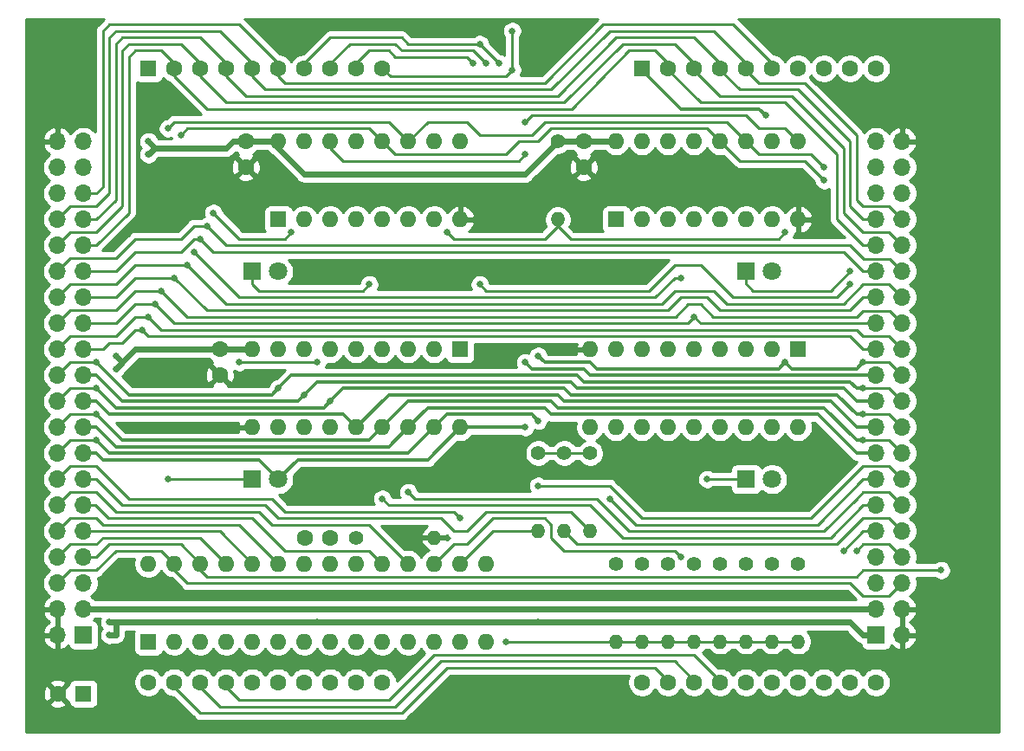
<source format=gbl>
G04 #@! TF.GenerationSoftware,KiCad,Pcbnew,(5.1.5)-3*
G04 #@! TF.CreationDate,2020-05-04T16:27:50+09:00*
G04 #@! TF.ProjectId,bf-005,62662d30-3035-42e6-9b69-6361645f7063,V02L04*
G04 #@! TF.SameCoordinates,Original*
G04 #@! TF.FileFunction,Copper,L2,Bot*
G04 #@! TF.FilePolarity,Positive*
%FSLAX46Y46*%
G04 Gerber Fmt 4.6, Leading zero omitted, Abs format (unit mm)*
G04 Created by KiCad (PCBNEW (5.1.5)-3) date 2020-05-04 16:27:50*
%MOMM*%
%LPD*%
G04 APERTURE LIST*
%ADD10C,1.600000*%
%ADD11R,1.600000X1.600000*%
%ADD12C,1.800000*%
%ADD13R,1.800000X1.800000*%
%ADD14R,1.700000X1.700000*%
%ADD15O,1.700000X1.700000*%
%ADD16O,1.400000X1.400000*%
%ADD17C,1.400000*%
%ADD18O,1.600000X1.600000*%
%ADD19C,0.650000*%
%ADD20C,0.600000*%
%ADD21C,0.250000*%
%ADD22C,0.350000*%
%ADD23C,0.300000*%
%ADD24C,0.254000*%
G04 APERTURE END LIST*
D10*
X101600000Y-126520000D03*
X104140000Y-126520000D03*
X106680000Y-126520000D03*
X109220000Y-126520000D03*
X111760000Y-126520000D03*
X114300000Y-126520000D03*
X116840000Y-126520000D03*
X119380000Y-126520000D03*
X121920000Y-126520000D03*
X124460000Y-126520000D03*
X124460000Y-66520000D03*
X121920000Y-66520000D03*
X119380000Y-66520000D03*
X116840000Y-66520000D03*
X114300000Y-66520000D03*
X111760000Y-66520000D03*
X109220000Y-66520000D03*
X104140000Y-66520000D03*
D11*
X101600000Y-66520000D03*
D10*
X106680000Y-66520000D03*
X149860000Y-126520000D03*
X152400000Y-126520000D03*
X154940000Y-126520000D03*
X157480000Y-126520000D03*
X160020000Y-126520000D03*
X162560000Y-126520000D03*
X165100000Y-126520000D03*
X167640000Y-126520000D03*
X170180000Y-126520000D03*
X172720000Y-126520000D03*
X172720000Y-66520000D03*
X170180000Y-66520000D03*
X167640000Y-66520000D03*
X165100000Y-66520000D03*
X162560000Y-66520000D03*
X160020000Y-66520000D03*
X157480000Y-66520000D03*
X152400000Y-66520000D03*
D11*
X149860000Y-66520000D03*
D10*
X154940000Y-66520000D03*
D11*
X95250000Y-127635000D03*
D10*
X92750000Y-127635000D03*
X119380000Y-112395000D03*
X116880000Y-112395000D03*
X144145000Y-76160000D03*
X144145000Y-73660000D03*
X111125000Y-73660000D03*
X111125000Y-76160000D03*
X108585000Y-96480000D03*
X108585000Y-93980000D03*
D12*
X114300000Y-106680000D03*
D13*
X111760000Y-106680000D03*
X111760000Y-86360000D03*
D12*
X114300000Y-86360000D03*
X162560000Y-106680000D03*
D13*
X160020000Y-106680000D03*
X160020000Y-86360000D03*
D12*
X162560000Y-86360000D03*
D14*
X95250000Y-121920000D03*
D15*
X92710000Y-121920000D03*
X95250000Y-119380000D03*
X92710000Y-119380000D03*
X95250000Y-116840000D03*
X92710000Y-116840000D03*
X95250000Y-114300000D03*
X92710000Y-114300000D03*
X95250000Y-111760000D03*
X92710000Y-111760000D03*
X95250000Y-109220000D03*
X92710000Y-109220000D03*
X95250000Y-106680000D03*
X92710000Y-106680000D03*
X95250000Y-104140000D03*
X92710000Y-104140000D03*
X95250000Y-101600000D03*
X92710000Y-101600000D03*
X95250000Y-99060000D03*
X92710000Y-99060000D03*
X95250000Y-96520000D03*
X92710000Y-96520000D03*
X95250000Y-93980000D03*
X92710000Y-93980000D03*
X95250000Y-91440000D03*
X92710000Y-91440000D03*
X95250000Y-88900000D03*
X92710000Y-88900000D03*
X95250000Y-86360000D03*
X92710000Y-86360000D03*
X95250000Y-83820000D03*
X92710000Y-83820000D03*
X95250000Y-81280000D03*
X92710000Y-81280000D03*
X95250000Y-78740000D03*
X92710000Y-78740000D03*
X95250000Y-76200000D03*
X92710000Y-76200000D03*
X95250000Y-73660000D03*
X92710000Y-73660000D03*
D14*
X172720000Y-121920000D03*
D15*
X175260000Y-121920000D03*
X172720000Y-119380000D03*
X175260000Y-119380000D03*
X172720000Y-116840000D03*
X175260000Y-116840000D03*
X172720000Y-114300000D03*
X175260000Y-114300000D03*
X172720000Y-111760000D03*
X175260000Y-111760000D03*
X172720000Y-109220000D03*
X175260000Y-109220000D03*
X172720000Y-106680000D03*
X175260000Y-106680000D03*
X172720000Y-104140000D03*
X175260000Y-104140000D03*
X172720000Y-101600000D03*
X175260000Y-101600000D03*
X172720000Y-99060000D03*
X175260000Y-99060000D03*
X172720000Y-96520000D03*
X175260000Y-96520000D03*
X172720000Y-93980000D03*
X175260000Y-93980000D03*
X172720000Y-91440000D03*
X175260000Y-91440000D03*
X172720000Y-88900000D03*
X175260000Y-88900000D03*
X172720000Y-86360000D03*
X175260000Y-86360000D03*
X172720000Y-83820000D03*
X175260000Y-83820000D03*
X172720000Y-81280000D03*
X175260000Y-81280000D03*
X172720000Y-78740000D03*
X175260000Y-78740000D03*
X172720000Y-76200000D03*
X175260000Y-76200000D03*
X172720000Y-73660000D03*
X175260000Y-73660000D03*
D16*
X129540000Y-112395000D03*
D17*
X121920000Y-112395000D03*
X139700000Y-104140000D03*
D16*
X139700000Y-111760000D03*
D17*
X142240000Y-104140000D03*
D16*
X142240000Y-111760000D03*
X144780000Y-111760000D03*
D17*
X144780000Y-104140000D03*
X141605000Y-73660000D03*
D16*
X141605000Y-81280000D03*
X165100000Y-122555000D03*
D17*
X165100000Y-114935000D03*
X162560000Y-114935000D03*
D16*
X162560000Y-122555000D03*
X160020000Y-122555000D03*
D17*
X160020000Y-114935000D03*
X157480000Y-114935000D03*
D16*
X157480000Y-122555000D03*
X154940000Y-122555000D03*
D17*
X154940000Y-114935000D03*
X152400000Y-114935000D03*
D16*
X152400000Y-122555000D03*
D17*
X149860000Y-114935000D03*
D16*
X149860000Y-122555000D03*
X147320000Y-122555000D03*
D17*
X147320000Y-114935000D03*
D11*
X101600000Y-122555000D03*
D18*
X134620000Y-114935000D03*
X104140000Y-122555000D03*
X132080000Y-114935000D03*
X106680000Y-122555000D03*
X129540000Y-114935000D03*
X109220000Y-122555000D03*
X127000000Y-114935000D03*
X111760000Y-122555000D03*
X124460000Y-114935000D03*
X114300000Y-122555000D03*
X121920000Y-114935000D03*
X116840000Y-122555000D03*
X119380000Y-114935000D03*
X119380000Y-122555000D03*
X116840000Y-114935000D03*
X121920000Y-122555000D03*
X114300000Y-114935000D03*
X124460000Y-122555000D03*
X111760000Y-114935000D03*
X127000000Y-122555000D03*
X109220000Y-114935000D03*
X129540000Y-122555000D03*
X106680000Y-114935000D03*
X132080000Y-122555000D03*
X104140000Y-114935000D03*
X134620000Y-122555000D03*
X101600000Y-114935000D03*
X147320000Y-73660000D03*
X165100000Y-81280000D03*
X149860000Y-73660000D03*
X162560000Y-81280000D03*
X152400000Y-73660000D03*
X160020000Y-81280000D03*
X154940000Y-73660000D03*
X157480000Y-81280000D03*
X157480000Y-73660000D03*
X154940000Y-81280000D03*
X160020000Y-73660000D03*
X152400000Y-81280000D03*
X162560000Y-73660000D03*
X149860000Y-81280000D03*
X165100000Y-73660000D03*
D11*
X147320000Y-81280000D03*
X114300000Y-81280000D03*
D18*
X132080000Y-73660000D03*
X116840000Y-81280000D03*
X129540000Y-73660000D03*
X119380000Y-81280000D03*
X127000000Y-73660000D03*
X121920000Y-81280000D03*
X124460000Y-73660000D03*
X124460000Y-81280000D03*
X121920000Y-73660000D03*
X127000000Y-81280000D03*
X119380000Y-73660000D03*
X129540000Y-81280000D03*
X116840000Y-73660000D03*
X132080000Y-81280000D03*
X114300000Y-73660000D03*
X165100000Y-101600000D03*
X144780000Y-93980000D03*
X162560000Y-101600000D03*
X147320000Y-93980000D03*
X160020000Y-101600000D03*
X149860000Y-93980000D03*
X157480000Y-101600000D03*
X152400000Y-93980000D03*
X154940000Y-101600000D03*
X154940000Y-93980000D03*
X152400000Y-101600000D03*
X157480000Y-93980000D03*
X149860000Y-101600000D03*
X160020000Y-93980000D03*
X147320000Y-101600000D03*
X162560000Y-93980000D03*
X144780000Y-101600000D03*
D11*
X165100000Y-93980000D03*
X132080000Y-93980000D03*
D18*
X111760000Y-101600000D03*
X129540000Y-93980000D03*
X114300000Y-101600000D03*
X127000000Y-93980000D03*
X116840000Y-101600000D03*
X124460000Y-93980000D03*
X119380000Y-101600000D03*
X121920000Y-93980000D03*
X121920000Y-101600000D03*
X119380000Y-93980000D03*
X124460000Y-101600000D03*
X116840000Y-93980000D03*
X127000000Y-101600000D03*
X114300000Y-93980000D03*
X129540000Y-101600000D03*
X111760000Y-93980000D03*
X132080000Y-101600000D03*
D19*
X118110000Y-120650000D03*
X101600000Y-74930000D03*
X139700000Y-120650000D03*
X97790000Y-121920000D03*
X101600000Y-73660000D03*
X97790000Y-120650000D03*
X154940000Y-129540000D03*
X165100000Y-129540000D03*
X170180000Y-129540000D03*
X182880000Y-124460000D03*
X182880000Y-129540000D03*
X104140000Y-130175000D03*
X93980000Y-68580000D03*
X160020000Y-129540000D03*
X175260000Y-129540000D03*
X182880000Y-119380000D03*
X182880000Y-114300000D03*
X175260000Y-124460000D03*
X182880000Y-109220000D03*
X91440000Y-68580000D03*
X182880000Y-104140000D03*
X182880000Y-99060000D03*
X182880000Y-93980000D03*
X149860000Y-129540000D03*
X177800000Y-73660000D03*
X177800000Y-68580000D03*
X182880000Y-73660000D03*
X138430000Y-78740000D03*
X106680000Y-80010000D03*
X124460000Y-62230000D03*
X90170000Y-129540000D03*
X90170000Y-88900000D03*
X129540000Y-106680000D03*
X129540000Y-62230000D03*
X138430000Y-81280000D03*
X139700000Y-66675000D03*
X139700000Y-62230000D03*
X144145000Y-81280000D03*
X90170000Y-93980000D03*
X90170000Y-124460000D03*
X116840000Y-107315000D03*
X134620000Y-62230000D03*
X131445000Y-86360000D03*
X100330000Y-118110000D03*
X116840000Y-118110000D03*
X101600000Y-71120000D03*
X182880000Y-63500000D03*
X111760000Y-96520000D03*
X133350000Y-104140000D03*
X90170000Y-109220000D03*
X182880000Y-68580000D03*
X90170000Y-99060000D03*
X90170000Y-114300000D03*
X144145000Y-86360000D03*
X90170000Y-83820000D03*
X144780000Y-129540000D03*
X139700000Y-129540000D03*
X100330000Y-116840000D03*
X90170000Y-73660000D03*
X102235000Y-79375000D03*
X100330000Y-101600000D03*
X134620000Y-129540000D03*
X102235000Y-76835000D03*
X139065000Y-86360000D03*
X90170000Y-104140000D03*
X90170000Y-119380000D03*
X106680000Y-76835000D03*
X130810000Y-78105000D03*
X177800000Y-63500000D03*
X115570000Y-118110000D03*
X110490000Y-80010000D03*
X102235000Y-81915000D03*
X133985000Y-78105000D03*
X165735000Y-78105000D03*
X90170000Y-78740000D03*
X164465000Y-118110000D03*
X167005000Y-107315000D03*
X149225000Y-118110000D03*
X167005000Y-104140000D03*
X147320000Y-104775000D03*
X169545000Y-118110000D03*
X99060000Y-125730000D03*
X144145000Y-118110000D03*
X142240000Y-102235000D03*
X133985000Y-93980000D03*
X154305000Y-118110000D03*
X133350000Y-106680000D03*
X159385000Y-118110000D03*
X93980000Y-63500000D03*
X98425000Y-130175000D03*
X121920000Y-78105000D03*
X91440000Y-63500000D03*
X177800000Y-88900000D03*
X177800000Y-99060000D03*
X177800000Y-104140000D03*
X177800000Y-83820000D03*
X177800000Y-78740000D03*
X177800000Y-93980000D03*
X182880000Y-83820000D03*
X182880000Y-78740000D03*
X182880000Y-88900000D03*
X98425000Y-95885000D03*
X98425000Y-94615000D03*
X138430000Y-95250000D03*
X138430000Y-101600000D03*
X123190000Y-87630000D03*
X170180000Y-86360000D03*
X135890000Y-66040000D03*
X133985000Y-64135000D03*
X134620000Y-66040000D03*
X133350000Y-66040000D03*
X136525000Y-122555000D03*
X137160000Y-66675000D03*
X137160000Y-62865000D03*
X110489000Y-95250000D03*
X118110000Y-95250000D03*
X107315000Y-81915000D03*
X106680000Y-83185000D03*
X105410000Y-85725000D03*
X104140000Y-86995000D03*
X102870000Y-88265000D03*
X156210000Y-106680000D03*
X154940000Y-90805000D03*
X102235000Y-89535000D03*
X103505000Y-106680000D03*
X101600000Y-90805000D03*
X100965000Y-92075000D03*
X171450000Y-95250000D03*
X161925000Y-71120000D03*
X139700000Y-100965000D03*
X163830000Y-95250000D03*
X96520000Y-102870000D03*
X139700000Y-94615000D03*
X179070000Y-115570000D03*
X167640000Y-76200000D03*
X170815000Y-113665000D03*
X103505000Y-72390000D03*
X169545000Y-113665000D03*
X167640000Y-77470000D03*
X104775000Y-73025000D03*
X153670000Y-86995000D03*
X106045000Y-84455000D03*
X124460000Y-108585000D03*
X127000000Y-107950000D03*
X146685000Y-108585000D03*
X132080000Y-110490000D03*
X139700000Y-107315000D03*
X171450000Y-102870000D03*
X96520000Y-100330000D03*
X119380000Y-99060000D03*
X171450000Y-100330000D03*
X96520000Y-97790000D03*
X116840000Y-98425000D03*
X114300000Y-97790000D03*
X96520000Y-95250000D03*
X171450000Y-97790000D03*
X133985000Y-87630000D03*
X170180000Y-87630000D03*
X130810000Y-82550000D03*
X163830000Y-82550000D03*
X153670000Y-114300000D03*
X138430000Y-74930000D03*
X138430000Y-71755000D03*
X115570000Y-82550000D03*
X107950000Y-80645000D03*
D20*
X98425000Y-120650000D02*
X97790000Y-120650000D01*
X109220000Y-74295000D02*
X102235000Y-74295000D01*
X144145000Y-73660000D02*
X141605000Y-73660000D01*
X114300000Y-73660000D02*
X111125000Y-73660000D01*
X111125000Y-73660000D02*
X109855000Y-73660000D01*
X109855000Y-73660000D02*
X109220000Y-74295000D01*
X98425000Y-121920000D02*
X97790000Y-121920000D01*
D21*
X144780000Y-104140000D02*
X142240000Y-104140000D01*
X142240000Y-104140000D02*
X139700000Y-104140000D01*
D20*
X102235000Y-74295000D02*
X101600000Y-73660000D01*
X147320000Y-73660000D02*
X144145000Y-73660000D01*
X98425000Y-120650000D02*
X98425000Y-121920000D01*
X102235000Y-74295000D02*
X101600000Y-74930000D01*
X97790000Y-120650000D02*
X99695000Y-120650000D01*
X171450000Y-121920000D02*
X172720000Y-121920000D01*
X170180000Y-120650000D02*
X171450000Y-121920000D01*
X139700000Y-120650000D02*
X170180000Y-120650000D01*
X138430000Y-76835000D02*
X141605000Y-73660000D01*
X100965000Y-120650000D02*
X102235000Y-120650000D01*
X114300000Y-73660000D02*
X114300000Y-74295000D01*
X102235000Y-120650000D02*
X97790000Y-120650000D01*
X116840000Y-76835000D02*
X138430000Y-76835000D01*
X102235000Y-120650000D02*
X139700000Y-120650000D01*
X114300000Y-74295000D02*
X116840000Y-76835000D01*
D22*
X116840000Y-114935000D02*
X116880000Y-114935000D01*
X111125000Y-76160000D02*
X111125000Y-76200000D01*
D20*
X165100000Y-80645000D02*
X165100000Y-81280000D01*
X99060000Y-95250000D02*
X100330000Y-93980000D01*
X95250000Y-119380000D02*
X172720000Y-119380000D01*
X98425000Y-94615000D02*
X99060000Y-95250000D01*
X99060000Y-95250000D02*
X98425000Y-95885000D01*
X100330000Y-93980000D02*
X109220000Y-93980000D01*
X109220000Y-93980000D02*
X111760000Y-93980000D01*
D21*
X99060000Y-64770000D02*
X99060000Y-80010000D01*
X171450000Y-82550000D02*
X173990000Y-82550000D01*
X147955000Y-64135000D02*
X153035000Y-64135000D01*
X109220000Y-69850000D02*
X142240000Y-69850000D01*
X99695000Y-64135000D02*
X99060000Y-64770000D01*
X173990000Y-82550000D02*
X175260000Y-83820000D01*
X106680000Y-66040000D02*
X104775000Y-64135000D01*
X104775000Y-64135000D02*
X99695000Y-64135000D01*
X154940000Y-66675000D02*
X157480000Y-69215000D01*
X106680000Y-66520000D02*
X106680000Y-67310000D01*
X164465000Y-69215000D02*
X169545000Y-74295000D01*
X106680000Y-66520000D02*
X106680000Y-66040000D01*
X154940000Y-66520000D02*
X154940000Y-66675000D01*
X157480000Y-69215000D02*
X164465000Y-69215000D01*
X142240000Y-69850000D02*
X147955000Y-64135000D01*
X154940000Y-66520000D02*
X154940000Y-66040000D01*
X96520000Y-82550000D02*
X93980000Y-82550000D01*
X169545000Y-74295000D02*
X169545000Y-80645000D01*
X93980000Y-82550000D02*
X92710000Y-83820000D01*
X106680000Y-67310000D02*
X109220000Y-69850000D01*
X99060000Y-80010000D02*
X96520000Y-82550000D01*
X154940000Y-66040000D02*
X153035000Y-64135000D01*
X169545000Y-80645000D02*
X171450000Y-82550000D01*
D22*
X114300000Y-106680000D02*
X112395000Y-104775000D01*
X139065000Y-95885000D02*
X138430000Y-95250000D01*
X132080000Y-101600000D02*
X128905000Y-104775000D01*
X128905000Y-104775000D02*
X116840000Y-104775000D01*
X114300000Y-106680000D02*
X116205000Y-104775000D01*
X97155000Y-104775000D02*
X96520000Y-104140000D01*
X96520000Y-104140000D02*
X95250000Y-104140000D01*
X144145000Y-95885000D02*
X139065000Y-95885000D01*
X116840000Y-104775000D02*
X116205000Y-104775000D01*
X144780000Y-96520000D02*
X144145000Y-95885000D01*
X172720000Y-96520000D02*
X144780000Y-96520000D01*
X138430000Y-101600000D02*
X132080000Y-101600000D01*
X112395000Y-104775000D02*
X97155000Y-104775000D01*
D21*
X104140000Y-67310000D02*
X107315000Y-70485000D01*
X107315000Y-70485000D02*
X142947120Y-70485000D01*
X104140000Y-66520000D02*
X104140000Y-66040000D01*
X152400000Y-66040000D02*
X151130000Y-64770000D01*
X142947120Y-70485000D02*
X148590000Y-64770000D01*
X152400000Y-66520000D02*
X152400000Y-66040000D01*
X104140000Y-66520000D02*
X104140000Y-67310000D01*
X104140000Y-66040000D02*
X102870000Y-64770000D01*
X102870000Y-64770000D02*
X100330000Y-64770000D01*
X163830000Y-69850000D02*
X168910000Y-74930000D01*
X96520000Y-83820000D02*
X95250000Y-83820000D01*
X148590000Y-64770000D02*
X151130000Y-64770000D01*
X172720000Y-83820000D02*
X171450000Y-83820000D01*
X171450000Y-83820000D02*
X168910000Y-81280000D01*
X100330000Y-64770000D02*
X99695000Y-65405000D01*
X99695000Y-80645000D02*
X96520000Y-83820000D01*
X99695000Y-65405000D02*
X99695000Y-80645000D01*
X152400000Y-66675000D02*
X155575000Y-69850000D01*
X152400000Y-66520000D02*
X152400000Y-66675000D01*
X168910000Y-81280000D02*
X168910000Y-74930000D01*
X163830000Y-69850000D02*
X155575000Y-69850000D01*
X111125000Y-86360000D02*
X111760000Y-86360000D01*
X111125000Y-86360000D02*
X111760000Y-86360000D01*
X111760000Y-86995000D02*
X111760000Y-86360000D01*
X141605000Y-69215000D02*
X147320000Y-63500000D01*
X112395000Y-88265000D02*
X111760000Y-87630000D01*
X123190000Y-87630000D02*
X122555000Y-88265000D01*
X109220000Y-66520000D02*
X109220000Y-67310000D01*
X98425000Y-79375000D02*
X96520000Y-81280000D01*
X111760000Y-87630000D02*
X111760000Y-86995000D01*
X98425000Y-64135000D02*
X98425000Y-79375000D01*
X157480000Y-66675000D02*
X159385000Y-68580000D01*
X157480000Y-66520000D02*
X157480000Y-66040000D01*
X157480000Y-66040000D02*
X154940000Y-63500000D01*
X168275000Y-88265000D02*
X160655000Y-88265000D01*
X96520000Y-81280000D02*
X95250000Y-81280000D01*
X106680000Y-63500000D02*
X99060000Y-63500000D01*
X111125000Y-69215000D02*
X141605000Y-69215000D01*
X109220000Y-66040000D02*
X106680000Y-63500000D01*
X159385000Y-68580000D02*
X165100000Y-68580000D01*
X170180000Y-73660000D02*
X170180000Y-80010000D01*
X157480000Y-66520000D02*
X157480000Y-66675000D01*
X122555000Y-88265000D02*
X112395000Y-88265000D01*
X109220000Y-67310000D02*
X111125000Y-69215000D01*
X147320000Y-63500000D02*
X154940000Y-63500000D01*
X170180000Y-80010000D02*
X171450000Y-81280000D01*
X160655000Y-88265000D02*
X160020000Y-87510000D01*
X160020000Y-87510000D02*
X160020000Y-86360000D01*
X165100000Y-68580000D02*
X170180000Y-73660000D01*
X171450000Y-81280000D02*
X172720000Y-81280000D01*
X109220000Y-66520000D02*
X109220000Y-66040000D01*
X99060000Y-63500000D02*
X98425000Y-64135000D01*
X170180000Y-86360000D02*
X168275000Y-88265000D01*
X113030000Y-68580000D02*
X140970000Y-68580000D01*
X111760000Y-67310000D02*
X113030000Y-68580000D01*
X160020000Y-66040000D02*
X156845000Y-62865000D01*
X160020000Y-66520000D02*
X160020000Y-66040000D01*
X140970000Y-68580000D02*
X146685000Y-62865000D01*
X111760000Y-66520000D02*
X111760000Y-67310000D01*
X97790000Y-63500000D02*
X97790000Y-78740000D01*
X93980000Y-80010000D02*
X92710000Y-81280000D01*
X146685000Y-62865000D02*
X156845000Y-62865000D01*
X98425000Y-62865000D02*
X97790000Y-63500000D01*
X175260000Y-81280000D02*
X173990000Y-80010000D01*
X171450000Y-80010000D02*
X170815000Y-79375000D01*
X97790000Y-78740000D02*
X96520000Y-80010000D01*
X96520000Y-80010000D02*
X93980000Y-80010000D01*
X173990000Y-80010000D02*
X171450000Y-80010000D01*
X160020000Y-66520000D02*
X160020000Y-66675000D01*
X111760000Y-66040000D02*
X108585000Y-62865000D01*
X170815000Y-79375000D02*
X170815000Y-73025000D01*
X160020000Y-66675000D02*
X161290000Y-67945000D01*
X165735000Y-67945000D02*
X170815000Y-73025000D01*
X165735000Y-67945000D02*
X161290000Y-67945000D01*
X108585000Y-62865000D02*
X98425000Y-62865000D01*
X111760000Y-66520000D02*
X111760000Y-66040000D01*
X97155000Y-78105000D02*
X96520000Y-78740000D01*
X140335000Y-67945000D02*
X146050000Y-62230000D01*
X146050000Y-62230000D02*
X158750000Y-62230000D01*
X110490000Y-62230000D02*
X97790000Y-62230000D01*
X97155000Y-62865000D02*
X97155000Y-78105000D01*
X96520000Y-78740000D02*
X95250000Y-78740000D01*
X162560000Y-66520000D02*
X162560000Y-66040000D01*
X97790000Y-62230000D02*
X97155000Y-62865000D01*
X162560000Y-66040000D02*
X158750000Y-62230000D01*
X114300000Y-67310000D02*
X114935000Y-67945000D01*
X114300000Y-66520000D02*
X114300000Y-66040000D01*
X114300000Y-66040000D02*
X110490000Y-62230000D01*
X114300000Y-66520000D02*
X114300000Y-67310000D01*
X114935000Y-67945000D02*
X140335000Y-67945000D01*
X116840000Y-66040000D02*
X116840000Y-66520000D01*
X119380000Y-63500000D02*
X116840000Y-66040000D01*
X133985000Y-64135000D02*
X135890000Y-66040000D01*
X133985000Y-64135000D02*
X127000000Y-64135000D01*
X127000000Y-64135000D02*
X126365000Y-63500000D01*
X119380000Y-63500000D02*
X126365000Y-63500000D01*
X119380000Y-66520000D02*
X119380000Y-66040000D01*
X126365000Y-64770000D02*
X125730000Y-64135000D01*
X133350000Y-64770000D02*
X126365000Y-64770000D01*
X119380000Y-66040000D02*
X121285000Y-64135000D01*
X121285000Y-64135000D02*
X125730000Y-64135000D01*
X167640000Y-66040000D02*
X167640000Y-66520000D01*
X133350000Y-64770000D02*
X134620000Y-66040000D01*
X132715000Y-65405000D02*
X133350000Y-66040000D01*
X125730000Y-65405000D02*
X125095000Y-64770000D01*
X121920000Y-66520000D02*
X121920000Y-66040000D01*
X123190000Y-64770000D02*
X125095000Y-64770000D01*
X121920000Y-66040000D02*
X123190000Y-64770000D01*
X125730000Y-65405000D02*
X132715000Y-65405000D01*
X152400000Y-122555000D02*
X149860000Y-122555000D01*
X149860000Y-122555000D02*
X147320000Y-122555000D01*
X137160000Y-66675000D02*
X136525000Y-67310000D01*
X157480000Y-122555000D02*
X154940000Y-122555000D01*
X147320000Y-122555000D02*
X136525000Y-122555000D01*
X165100000Y-122555000D02*
X162560000Y-122555000D01*
X162560000Y-122555000D02*
X160020000Y-122555000D01*
X137160000Y-66675000D02*
X137160000Y-62865000D01*
X136525000Y-67310000D02*
X125250000Y-67310000D01*
X125250000Y-67310000D02*
X124460000Y-66520000D01*
X154940000Y-122555000D02*
X152400000Y-122555000D01*
X160020000Y-122555000D02*
X157480000Y-122555000D01*
X121920000Y-126520000D02*
X121920000Y-127000000D01*
X116840000Y-121920000D02*
X116840000Y-122555000D01*
X117475000Y-95250000D02*
X110489000Y-95250000D01*
X118110000Y-95250000D02*
X117475000Y-95250000D01*
X93980000Y-85090000D02*
X92710000Y-86360000D01*
X106045000Y-81915000D02*
X104775000Y-83185000D01*
X104775000Y-83185000D02*
X100330000Y-83185000D01*
X98425000Y-85090000D02*
X93980000Y-85090000D01*
X107315000Y-81915000D02*
X106045000Y-81915000D01*
X100330000Y-83185000D02*
X98425000Y-85090000D01*
X171494999Y-85134999D02*
X174034999Y-85134999D01*
X174034999Y-85134999D02*
X175260000Y-86360000D01*
X170180000Y-83820000D02*
X171494999Y-85134999D01*
X107315000Y-81915000D02*
X109220000Y-83820000D01*
X109220000Y-83820000D02*
X170180000Y-83820000D01*
X119380000Y-126520000D02*
X119380000Y-126365000D01*
X95885000Y-86360000D02*
X95250000Y-86360000D01*
X104775000Y-84455000D02*
X100330000Y-84455000D01*
X106045000Y-83185000D02*
X104775000Y-84455000D01*
X100330000Y-84455000D02*
X98425000Y-86360000D01*
X106680000Y-83185000D02*
X106045000Y-83185000D01*
X98425000Y-86360000D02*
X95250000Y-86360000D01*
X171450000Y-86360000D02*
X172720000Y-86360000D01*
X169545000Y-84455000D02*
X171450000Y-86360000D01*
X106680000Y-83185000D02*
X107950000Y-84455000D01*
X107950000Y-84455000D02*
X169545000Y-84455000D01*
X116840000Y-126520000D02*
X116840000Y-126365000D01*
X100330000Y-85725000D02*
X98425000Y-87630000D01*
X93980000Y-87630000D02*
X92710000Y-88900000D01*
X105410000Y-85725000D02*
X100330000Y-85725000D01*
X98425000Y-87630000D02*
X93980000Y-87630000D01*
X171450000Y-87630000D02*
X173990000Y-87630000D01*
X169545000Y-89535000D02*
X171450000Y-87630000D01*
X158115000Y-89535000D02*
X169545000Y-89535000D01*
X173990000Y-87630000D02*
X175260000Y-88900000D01*
X105410000Y-85725000D02*
X109220000Y-89535000D01*
X109220000Y-89535000D02*
X151765000Y-89535000D01*
X153035000Y-88265000D02*
X156845000Y-88265000D01*
X151765000Y-89535000D02*
X153035000Y-88265000D01*
X156845000Y-88265000D02*
X158115000Y-89535000D01*
X114300000Y-126520000D02*
X114300000Y-126365000D01*
X109220000Y-122555000D02*
X109220000Y-123190000D01*
X98425000Y-88900000D02*
X95250000Y-88900000D01*
X100330000Y-86995000D02*
X98425000Y-88900000D01*
X104140000Y-86995000D02*
X100330000Y-86995000D01*
X170180000Y-90170000D02*
X171450000Y-88900000D01*
X171450000Y-88900000D02*
X172720000Y-88900000D01*
X157480000Y-90170000D02*
X170180000Y-90170000D01*
X104140000Y-86995000D02*
X107315000Y-90170000D01*
X152400000Y-90170000D02*
X153670000Y-88900000D01*
X107315000Y-90170000D02*
X152400000Y-90170000D01*
X153670000Y-88900000D02*
X156210000Y-88900000D01*
X156210000Y-88900000D02*
X157480000Y-90170000D01*
X106680000Y-121920000D02*
X106680000Y-122555000D01*
X93980000Y-90170000D02*
X92710000Y-91440000D01*
X98425000Y-90170000D02*
X93980000Y-90170000D01*
X100330000Y-88265000D02*
X98425000Y-90170000D01*
X102870000Y-88265000D02*
X100330000Y-88265000D01*
X174034999Y-90214999D02*
X175260000Y-91440000D01*
X171405001Y-90214999D02*
X174034999Y-90214999D01*
X156800001Y-90805000D02*
X170815000Y-90805000D01*
X105410000Y-90805000D02*
X153124998Y-90805000D01*
X170815000Y-90805000D02*
X171405001Y-90214999D01*
X154349999Y-89579999D02*
X155575000Y-89579999D01*
X153124998Y-90805000D02*
X154349999Y-89579999D01*
X155575000Y-89579999D02*
X156800001Y-90805000D01*
X102870000Y-88265000D02*
X105410000Y-90805000D01*
X155575000Y-91440000D02*
X171450000Y-91440000D01*
X154940000Y-90805000D02*
X155575000Y-91440000D01*
X157480000Y-126520000D02*
X157480000Y-126365000D01*
X156210000Y-106680000D02*
X160020000Y-106680000D01*
X109220000Y-127000000D02*
X109220000Y-126520000D01*
X110490000Y-128270000D02*
X109220000Y-127000000D01*
X154940000Y-123825000D02*
X129540000Y-123825000D01*
X129540000Y-123825000D02*
X125095000Y-128270000D01*
X171450000Y-91440000D02*
X172720000Y-91440000D01*
X125095000Y-128270000D02*
X110490000Y-128270000D01*
X157480000Y-126365000D02*
X154940000Y-123825000D01*
X102235000Y-89535000D02*
X100330000Y-89535000D01*
X100330000Y-89535000D02*
X98425000Y-91440000D01*
X98425000Y-91440000D02*
X95250000Y-91440000D01*
X154305000Y-91440000D02*
X154940000Y-90805000D01*
X102235000Y-89535000D02*
X104140000Y-91440000D01*
X104140000Y-91440000D02*
X154305000Y-91440000D01*
X111760000Y-106680000D02*
X103505000Y-106680000D01*
X130175000Y-124460000D02*
X125730000Y-128905000D01*
X125730000Y-128905000D02*
X108585000Y-128905000D01*
X153035000Y-124460000D02*
X130175000Y-124460000D01*
X108585000Y-128905000D02*
X106680000Y-127000000D01*
X106680000Y-127000000D02*
X106680000Y-126520000D01*
X154940000Y-126365000D02*
X153035000Y-124460000D01*
X154940000Y-126520000D02*
X154940000Y-126365000D01*
X93980000Y-92710000D02*
X92710000Y-93980000D01*
X98425000Y-92710000D02*
X93980000Y-92710000D01*
X101600000Y-90805000D02*
X100330000Y-90805000D01*
X100330000Y-90805000D02*
X98425000Y-92710000D01*
X171450000Y-92710000D02*
X173990000Y-92710000D01*
X170815000Y-92075000D02*
X171450000Y-92710000D01*
X101600000Y-90805000D02*
X102870000Y-92075000D01*
X173990000Y-92710000D02*
X175260000Y-93980000D01*
X102870000Y-92075000D02*
X170815000Y-92075000D01*
X95250000Y-93980000D02*
X95885000Y-93980000D01*
X104140000Y-126520000D02*
X104140000Y-126365000D01*
X130810000Y-125095000D02*
X126365000Y-129540000D01*
X151130000Y-125095000D02*
X130810000Y-125095000D01*
X126365000Y-129540000D02*
X106680000Y-129540000D01*
X152400000Y-126520000D02*
X152400000Y-126365000D01*
X152400000Y-126365000D02*
X151130000Y-125095000D01*
X104140000Y-127000000D02*
X104140000Y-126520000D01*
X106680000Y-129540000D02*
X104140000Y-127000000D01*
X97790000Y-93345000D02*
X97155000Y-93980000D01*
X99060000Y-93345000D02*
X97790000Y-93345000D01*
X97155000Y-93980000D02*
X95250000Y-93980000D01*
X100330000Y-92075000D02*
X99060000Y-93345000D01*
X100965000Y-92075000D02*
X100330000Y-92075000D01*
X171450000Y-93980000D02*
X172720000Y-93980000D01*
X170180000Y-92710000D02*
X171450000Y-93980000D01*
X100965000Y-92075000D02*
X101600000Y-92710000D01*
X101600000Y-92710000D02*
X170180000Y-92710000D01*
D22*
X140335000Y-95250000D02*
X142875000Y-95250000D01*
D21*
X175260000Y-96520000D02*
X173990000Y-95250000D01*
D22*
X139700000Y-100965000D02*
X139065000Y-100330000D01*
X149860000Y-66675000D02*
X153670000Y-70485000D01*
D21*
X93980000Y-102870000D02*
X93559999Y-103290001D01*
D22*
X139700000Y-94615000D02*
X140335000Y-95250000D01*
X161290000Y-70485000D02*
X153670000Y-70485000D01*
X163830000Y-95250000D02*
X164465000Y-95885000D01*
X139065000Y-100330000D02*
X130810000Y-100330000D01*
X144780000Y-95250000D02*
X145415000Y-95885000D01*
X164465000Y-95885000D02*
X170815000Y-95885000D01*
X161925000Y-71120000D02*
X161290000Y-70485000D01*
D21*
X173990000Y-95250000D02*
X171450000Y-95250000D01*
X93559999Y-103290001D02*
X92710000Y-104140000D01*
D22*
X163195000Y-95885000D02*
X163830000Y-95250000D01*
X130810000Y-100330000D02*
X129540000Y-101600000D01*
X127000000Y-104140000D02*
X97790000Y-104140000D01*
X145415000Y-95885000D02*
X163195000Y-95885000D01*
X170815000Y-95885000D02*
X171450000Y-95250000D01*
D21*
X96520000Y-102870000D02*
X93980000Y-102870000D01*
D22*
X97790000Y-104140000D02*
X96520000Y-102870000D01*
X142875000Y-95250000D02*
X144780000Y-95250000D01*
X149860000Y-66520000D02*
X149860000Y-66675000D01*
X129540000Y-101600000D02*
X127000000Y-104140000D01*
D21*
X105410000Y-116840000D02*
X170180000Y-116840000D01*
X104140000Y-114935000D02*
X102870000Y-113665000D01*
X98425000Y-113665000D02*
X102870000Y-113665000D01*
X171450000Y-118110000D02*
X173990000Y-118110000D01*
X170180000Y-116840000D02*
X171450000Y-118110000D01*
X93980000Y-115570000D02*
X96520000Y-115570000D01*
X96520000Y-115570000D02*
X98425000Y-113665000D01*
X104140000Y-114935000D02*
X104140000Y-115570000D01*
X92710000Y-116840000D02*
X93980000Y-115570000D01*
X173990000Y-118110000D02*
X175260000Y-116840000D01*
X104140000Y-115570000D02*
X105410000Y-116840000D01*
X95250000Y-114300000D02*
X96520000Y-114300000D01*
X179070000Y-115570000D02*
X171450000Y-115570000D01*
X96520000Y-114300000D02*
X97790000Y-113030000D01*
X170815000Y-116205000D02*
X107315000Y-116205000D01*
X106680000Y-114935000D02*
X104775000Y-113030000D01*
D23*
X106680000Y-115570000D02*
X106680000Y-114935000D01*
D21*
X97790000Y-113030000D02*
X104775000Y-113030000D01*
X171450000Y-115570000D02*
X170815000Y-116205000D01*
X107315000Y-116205000D02*
X106680000Y-115570000D01*
X106680000Y-112395000D02*
X97155000Y-112395000D01*
X160020000Y-73660000D02*
X158115000Y-71755000D01*
X93980000Y-113030000D02*
X96520000Y-113030000D01*
X171450000Y-113030000D02*
X173990000Y-113030000D01*
X167640000Y-76200000D02*
X166370000Y-74930000D01*
X158115000Y-71755000D02*
X140335000Y-71755000D01*
X139065000Y-73025000D02*
X133985000Y-73025000D01*
X92710000Y-114300000D02*
X93980000Y-113030000D01*
X96520000Y-113030000D02*
X97155000Y-112395000D01*
X133985000Y-73025000D02*
X132715000Y-71755000D01*
X109220000Y-114935000D02*
X106680000Y-112395000D01*
X132715000Y-71755000D02*
X128905000Y-71755000D01*
X170815000Y-113665000D02*
X171450000Y-113030000D01*
X140335000Y-71755000D02*
X139065000Y-73025000D01*
X160020000Y-73660000D02*
X161290000Y-74930000D01*
X128905000Y-71755000D02*
X127000000Y-73660000D01*
X173990000Y-113030000D02*
X175260000Y-114300000D01*
X166370000Y-74930000D02*
X161290000Y-74930000D01*
X125095000Y-71755000D02*
X127000000Y-73660000D01*
X104140000Y-71755000D02*
X125095000Y-71755000D01*
X103505000Y-72390000D02*
X104140000Y-71755000D01*
X136525000Y-74930000D02*
X137795000Y-73660000D01*
X157480000Y-73660000D02*
X156210000Y-72390000D01*
X124460000Y-73660000D02*
X125730000Y-74930000D01*
X139700000Y-73660000D02*
X140970000Y-72390000D01*
X157480000Y-73660000D02*
X159385000Y-75565000D01*
X165735000Y-75565000D02*
X159385000Y-75565000D01*
X140970000Y-72390000D02*
X156210000Y-72390000D01*
X137795000Y-73660000D02*
X139700000Y-73660000D01*
X165735000Y-75565000D02*
X167640000Y-77470000D01*
X172720000Y-111760000D02*
X171450000Y-111760000D01*
X95250000Y-111760000D02*
X108585000Y-111760000D01*
X111760000Y-114935000D02*
X108585000Y-111760000D01*
X171450000Y-111760000D02*
X169545000Y-113665000D01*
X125730000Y-74930000D02*
X136525000Y-74930000D01*
X123190000Y-72390000D02*
X124460000Y-73660000D01*
X105410000Y-72390000D02*
X123190000Y-72390000D01*
X104775000Y-73025000D02*
X105410000Y-72390000D01*
X168910000Y-113030000D02*
X171450000Y-110490000D01*
X142240000Y-111760000D02*
X143510000Y-113030000D01*
X114300000Y-114935000D02*
X110490000Y-111125000D01*
X93980000Y-110490000D02*
X92710000Y-111760000D01*
X151130000Y-88900000D02*
X132080000Y-88900000D01*
X110490000Y-111125000D02*
X97155000Y-111125000D01*
X128905000Y-88900000D02*
X132080000Y-88900000D01*
X128905000Y-88900000D02*
X129540000Y-88900000D01*
X153670000Y-86995000D02*
X153035000Y-86995000D01*
X96520000Y-110490000D02*
X93980000Y-110490000D01*
X143510000Y-113030000D02*
X168910000Y-113030000D01*
X153035000Y-86995000D02*
X151130000Y-88900000D01*
X173990000Y-110490000D02*
X175260000Y-111760000D01*
X171450000Y-110490000D02*
X173990000Y-110490000D01*
X97155000Y-111125000D02*
X96520000Y-110490000D01*
X111125000Y-88900000D02*
X128905000Y-88900000D01*
X106045000Y-84455000D02*
X110490000Y-88900000D01*
X110490000Y-88900000D02*
X111125000Y-88900000D01*
X97722081Y-110490000D02*
X96452081Y-109220000D01*
X168275000Y-112395000D02*
X171450000Y-109220000D01*
X144780000Y-109220000D02*
X147955000Y-112395000D01*
X114935000Y-113665000D02*
X111760000Y-110490000D01*
X124460000Y-114935000D02*
X123190000Y-113665000D01*
X147955000Y-112395000D02*
X168275000Y-112395000D01*
X96452081Y-109220000D02*
X95250000Y-109220000D01*
X111760000Y-110490000D02*
X97722081Y-110490000D01*
X123190000Y-113665000D02*
X114935000Y-113665000D01*
X124460000Y-108585000D02*
X125095000Y-109220000D01*
X125095000Y-109220000D02*
X144780000Y-109220000D01*
X171450000Y-109220000D02*
X172720000Y-109220000D01*
X170823874Y-108585000D02*
X171450000Y-107958874D01*
X173990000Y-107950000D02*
X175260000Y-109220000D01*
X145415000Y-108585000D02*
X148590000Y-111760000D01*
X93980000Y-107950000D02*
X96520000Y-107950000D01*
X98425000Y-109855000D02*
X112395000Y-109855000D01*
X127000000Y-114935000D02*
X123190000Y-111125000D01*
X148590000Y-111760000D02*
X167640000Y-111760000D01*
X113665000Y-111125000D02*
X123190000Y-111125000D01*
X96520000Y-107950000D02*
X98425000Y-109855000D01*
X92710000Y-109220000D02*
X93980000Y-107950000D01*
X112395000Y-109855000D02*
X113665000Y-111125000D01*
X171450000Y-107958874D02*
X173990000Y-107950000D01*
X127635000Y-108585000D02*
X145415000Y-108585000D01*
X127000000Y-107950000D02*
X127635000Y-108585000D01*
X167640000Y-111760000D02*
X170815000Y-108585000D01*
X170815000Y-108585000D02*
X170823874Y-108585000D01*
X149225000Y-111125000D02*
X167005000Y-111125000D01*
X167005000Y-111125000D02*
X171450000Y-106680000D01*
X132715000Y-111760000D02*
X134620000Y-109855000D01*
X134620000Y-109855000D02*
X142875000Y-109855000D01*
X146685000Y-108585000D02*
X149225000Y-111125000D01*
X95250000Y-106680000D02*
X96520000Y-106680000D01*
X131445000Y-111760000D02*
X132715000Y-111760000D01*
X130175000Y-110490000D02*
X131445000Y-111760000D01*
X96520000Y-106680000D02*
X99060000Y-109220000D01*
X142875000Y-109855000D02*
X144780000Y-111760000D01*
X114300000Y-110490000D02*
X130175000Y-110490000D01*
X144780000Y-111760000D02*
X144780000Y-111125000D01*
X171450000Y-106680000D02*
X172720000Y-106680000D01*
X113030000Y-109220000D02*
X114300000Y-110490000D01*
X99060000Y-109220000D02*
X113030000Y-109220000D01*
X96520000Y-105410000D02*
X99695000Y-108585000D01*
X113665000Y-108585000D02*
X114935000Y-109855000D01*
X114935000Y-109855000D02*
X131445000Y-109855000D01*
X139700000Y-111760000D02*
X135255000Y-111760000D01*
X173990000Y-105410000D02*
X175260000Y-106680000D01*
X171450000Y-105410000D02*
X173990000Y-105410000D01*
X149860000Y-110490000D02*
X166370000Y-110490000D01*
X99695000Y-108585000D02*
X113665000Y-108585000D01*
X166370000Y-110490000D02*
X171450000Y-105410000D01*
X139700000Y-107315000D02*
X146685000Y-107315000D01*
X146685000Y-107315000D02*
X149860000Y-110490000D01*
X92710000Y-106680000D02*
X93980000Y-105410000D01*
X135255000Y-111760000D02*
X132080000Y-114935000D01*
X131445000Y-109855000D02*
X132080000Y-110490000D01*
X93980000Y-105410000D02*
X96520000Y-105410000D01*
D22*
X172720000Y-104140000D02*
X170815000Y-104140000D01*
X167005000Y-100330000D02*
X140970000Y-100330000D01*
X170815000Y-104140000D02*
X167005000Y-100330000D01*
X127000000Y-101600000D02*
X125095000Y-103505000D01*
X96520000Y-101600000D02*
X95250000Y-101600000D01*
X140335000Y-99695000D02*
X128905000Y-99695000D01*
X98425000Y-103505000D02*
X96520000Y-101600000D01*
X125095000Y-103505000D02*
X98425000Y-103505000D01*
X128905000Y-99695000D02*
X127000000Y-101600000D01*
X140970000Y-100330000D02*
X140335000Y-99695000D01*
X124460000Y-101600000D02*
X127000000Y-99060000D01*
D21*
X173990000Y-102870000D02*
X171450000Y-102870000D01*
D22*
X124460000Y-101600000D02*
X123190000Y-102870000D01*
X157480000Y-99695000D02*
X167640000Y-99695000D01*
D21*
X96520000Y-100330000D02*
X93980000Y-100330000D01*
D22*
X156845000Y-99695000D02*
X157480000Y-99695000D01*
X127000000Y-99060000D02*
X140970000Y-99060000D01*
X99060000Y-102870000D02*
X96520000Y-100330000D01*
D21*
X93980000Y-100330000D02*
X92710000Y-101600000D01*
X175260000Y-104140000D02*
X173990000Y-102870000D01*
D22*
X157480000Y-99695000D02*
X141605000Y-99695000D01*
X156845000Y-99695000D02*
X141605000Y-99695000D01*
X170815000Y-102870000D02*
X171450000Y-102870000D01*
X123190000Y-102870000D02*
X99060000Y-102870000D01*
X167640000Y-99695000D02*
X170815000Y-102870000D01*
X141605000Y-99695000D02*
X140970000Y-99060000D01*
X125095000Y-98425000D02*
X121920000Y-101600000D01*
X142240000Y-99060000D02*
X141605000Y-98425000D01*
X95250000Y-99060000D02*
X96520000Y-99060000D01*
X96520000Y-99060000D02*
X97790000Y-100330000D01*
X172720000Y-101600000D02*
X170815000Y-101600000D01*
X170815000Y-101600000D02*
X168275000Y-99060000D01*
X168275000Y-99060000D02*
X142240000Y-99060000D01*
X97790000Y-100330000D02*
X120650000Y-100330000D01*
X120650000Y-100330000D02*
X121920000Y-101600000D01*
X141605000Y-98425000D02*
X125095000Y-98425000D01*
X142240000Y-97790000D02*
X120650000Y-97790000D01*
D21*
X96520000Y-97790000D02*
X93980000Y-97790000D01*
X93980000Y-97790000D02*
X92710000Y-99060000D01*
D22*
X120650000Y-97790000D02*
X119380000Y-99060000D01*
X142875000Y-98425000D02*
X142240000Y-97790000D01*
X168910000Y-98425000D02*
X142875000Y-98425000D01*
X96520000Y-97790000D02*
X98425000Y-99695000D01*
D21*
X175260000Y-101600000D02*
X173990000Y-100330000D01*
X173990000Y-100330000D02*
X171450000Y-100330000D01*
D22*
X98425000Y-99695000D02*
X118745000Y-99695000D01*
X171450000Y-100330000D02*
X170815000Y-100330000D01*
X118745000Y-99695000D02*
X119380000Y-99060000D01*
X170815000Y-100330000D02*
X168910000Y-98425000D01*
X118110000Y-97155000D02*
X116840000Y-98425000D01*
X172720000Y-99060000D02*
X170815000Y-99060000D01*
X96520000Y-96520000D02*
X99060000Y-99060000D01*
X170815000Y-99060000D02*
X169545000Y-97790000D01*
X143510000Y-97790000D02*
X142875000Y-97155000D01*
X116205000Y-99060000D02*
X116840000Y-98425000D01*
X95250000Y-96520000D02*
X96520000Y-96520000D01*
X142875000Y-97155000D02*
X118110000Y-97155000D01*
X169545000Y-97790000D02*
X143510000Y-97790000D01*
X99060000Y-99060000D02*
X116205000Y-99060000D01*
D21*
X173990000Y-97790000D02*
X171450000Y-97790000D01*
X175260000Y-99060000D02*
X173990000Y-97790000D01*
D22*
X143510000Y-96520000D02*
X115570000Y-96520000D01*
D21*
X96520000Y-95250000D02*
X93980000Y-95250000D01*
D22*
X115570000Y-96520000D02*
X114300000Y-97790000D01*
X96520000Y-95250000D02*
X99695000Y-98425000D01*
X144145000Y-97155000D02*
X143510000Y-96520000D01*
X171450000Y-97790000D02*
X170815000Y-97790000D01*
X99695000Y-98425000D02*
X113665000Y-98425000D01*
D21*
X93559999Y-95670001D02*
X92710000Y-96520000D01*
D22*
X170815000Y-97790000D02*
X170180000Y-97155000D01*
X113665000Y-98425000D02*
X114300000Y-97790000D01*
X170180000Y-97155000D02*
X144145000Y-97155000D01*
D21*
X93980000Y-95250000D02*
X93559999Y-95670001D01*
X153035000Y-85725000D02*
X150495000Y-88265000D01*
X134620000Y-88265000D02*
X133985000Y-87630000D01*
X150495000Y-88265000D02*
X134620000Y-88265000D01*
X158750000Y-88900000D02*
X155575000Y-85725000D01*
X155575000Y-85725000D02*
X153035000Y-85725000D01*
X168910000Y-88900000D02*
X158750000Y-88900000D01*
X170180000Y-87630000D02*
X168910000Y-88900000D01*
X140335000Y-83185000D02*
X141605000Y-81915000D01*
X163195000Y-83185000D02*
X163830000Y-82550000D01*
X141605000Y-81915000D02*
X142875000Y-83185000D01*
X131445000Y-83185000D02*
X140335000Y-83185000D01*
X142875000Y-83185000D02*
X163195000Y-83185000D01*
X141605000Y-81915000D02*
X141605000Y-81280000D01*
X130810000Y-82550000D02*
X131445000Y-83185000D01*
X153035000Y-113665000D02*
X153670000Y-114300000D01*
X131445000Y-113030000D02*
X132715000Y-113030000D01*
X135255000Y-110490000D02*
X140335000Y-110490000D01*
X140335000Y-110490000D02*
X140970000Y-111125000D01*
X140970000Y-112395000D02*
X142240000Y-113665000D01*
X142240000Y-113665000D02*
X153035000Y-113665000D01*
X129540000Y-114935000D02*
X131445000Y-113030000D01*
X132715000Y-113030000D02*
X135255000Y-110490000D01*
X140970000Y-111125000D02*
X140970000Y-112395000D01*
X119380000Y-74295000D02*
X119380000Y-73660000D01*
X138430000Y-74930000D02*
X137795000Y-75565000D01*
X120650000Y-75565000D02*
X119380000Y-74295000D01*
X161290000Y-72390000D02*
X160020000Y-71120000D01*
X165100000Y-73660000D02*
X163830000Y-72390000D01*
X160020000Y-71120000D02*
X139065000Y-71120000D01*
X138430000Y-71755000D02*
X139065000Y-71120000D01*
X137795000Y-75565000D02*
X120650000Y-75565000D01*
X165100000Y-73660000D02*
X165100000Y-74295000D01*
X163830000Y-72390000D02*
X161290000Y-72390000D01*
X114935000Y-83185000D02*
X115570000Y-82550000D01*
X107950000Y-80645000D02*
X110490000Y-83185000D01*
X110490000Y-83185000D02*
X114935000Y-83185000D01*
D24*
G36*
X97249999Y-61689999D02*
G01*
X97226200Y-61718998D01*
X96644002Y-62301197D01*
X96614999Y-62324999D01*
X96559871Y-62392174D01*
X96520026Y-62440724D01*
X96476451Y-62522246D01*
X96449454Y-62572754D01*
X96405997Y-62716015D01*
X96395000Y-62827668D01*
X96395000Y-62827678D01*
X96391324Y-62865000D01*
X96395000Y-62902322D01*
X96395001Y-72704894D01*
X96196632Y-72506525D01*
X95953411Y-72344010D01*
X95683158Y-72232068D01*
X95396260Y-72175000D01*
X95103740Y-72175000D01*
X94816842Y-72232068D01*
X94546589Y-72344010D01*
X94303368Y-72506525D01*
X94096525Y-72713368D01*
X93978900Y-72889406D01*
X93807588Y-72659731D01*
X93591355Y-72464822D01*
X93341252Y-72315843D01*
X93066891Y-72218519D01*
X92837000Y-72339186D01*
X92837000Y-73533000D01*
X92857000Y-73533000D01*
X92857000Y-73787000D01*
X92837000Y-73787000D01*
X92837000Y-73807000D01*
X92583000Y-73807000D01*
X92583000Y-73787000D01*
X91389845Y-73787000D01*
X91268524Y-74016890D01*
X91313175Y-74164099D01*
X91438359Y-74426920D01*
X91612412Y-74660269D01*
X91828645Y-74855178D01*
X91945534Y-74924805D01*
X91763368Y-75046525D01*
X91556525Y-75253368D01*
X91394010Y-75496589D01*
X91282068Y-75766842D01*
X91225000Y-76053740D01*
X91225000Y-76346260D01*
X91282068Y-76633158D01*
X91394010Y-76903411D01*
X91556525Y-77146632D01*
X91763368Y-77353475D01*
X91937760Y-77470000D01*
X91763368Y-77586525D01*
X91556525Y-77793368D01*
X91394010Y-78036589D01*
X91282068Y-78306842D01*
X91225000Y-78593740D01*
X91225000Y-78886260D01*
X91282068Y-79173158D01*
X91394010Y-79443411D01*
X91556525Y-79686632D01*
X91763368Y-79893475D01*
X91937760Y-80010000D01*
X91763368Y-80126525D01*
X91556525Y-80333368D01*
X91394010Y-80576589D01*
X91282068Y-80846842D01*
X91225000Y-81133740D01*
X91225000Y-81426260D01*
X91282068Y-81713158D01*
X91394010Y-81983411D01*
X91556525Y-82226632D01*
X91763368Y-82433475D01*
X91937760Y-82550000D01*
X91763368Y-82666525D01*
X91556525Y-82873368D01*
X91394010Y-83116589D01*
X91282068Y-83386842D01*
X91225000Y-83673740D01*
X91225000Y-83966260D01*
X91282068Y-84253158D01*
X91394010Y-84523411D01*
X91556525Y-84766632D01*
X91763368Y-84973475D01*
X91937760Y-85090000D01*
X91763368Y-85206525D01*
X91556525Y-85413368D01*
X91394010Y-85656589D01*
X91282068Y-85926842D01*
X91225000Y-86213740D01*
X91225000Y-86506260D01*
X91282068Y-86793158D01*
X91394010Y-87063411D01*
X91556525Y-87306632D01*
X91763368Y-87513475D01*
X91937760Y-87630000D01*
X91763368Y-87746525D01*
X91556525Y-87953368D01*
X91394010Y-88196589D01*
X91282068Y-88466842D01*
X91225000Y-88753740D01*
X91225000Y-89046260D01*
X91282068Y-89333158D01*
X91394010Y-89603411D01*
X91556525Y-89846632D01*
X91763368Y-90053475D01*
X91937760Y-90170000D01*
X91763368Y-90286525D01*
X91556525Y-90493368D01*
X91394010Y-90736589D01*
X91282068Y-91006842D01*
X91225000Y-91293740D01*
X91225000Y-91586260D01*
X91282068Y-91873158D01*
X91394010Y-92143411D01*
X91556525Y-92386632D01*
X91763368Y-92593475D01*
X91937760Y-92710000D01*
X91763368Y-92826525D01*
X91556525Y-93033368D01*
X91394010Y-93276589D01*
X91282068Y-93546842D01*
X91225000Y-93833740D01*
X91225000Y-94126260D01*
X91282068Y-94413158D01*
X91394010Y-94683411D01*
X91556525Y-94926632D01*
X91763368Y-95133475D01*
X91937760Y-95250000D01*
X91763368Y-95366525D01*
X91556525Y-95573368D01*
X91394010Y-95816589D01*
X91282068Y-96086842D01*
X91225000Y-96373740D01*
X91225000Y-96666260D01*
X91282068Y-96953158D01*
X91394010Y-97223411D01*
X91556525Y-97466632D01*
X91763368Y-97673475D01*
X91937760Y-97790000D01*
X91763368Y-97906525D01*
X91556525Y-98113368D01*
X91394010Y-98356589D01*
X91282068Y-98626842D01*
X91225000Y-98913740D01*
X91225000Y-99206260D01*
X91282068Y-99493158D01*
X91394010Y-99763411D01*
X91556525Y-100006632D01*
X91763368Y-100213475D01*
X91937760Y-100330000D01*
X91763368Y-100446525D01*
X91556525Y-100653368D01*
X91394010Y-100896589D01*
X91282068Y-101166842D01*
X91225000Y-101453740D01*
X91225000Y-101746260D01*
X91282068Y-102033158D01*
X91394010Y-102303411D01*
X91556525Y-102546632D01*
X91763368Y-102753475D01*
X91937760Y-102870000D01*
X91763368Y-102986525D01*
X91556525Y-103193368D01*
X91394010Y-103436589D01*
X91282068Y-103706842D01*
X91225000Y-103993740D01*
X91225000Y-104286260D01*
X91282068Y-104573158D01*
X91394010Y-104843411D01*
X91556525Y-105086632D01*
X91763368Y-105293475D01*
X91937760Y-105410000D01*
X91763368Y-105526525D01*
X91556525Y-105733368D01*
X91394010Y-105976589D01*
X91282068Y-106246842D01*
X91225000Y-106533740D01*
X91225000Y-106826260D01*
X91282068Y-107113158D01*
X91394010Y-107383411D01*
X91556525Y-107626632D01*
X91763368Y-107833475D01*
X91937760Y-107950000D01*
X91763368Y-108066525D01*
X91556525Y-108273368D01*
X91394010Y-108516589D01*
X91282068Y-108786842D01*
X91225000Y-109073740D01*
X91225000Y-109366260D01*
X91282068Y-109653158D01*
X91394010Y-109923411D01*
X91556525Y-110166632D01*
X91763368Y-110373475D01*
X91937760Y-110490000D01*
X91763368Y-110606525D01*
X91556525Y-110813368D01*
X91394010Y-111056589D01*
X91282068Y-111326842D01*
X91225000Y-111613740D01*
X91225000Y-111906260D01*
X91282068Y-112193158D01*
X91394010Y-112463411D01*
X91556525Y-112706632D01*
X91763368Y-112913475D01*
X91937760Y-113030000D01*
X91763368Y-113146525D01*
X91556525Y-113353368D01*
X91394010Y-113596589D01*
X91282068Y-113866842D01*
X91225000Y-114153740D01*
X91225000Y-114446260D01*
X91282068Y-114733158D01*
X91394010Y-115003411D01*
X91556525Y-115246632D01*
X91763368Y-115453475D01*
X91937760Y-115570000D01*
X91763368Y-115686525D01*
X91556525Y-115893368D01*
X91394010Y-116136589D01*
X91282068Y-116406842D01*
X91225000Y-116693740D01*
X91225000Y-116986260D01*
X91282068Y-117273158D01*
X91394010Y-117543411D01*
X91556525Y-117786632D01*
X91763368Y-117993475D01*
X91945534Y-118115195D01*
X91828645Y-118184822D01*
X91612412Y-118379731D01*
X91438359Y-118613080D01*
X91313175Y-118875901D01*
X91268524Y-119023110D01*
X91389845Y-119253000D01*
X92583000Y-119253000D01*
X92583000Y-119233000D01*
X92837000Y-119233000D01*
X92837000Y-119253000D01*
X92857000Y-119253000D01*
X92857000Y-119507000D01*
X92837000Y-119507000D01*
X92837000Y-121793000D01*
X92857000Y-121793000D01*
X92857000Y-122047000D01*
X92837000Y-122047000D01*
X92837000Y-123240814D01*
X93066891Y-123361481D01*
X93341252Y-123264157D01*
X93591355Y-123115178D01*
X93787502Y-122938374D01*
X93810498Y-123014180D01*
X93869463Y-123124494D01*
X93948815Y-123221185D01*
X94045506Y-123300537D01*
X94155820Y-123359502D01*
X94275518Y-123395812D01*
X94400000Y-123408072D01*
X96100000Y-123408072D01*
X96224482Y-123395812D01*
X96344180Y-123359502D01*
X96454494Y-123300537D01*
X96551185Y-123221185D01*
X96630537Y-123124494D01*
X96689502Y-123014180D01*
X96725812Y-122894482D01*
X96738072Y-122770000D01*
X96738072Y-121070000D01*
X96725812Y-120945518D01*
X96689502Y-120825820D01*
X96630537Y-120715506D01*
X96551185Y-120618815D01*
X96454494Y-120539463D01*
X96344180Y-120480498D01*
X96271620Y-120458487D01*
X96403475Y-120326632D01*
X96411247Y-120315000D01*
X96889665Y-120315000D01*
X96866892Y-120369978D01*
X96830000Y-120555448D01*
X96830000Y-120744552D01*
X96866892Y-120930022D01*
X96939259Y-121104731D01*
X97044319Y-121261964D01*
X97067355Y-121285000D01*
X97044319Y-121308036D01*
X96939259Y-121465269D01*
X96866892Y-121639978D01*
X96830000Y-121825448D01*
X96830000Y-122014552D01*
X96866892Y-122200022D01*
X96939259Y-122374731D01*
X97044319Y-122531964D01*
X97178036Y-122665681D01*
X97335269Y-122770741D01*
X97509978Y-122843108D01*
X97695448Y-122880000D01*
X97884552Y-122880000D01*
X98010236Y-122855000D01*
X98379068Y-122855000D01*
X98425000Y-122859524D01*
X98470932Y-122855000D01*
X98608292Y-122841471D01*
X98784540Y-122788007D01*
X98946972Y-122701186D01*
X99089344Y-122584344D01*
X99206186Y-122441972D01*
X99293007Y-122279540D01*
X99346471Y-122103292D01*
X99364524Y-121920000D01*
X99360000Y-121874068D01*
X99360000Y-121585000D01*
X100187996Y-121585000D01*
X100174188Y-121630518D01*
X100161928Y-121755000D01*
X100161928Y-123355000D01*
X100174188Y-123479482D01*
X100210498Y-123599180D01*
X100269463Y-123709494D01*
X100348815Y-123806185D01*
X100445506Y-123885537D01*
X100555820Y-123944502D01*
X100675518Y-123980812D01*
X100800000Y-123993072D01*
X102400000Y-123993072D01*
X102524482Y-123980812D01*
X102644180Y-123944502D01*
X102754494Y-123885537D01*
X102851185Y-123806185D01*
X102930537Y-123709494D01*
X102989502Y-123599180D01*
X103025812Y-123479482D01*
X103026643Y-123471039D01*
X103225241Y-123669637D01*
X103460273Y-123826680D01*
X103721426Y-123934853D01*
X103998665Y-123990000D01*
X104281335Y-123990000D01*
X104558574Y-123934853D01*
X104819727Y-123826680D01*
X105054759Y-123669637D01*
X105254637Y-123469759D01*
X105410000Y-123237241D01*
X105565363Y-123469759D01*
X105765241Y-123669637D01*
X106000273Y-123826680D01*
X106261426Y-123934853D01*
X106538665Y-123990000D01*
X106821335Y-123990000D01*
X107098574Y-123934853D01*
X107359727Y-123826680D01*
X107594759Y-123669637D01*
X107794637Y-123469759D01*
X107950000Y-123237241D01*
X108105363Y-123469759D01*
X108305241Y-123669637D01*
X108540273Y-123826680D01*
X108801426Y-123934853D01*
X109078665Y-123990000D01*
X109361335Y-123990000D01*
X109638574Y-123934853D01*
X109899727Y-123826680D01*
X110134759Y-123669637D01*
X110334637Y-123469759D01*
X110490000Y-123237241D01*
X110645363Y-123469759D01*
X110845241Y-123669637D01*
X111080273Y-123826680D01*
X111341426Y-123934853D01*
X111618665Y-123990000D01*
X111901335Y-123990000D01*
X112178574Y-123934853D01*
X112439727Y-123826680D01*
X112674759Y-123669637D01*
X112874637Y-123469759D01*
X113030000Y-123237241D01*
X113185363Y-123469759D01*
X113385241Y-123669637D01*
X113620273Y-123826680D01*
X113881426Y-123934853D01*
X114158665Y-123990000D01*
X114441335Y-123990000D01*
X114718574Y-123934853D01*
X114979727Y-123826680D01*
X115214759Y-123669637D01*
X115414637Y-123469759D01*
X115570000Y-123237241D01*
X115725363Y-123469759D01*
X115925241Y-123669637D01*
X116160273Y-123826680D01*
X116421426Y-123934853D01*
X116698665Y-123990000D01*
X116981335Y-123990000D01*
X117258574Y-123934853D01*
X117519727Y-123826680D01*
X117754759Y-123669637D01*
X117954637Y-123469759D01*
X118110000Y-123237241D01*
X118265363Y-123469759D01*
X118465241Y-123669637D01*
X118700273Y-123826680D01*
X118961426Y-123934853D01*
X119238665Y-123990000D01*
X119521335Y-123990000D01*
X119798574Y-123934853D01*
X120059727Y-123826680D01*
X120294759Y-123669637D01*
X120494637Y-123469759D01*
X120650000Y-123237241D01*
X120805363Y-123469759D01*
X121005241Y-123669637D01*
X121240273Y-123826680D01*
X121501426Y-123934853D01*
X121778665Y-123990000D01*
X122061335Y-123990000D01*
X122338574Y-123934853D01*
X122599727Y-123826680D01*
X122834759Y-123669637D01*
X123034637Y-123469759D01*
X123190000Y-123237241D01*
X123345363Y-123469759D01*
X123545241Y-123669637D01*
X123780273Y-123826680D01*
X124041426Y-123934853D01*
X124318665Y-123990000D01*
X124601335Y-123990000D01*
X124878574Y-123934853D01*
X125139727Y-123826680D01*
X125374759Y-123669637D01*
X125574637Y-123469759D01*
X125730000Y-123237241D01*
X125885363Y-123469759D01*
X126085241Y-123669637D01*
X126320273Y-123826680D01*
X126581426Y-123934853D01*
X126858665Y-123990000D01*
X127141335Y-123990000D01*
X127418574Y-123934853D01*
X127679727Y-123826680D01*
X127914759Y-123669637D01*
X128114637Y-123469759D01*
X128270000Y-123237241D01*
X128425363Y-123469759D01*
X128622901Y-123667297D01*
X125895000Y-126395199D01*
X125895000Y-126378665D01*
X125839853Y-126101426D01*
X125731680Y-125840273D01*
X125574637Y-125605241D01*
X125374759Y-125405363D01*
X125139727Y-125248320D01*
X124878574Y-125140147D01*
X124601335Y-125085000D01*
X124318665Y-125085000D01*
X124041426Y-125140147D01*
X123780273Y-125248320D01*
X123545241Y-125405363D01*
X123345363Y-125605241D01*
X123190000Y-125837759D01*
X123034637Y-125605241D01*
X122834759Y-125405363D01*
X122599727Y-125248320D01*
X122338574Y-125140147D01*
X122061335Y-125085000D01*
X121778665Y-125085000D01*
X121501426Y-125140147D01*
X121240273Y-125248320D01*
X121005241Y-125405363D01*
X120805363Y-125605241D01*
X120650000Y-125837759D01*
X120494637Y-125605241D01*
X120294759Y-125405363D01*
X120059727Y-125248320D01*
X119798574Y-125140147D01*
X119521335Y-125085000D01*
X119238665Y-125085000D01*
X118961426Y-125140147D01*
X118700273Y-125248320D01*
X118465241Y-125405363D01*
X118265363Y-125605241D01*
X118110000Y-125837759D01*
X117954637Y-125605241D01*
X117754759Y-125405363D01*
X117519727Y-125248320D01*
X117258574Y-125140147D01*
X116981335Y-125085000D01*
X116698665Y-125085000D01*
X116421426Y-125140147D01*
X116160273Y-125248320D01*
X115925241Y-125405363D01*
X115725363Y-125605241D01*
X115570000Y-125837759D01*
X115414637Y-125605241D01*
X115214759Y-125405363D01*
X114979727Y-125248320D01*
X114718574Y-125140147D01*
X114441335Y-125085000D01*
X114158665Y-125085000D01*
X113881426Y-125140147D01*
X113620273Y-125248320D01*
X113385241Y-125405363D01*
X113185363Y-125605241D01*
X113030000Y-125837759D01*
X112874637Y-125605241D01*
X112674759Y-125405363D01*
X112439727Y-125248320D01*
X112178574Y-125140147D01*
X111901335Y-125085000D01*
X111618665Y-125085000D01*
X111341426Y-125140147D01*
X111080273Y-125248320D01*
X110845241Y-125405363D01*
X110645363Y-125605241D01*
X110490000Y-125837759D01*
X110334637Y-125605241D01*
X110134759Y-125405363D01*
X109899727Y-125248320D01*
X109638574Y-125140147D01*
X109361335Y-125085000D01*
X109078665Y-125085000D01*
X108801426Y-125140147D01*
X108540273Y-125248320D01*
X108305241Y-125405363D01*
X108105363Y-125605241D01*
X107950000Y-125837759D01*
X107794637Y-125605241D01*
X107594759Y-125405363D01*
X107359727Y-125248320D01*
X107098574Y-125140147D01*
X106821335Y-125085000D01*
X106538665Y-125085000D01*
X106261426Y-125140147D01*
X106000273Y-125248320D01*
X105765241Y-125405363D01*
X105565363Y-125605241D01*
X105410000Y-125837759D01*
X105254637Y-125605241D01*
X105054759Y-125405363D01*
X104819727Y-125248320D01*
X104558574Y-125140147D01*
X104281335Y-125085000D01*
X103998665Y-125085000D01*
X103721426Y-125140147D01*
X103460273Y-125248320D01*
X103225241Y-125405363D01*
X103025363Y-125605241D01*
X102870000Y-125837759D01*
X102714637Y-125605241D01*
X102514759Y-125405363D01*
X102279727Y-125248320D01*
X102018574Y-125140147D01*
X101741335Y-125085000D01*
X101458665Y-125085000D01*
X101181426Y-125140147D01*
X100920273Y-125248320D01*
X100685241Y-125405363D01*
X100485363Y-125605241D01*
X100328320Y-125840273D01*
X100220147Y-126101426D01*
X100165000Y-126378665D01*
X100165000Y-126661335D01*
X100220147Y-126938574D01*
X100328320Y-127199727D01*
X100485363Y-127434759D01*
X100685241Y-127634637D01*
X100920273Y-127791680D01*
X101181426Y-127899853D01*
X101458665Y-127955000D01*
X101741335Y-127955000D01*
X102018574Y-127899853D01*
X102279727Y-127791680D01*
X102514759Y-127634637D01*
X102714637Y-127434759D01*
X102870000Y-127202241D01*
X103025363Y-127434759D01*
X103225241Y-127634637D01*
X103460273Y-127791680D01*
X103721426Y-127899853D01*
X103998665Y-127955000D01*
X104020199Y-127955000D01*
X106116205Y-130051008D01*
X106139999Y-130080001D01*
X106168992Y-130103795D01*
X106168996Y-130103799D01*
X106239685Y-130161811D01*
X106255724Y-130174974D01*
X106387753Y-130245546D01*
X106531014Y-130289003D01*
X106642667Y-130300000D01*
X106642676Y-130300000D01*
X106679999Y-130303676D01*
X106717322Y-130300000D01*
X126327678Y-130300000D01*
X126365000Y-130303676D01*
X126402322Y-130300000D01*
X126402333Y-130300000D01*
X126513986Y-130289003D01*
X126657247Y-130245546D01*
X126789276Y-130174974D01*
X126905001Y-130080001D01*
X126928804Y-130050997D01*
X131124802Y-125855000D01*
X148582220Y-125855000D01*
X148480147Y-126101426D01*
X148425000Y-126378665D01*
X148425000Y-126661335D01*
X148480147Y-126938574D01*
X148588320Y-127199727D01*
X148745363Y-127434759D01*
X148945241Y-127634637D01*
X149180273Y-127791680D01*
X149441426Y-127899853D01*
X149718665Y-127955000D01*
X150001335Y-127955000D01*
X150278574Y-127899853D01*
X150539727Y-127791680D01*
X150774759Y-127634637D01*
X150974637Y-127434759D01*
X151130000Y-127202241D01*
X151285363Y-127434759D01*
X151485241Y-127634637D01*
X151720273Y-127791680D01*
X151981426Y-127899853D01*
X152258665Y-127955000D01*
X152541335Y-127955000D01*
X152818574Y-127899853D01*
X153079727Y-127791680D01*
X153314759Y-127634637D01*
X153514637Y-127434759D01*
X153670000Y-127202241D01*
X153825363Y-127434759D01*
X154025241Y-127634637D01*
X154260273Y-127791680D01*
X154521426Y-127899853D01*
X154798665Y-127955000D01*
X155081335Y-127955000D01*
X155358574Y-127899853D01*
X155619727Y-127791680D01*
X155854759Y-127634637D01*
X156054637Y-127434759D01*
X156210000Y-127202241D01*
X156365363Y-127434759D01*
X156565241Y-127634637D01*
X156800273Y-127791680D01*
X157061426Y-127899853D01*
X157338665Y-127955000D01*
X157621335Y-127955000D01*
X157898574Y-127899853D01*
X158159727Y-127791680D01*
X158394759Y-127634637D01*
X158594637Y-127434759D01*
X158750000Y-127202241D01*
X158905363Y-127434759D01*
X159105241Y-127634637D01*
X159340273Y-127791680D01*
X159601426Y-127899853D01*
X159878665Y-127955000D01*
X160161335Y-127955000D01*
X160438574Y-127899853D01*
X160699727Y-127791680D01*
X160934759Y-127634637D01*
X161134637Y-127434759D01*
X161290000Y-127202241D01*
X161445363Y-127434759D01*
X161645241Y-127634637D01*
X161880273Y-127791680D01*
X162141426Y-127899853D01*
X162418665Y-127955000D01*
X162701335Y-127955000D01*
X162978574Y-127899853D01*
X163239727Y-127791680D01*
X163474759Y-127634637D01*
X163674637Y-127434759D01*
X163830000Y-127202241D01*
X163985363Y-127434759D01*
X164185241Y-127634637D01*
X164420273Y-127791680D01*
X164681426Y-127899853D01*
X164958665Y-127955000D01*
X165241335Y-127955000D01*
X165518574Y-127899853D01*
X165779727Y-127791680D01*
X166014759Y-127634637D01*
X166214637Y-127434759D01*
X166370000Y-127202241D01*
X166525363Y-127434759D01*
X166725241Y-127634637D01*
X166960273Y-127791680D01*
X167221426Y-127899853D01*
X167498665Y-127955000D01*
X167781335Y-127955000D01*
X168058574Y-127899853D01*
X168319727Y-127791680D01*
X168554759Y-127634637D01*
X168754637Y-127434759D01*
X168910000Y-127202241D01*
X169065363Y-127434759D01*
X169265241Y-127634637D01*
X169500273Y-127791680D01*
X169761426Y-127899853D01*
X170038665Y-127955000D01*
X170321335Y-127955000D01*
X170598574Y-127899853D01*
X170859727Y-127791680D01*
X171094759Y-127634637D01*
X171294637Y-127434759D01*
X171450000Y-127202241D01*
X171605363Y-127434759D01*
X171805241Y-127634637D01*
X172040273Y-127791680D01*
X172301426Y-127899853D01*
X172578665Y-127955000D01*
X172861335Y-127955000D01*
X173138574Y-127899853D01*
X173399727Y-127791680D01*
X173634759Y-127634637D01*
X173834637Y-127434759D01*
X173991680Y-127199727D01*
X174099853Y-126938574D01*
X174155000Y-126661335D01*
X174155000Y-126378665D01*
X174099853Y-126101426D01*
X173991680Y-125840273D01*
X173834637Y-125605241D01*
X173634759Y-125405363D01*
X173399727Y-125248320D01*
X173138574Y-125140147D01*
X172861335Y-125085000D01*
X172578665Y-125085000D01*
X172301426Y-125140147D01*
X172040273Y-125248320D01*
X171805241Y-125405363D01*
X171605363Y-125605241D01*
X171450000Y-125837759D01*
X171294637Y-125605241D01*
X171094759Y-125405363D01*
X170859727Y-125248320D01*
X170598574Y-125140147D01*
X170321335Y-125085000D01*
X170038665Y-125085000D01*
X169761426Y-125140147D01*
X169500273Y-125248320D01*
X169265241Y-125405363D01*
X169065363Y-125605241D01*
X168910000Y-125837759D01*
X168754637Y-125605241D01*
X168554759Y-125405363D01*
X168319727Y-125248320D01*
X168058574Y-125140147D01*
X167781335Y-125085000D01*
X167498665Y-125085000D01*
X167221426Y-125140147D01*
X166960273Y-125248320D01*
X166725241Y-125405363D01*
X166525363Y-125605241D01*
X166370000Y-125837759D01*
X166214637Y-125605241D01*
X166014759Y-125405363D01*
X165779727Y-125248320D01*
X165518574Y-125140147D01*
X165241335Y-125085000D01*
X164958665Y-125085000D01*
X164681426Y-125140147D01*
X164420273Y-125248320D01*
X164185241Y-125405363D01*
X163985363Y-125605241D01*
X163830000Y-125837759D01*
X163674637Y-125605241D01*
X163474759Y-125405363D01*
X163239727Y-125248320D01*
X162978574Y-125140147D01*
X162701335Y-125085000D01*
X162418665Y-125085000D01*
X162141426Y-125140147D01*
X161880273Y-125248320D01*
X161645241Y-125405363D01*
X161445363Y-125605241D01*
X161290000Y-125837759D01*
X161134637Y-125605241D01*
X160934759Y-125405363D01*
X160699727Y-125248320D01*
X160438574Y-125140147D01*
X160161335Y-125085000D01*
X159878665Y-125085000D01*
X159601426Y-125140147D01*
X159340273Y-125248320D01*
X159105241Y-125405363D01*
X158905363Y-125605241D01*
X158750000Y-125837759D01*
X158594637Y-125605241D01*
X158394759Y-125405363D01*
X158159727Y-125248320D01*
X157898574Y-125140147D01*
X157621335Y-125085000D01*
X157338665Y-125085000D01*
X157285398Y-125095596D01*
X155785468Y-123595667D01*
X155791013Y-123591962D01*
X155976962Y-123406013D01*
X156037775Y-123315000D01*
X156382225Y-123315000D01*
X156443038Y-123406013D01*
X156628987Y-123591962D01*
X156847641Y-123738061D01*
X157090595Y-123838696D01*
X157348514Y-123890000D01*
X157611486Y-123890000D01*
X157869405Y-123838696D01*
X158112359Y-123738061D01*
X158331013Y-123591962D01*
X158516962Y-123406013D01*
X158577775Y-123315000D01*
X158922225Y-123315000D01*
X158983038Y-123406013D01*
X159168987Y-123591962D01*
X159387641Y-123738061D01*
X159630595Y-123838696D01*
X159888514Y-123890000D01*
X160151486Y-123890000D01*
X160409405Y-123838696D01*
X160652359Y-123738061D01*
X160871013Y-123591962D01*
X161056962Y-123406013D01*
X161117775Y-123315000D01*
X161462225Y-123315000D01*
X161523038Y-123406013D01*
X161708987Y-123591962D01*
X161927641Y-123738061D01*
X162170595Y-123838696D01*
X162428514Y-123890000D01*
X162691486Y-123890000D01*
X162949405Y-123838696D01*
X163192359Y-123738061D01*
X163411013Y-123591962D01*
X163596962Y-123406013D01*
X163657775Y-123315000D01*
X164002225Y-123315000D01*
X164063038Y-123406013D01*
X164248987Y-123591962D01*
X164467641Y-123738061D01*
X164710595Y-123838696D01*
X164968514Y-123890000D01*
X165231486Y-123890000D01*
X165489405Y-123838696D01*
X165732359Y-123738061D01*
X165951013Y-123591962D01*
X166136962Y-123406013D01*
X166283061Y-123187359D01*
X166383696Y-122944405D01*
X166435000Y-122686486D01*
X166435000Y-122423514D01*
X166383696Y-122165595D01*
X166283061Y-121922641D01*
X166136962Y-121703987D01*
X166017975Y-121585000D01*
X169792711Y-121585000D01*
X170756374Y-122548664D01*
X170785656Y-122584344D01*
X170928028Y-122701186D01*
X171090460Y-122788007D01*
X171213243Y-122825253D01*
X171238113Y-122832797D01*
X171244188Y-122894482D01*
X171280498Y-123014180D01*
X171339463Y-123124494D01*
X171418815Y-123221185D01*
X171515506Y-123300537D01*
X171625820Y-123359502D01*
X171745518Y-123395812D01*
X171870000Y-123408072D01*
X173570000Y-123408072D01*
X173694482Y-123395812D01*
X173814180Y-123359502D01*
X173924494Y-123300537D01*
X174021185Y-123221185D01*
X174100537Y-123124494D01*
X174159502Y-123014180D01*
X174182498Y-122938374D01*
X174378645Y-123115178D01*
X174628748Y-123264157D01*
X174903109Y-123361481D01*
X175133000Y-123240814D01*
X175133000Y-122047000D01*
X175387000Y-122047000D01*
X175387000Y-123240814D01*
X175616891Y-123361481D01*
X175891252Y-123264157D01*
X176141355Y-123115178D01*
X176357588Y-122920269D01*
X176531641Y-122686920D01*
X176656825Y-122424099D01*
X176701476Y-122276890D01*
X176580155Y-122047000D01*
X175387000Y-122047000D01*
X175133000Y-122047000D01*
X175113000Y-122047000D01*
X175113000Y-121793000D01*
X175133000Y-121793000D01*
X175133000Y-119507000D01*
X175387000Y-119507000D01*
X175387000Y-121793000D01*
X176580155Y-121793000D01*
X176701476Y-121563110D01*
X176656825Y-121415901D01*
X176531641Y-121153080D01*
X176357588Y-120919731D01*
X176141355Y-120724822D01*
X176015745Y-120650000D01*
X176141355Y-120575178D01*
X176357588Y-120380269D01*
X176531641Y-120146920D01*
X176656825Y-119884099D01*
X176701476Y-119736890D01*
X176580155Y-119507000D01*
X175387000Y-119507000D01*
X175133000Y-119507000D01*
X175113000Y-119507000D01*
X175113000Y-119253000D01*
X175133000Y-119253000D01*
X175133000Y-119233000D01*
X175387000Y-119233000D01*
X175387000Y-119253000D01*
X176580155Y-119253000D01*
X176701476Y-119023110D01*
X176656825Y-118875901D01*
X176531641Y-118613080D01*
X176357588Y-118379731D01*
X176141355Y-118184822D01*
X176024466Y-118115195D01*
X176206632Y-117993475D01*
X176413475Y-117786632D01*
X176575990Y-117543411D01*
X176687932Y-117273158D01*
X176745000Y-116986260D01*
X176745000Y-116693740D01*
X176687932Y-116406842D01*
X176656103Y-116330000D01*
X178479466Y-116330000D01*
X178615269Y-116420741D01*
X178789978Y-116493108D01*
X178975448Y-116530000D01*
X179164552Y-116530000D01*
X179350022Y-116493108D01*
X179524731Y-116420741D01*
X179681964Y-116315681D01*
X179815681Y-116181964D01*
X179920741Y-116024731D01*
X179993108Y-115850022D01*
X180030000Y-115664552D01*
X180030000Y-115475448D01*
X179993108Y-115289978D01*
X179920741Y-115115269D01*
X179815681Y-114958036D01*
X179681964Y-114824319D01*
X179524731Y-114719259D01*
X179350022Y-114646892D01*
X179164552Y-114610000D01*
X178975448Y-114610000D01*
X178789978Y-114646892D01*
X178615269Y-114719259D01*
X178479466Y-114810000D01*
X176656103Y-114810000D01*
X176687932Y-114733158D01*
X176745000Y-114446260D01*
X176745000Y-114153740D01*
X176687932Y-113866842D01*
X176575990Y-113596589D01*
X176413475Y-113353368D01*
X176206632Y-113146525D01*
X176032240Y-113030000D01*
X176206632Y-112913475D01*
X176413475Y-112706632D01*
X176575990Y-112463411D01*
X176687932Y-112193158D01*
X176745000Y-111906260D01*
X176745000Y-111613740D01*
X176687932Y-111326842D01*
X176575990Y-111056589D01*
X176413475Y-110813368D01*
X176206632Y-110606525D01*
X176032240Y-110490000D01*
X176206632Y-110373475D01*
X176413475Y-110166632D01*
X176575990Y-109923411D01*
X176687932Y-109653158D01*
X176745000Y-109366260D01*
X176745000Y-109073740D01*
X176687932Y-108786842D01*
X176575990Y-108516589D01*
X176413475Y-108273368D01*
X176206632Y-108066525D01*
X176032240Y-107950000D01*
X176206632Y-107833475D01*
X176413475Y-107626632D01*
X176575990Y-107383411D01*
X176687932Y-107113158D01*
X176745000Y-106826260D01*
X176745000Y-106533740D01*
X176687932Y-106246842D01*
X176575990Y-105976589D01*
X176413475Y-105733368D01*
X176206632Y-105526525D01*
X176032240Y-105410000D01*
X176206632Y-105293475D01*
X176413475Y-105086632D01*
X176575990Y-104843411D01*
X176687932Y-104573158D01*
X176745000Y-104286260D01*
X176745000Y-103993740D01*
X176687932Y-103706842D01*
X176575990Y-103436589D01*
X176413475Y-103193368D01*
X176206632Y-102986525D01*
X176032240Y-102870000D01*
X176206632Y-102753475D01*
X176413475Y-102546632D01*
X176575990Y-102303411D01*
X176687932Y-102033158D01*
X176745000Y-101746260D01*
X176745000Y-101453740D01*
X176687932Y-101166842D01*
X176575990Y-100896589D01*
X176413475Y-100653368D01*
X176206632Y-100446525D01*
X176032240Y-100330000D01*
X176206632Y-100213475D01*
X176413475Y-100006632D01*
X176575990Y-99763411D01*
X176687932Y-99493158D01*
X176745000Y-99206260D01*
X176745000Y-98913740D01*
X176687932Y-98626842D01*
X176575990Y-98356589D01*
X176413475Y-98113368D01*
X176206632Y-97906525D01*
X176032240Y-97790000D01*
X176206632Y-97673475D01*
X176413475Y-97466632D01*
X176575990Y-97223411D01*
X176687932Y-96953158D01*
X176745000Y-96666260D01*
X176745000Y-96373740D01*
X176687932Y-96086842D01*
X176575990Y-95816589D01*
X176413475Y-95573368D01*
X176206632Y-95366525D01*
X176032240Y-95250000D01*
X176206632Y-95133475D01*
X176413475Y-94926632D01*
X176575990Y-94683411D01*
X176687932Y-94413158D01*
X176745000Y-94126260D01*
X176745000Y-93833740D01*
X176687932Y-93546842D01*
X176575990Y-93276589D01*
X176413475Y-93033368D01*
X176206632Y-92826525D01*
X176032240Y-92710000D01*
X176206632Y-92593475D01*
X176413475Y-92386632D01*
X176575990Y-92143411D01*
X176687932Y-91873158D01*
X176745000Y-91586260D01*
X176745000Y-91293740D01*
X176687932Y-91006842D01*
X176575990Y-90736589D01*
X176413475Y-90493368D01*
X176206632Y-90286525D01*
X176032240Y-90170000D01*
X176206632Y-90053475D01*
X176413475Y-89846632D01*
X176575990Y-89603411D01*
X176687932Y-89333158D01*
X176745000Y-89046260D01*
X176745000Y-88753740D01*
X176687932Y-88466842D01*
X176575990Y-88196589D01*
X176413475Y-87953368D01*
X176206632Y-87746525D01*
X176032240Y-87630000D01*
X176206632Y-87513475D01*
X176413475Y-87306632D01*
X176575990Y-87063411D01*
X176687932Y-86793158D01*
X176745000Y-86506260D01*
X176745000Y-86213740D01*
X176687932Y-85926842D01*
X176575990Y-85656589D01*
X176413475Y-85413368D01*
X176206632Y-85206525D01*
X176032240Y-85090000D01*
X176206632Y-84973475D01*
X176413475Y-84766632D01*
X176575990Y-84523411D01*
X176687932Y-84253158D01*
X176745000Y-83966260D01*
X176745000Y-83673740D01*
X176687932Y-83386842D01*
X176575990Y-83116589D01*
X176413475Y-82873368D01*
X176206632Y-82666525D01*
X176032240Y-82550000D01*
X176206632Y-82433475D01*
X176413475Y-82226632D01*
X176575990Y-81983411D01*
X176687932Y-81713158D01*
X176745000Y-81426260D01*
X176745000Y-81133740D01*
X176687932Y-80846842D01*
X176575990Y-80576589D01*
X176413475Y-80333368D01*
X176206632Y-80126525D01*
X176032240Y-80010000D01*
X176206632Y-79893475D01*
X176413475Y-79686632D01*
X176575990Y-79443411D01*
X176687932Y-79173158D01*
X176745000Y-78886260D01*
X176745000Y-78593740D01*
X176687932Y-78306842D01*
X176575990Y-78036589D01*
X176413475Y-77793368D01*
X176206632Y-77586525D01*
X176032240Y-77470000D01*
X176206632Y-77353475D01*
X176413475Y-77146632D01*
X176575990Y-76903411D01*
X176687932Y-76633158D01*
X176745000Y-76346260D01*
X176745000Y-76053740D01*
X176687932Y-75766842D01*
X176575990Y-75496589D01*
X176413475Y-75253368D01*
X176206632Y-75046525D01*
X176024466Y-74924805D01*
X176141355Y-74855178D01*
X176357588Y-74660269D01*
X176531641Y-74426920D01*
X176656825Y-74164099D01*
X176701476Y-74016890D01*
X176580155Y-73787000D01*
X175387000Y-73787000D01*
X175387000Y-73807000D01*
X175133000Y-73807000D01*
X175133000Y-73787000D01*
X175113000Y-73787000D01*
X175113000Y-73533000D01*
X175133000Y-73533000D01*
X175133000Y-72339186D01*
X175387000Y-72339186D01*
X175387000Y-73533000D01*
X176580155Y-73533000D01*
X176701476Y-73303110D01*
X176656825Y-73155901D01*
X176531641Y-72893080D01*
X176357588Y-72659731D01*
X176141355Y-72464822D01*
X175891252Y-72315843D01*
X175616891Y-72218519D01*
X175387000Y-72339186D01*
X175133000Y-72339186D01*
X174903109Y-72218519D01*
X174628748Y-72315843D01*
X174378645Y-72464822D01*
X174162412Y-72659731D01*
X173991100Y-72889406D01*
X173873475Y-72713368D01*
X173666632Y-72506525D01*
X173423411Y-72344010D01*
X173153158Y-72232068D01*
X172866260Y-72175000D01*
X172573740Y-72175000D01*
X172286842Y-72232068D01*
X172016589Y-72344010D01*
X171773368Y-72506525D01*
X171566525Y-72713368D01*
X171530858Y-72766748D01*
X171520546Y-72732753D01*
X171487015Y-72670022D01*
X171449974Y-72600723D01*
X171378799Y-72513997D01*
X171355001Y-72484999D01*
X171326003Y-72461201D01*
X166298804Y-67434003D01*
X166275001Y-67404999D01*
X166248858Y-67383544D01*
X166370000Y-67202241D01*
X166525363Y-67434759D01*
X166725241Y-67634637D01*
X166960273Y-67791680D01*
X167221426Y-67899853D01*
X167498665Y-67955000D01*
X167781335Y-67955000D01*
X168058574Y-67899853D01*
X168319727Y-67791680D01*
X168554759Y-67634637D01*
X168754637Y-67434759D01*
X168910000Y-67202241D01*
X169065363Y-67434759D01*
X169265241Y-67634637D01*
X169500273Y-67791680D01*
X169761426Y-67899853D01*
X170038665Y-67955000D01*
X170321335Y-67955000D01*
X170598574Y-67899853D01*
X170859727Y-67791680D01*
X171094759Y-67634637D01*
X171294637Y-67434759D01*
X171450000Y-67202241D01*
X171605363Y-67434759D01*
X171805241Y-67634637D01*
X172040273Y-67791680D01*
X172301426Y-67899853D01*
X172578665Y-67955000D01*
X172861335Y-67955000D01*
X173138574Y-67899853D01*
X173399727Y-67791680D01*
X173634759Y-67634637D01*
X173834637Y-67434759D01*
X173991680Y-67199727D01*
X174099853Y-66938574D01*
X174155000Y-66661335D01*
X174155000Y-66378665D01*
X174099853Y-66101426D01*
X173991680Y-65840273D01*
X173834637Y-65605241D01*
X173634759Y-65405363D01*
X173399727Y-65248320D01*
X173138574Y-65140147D01*
X172861335Y-65085000D01*
X172578665Y-65085000D01*
X172301426Y-65140147D01*
X172040273Y-65248320D01*
X171805241Y-65405363D01*
X171605363Y-65605241D01*
X171450000Y-65837759D01*
X171294637Y-65605241D01*
X171094759Y-65405363D01*
X170859727Y-65248320D01*
X170598574Y-65140147D01*
X170321335Y-65085000D01*
X170038665Y-65085000D01*
X169761426Y-65140147D01*
X169500273Y-65248320D01*
X169265241Y-65405363D01*
X169065363Y-65605241D01*
X168910000Y-65837759D01*
X168754637Y-65605241D01*
X168554759Y-65405363D01*
X168319727Y-65248320D01*
X168058574Y-65140147D01*
X167781335Y-65085000D01*
X167498665Y-65085000D01*
X167221426Y-65140147D01*
X166960273Y-65248320D01*
X166725241Y-65405363D01*
X166525363Y-65605241D01*
X166370000Y-65837759D01*
X166214637Y-65605241D01*
X166014759Y-65405363D01*
X165779727Y-65248320D01*
X165518574Y-65140147D01*
X165241335Y-65085000D01*
X164958665Y-65085000D01*
X164681426Y-65140147D01*
X164420273Y-65248320D01*
X164185241Y-65405363D01*
X163985363Y-65605241D01*
X163830000Y-65837759D01*
X163674637Y-65605241D01*
X163474759Y-65405363D01*
X163239727Y-65248320D01*
X162978574Y-65140147D01*
X162701335Y-65085000D01*
X162679802Y-65085000D01*
X159313804Y-61719003D01*
X159290001Y-61689999D01*
X159265632Y-61670000D01*
X184710000Y-61670000D01*
X184710001Y-131370000D01*
X89610000Y-131370000D01*
X89610000Y-128627702D01*
X91936903Y-128627702D01*
X92008486Y-128871671D01*
X92263996Y-128992571D01*
X92538184Y-129061300D01*
X92820512Y-129075217D01*
X93100130Y-129033787D01*
X93366292Y-128938603D01*
X93491514Y-128871671D01*
X93563097Y-128627702D01*
X92750000Y-127814605D01*
X91936903Y-128627702D01*
X89610000Y-128627702D01*
X89610000Y-127705512D01*
X91309783Y-127705512D01*
X91351213Y-127985130D01*
X91446397Y-128251292D01*
X91513329Y-128376514D01*
X91757298Y-128448097D01*
X92570395Y-127635000D01*
X92929605Y-127635000D01*
X93742702Y-128448097D01*
X93811928Y-128427785D01*
X93811928Y-128435000D01*
X93824188Y-128559482D01*
X93860498Y-128679180D01*
X93919463Y-128789494D01*
X93998815Y-128886185D01*
X94095506Y-128965537D01*
X94205820Y-129024502D01*
X94325518Y-129060812D01*
X94450000Y-129073072D01*
X96050000Y-129073072D01*
X96174482Y-129060812D01*
X96294180Y-129024502D01*
X96404494Y-128965537D01*
X96501185Y-128886185D01*
X96580537Y-128789494D01*
X96639502Y-128679180D01*
X96675812Y-128559482D01*
X96688072Y-128435000D01*
X96688072Y-126835000D01*
X96675812Y-126710518D01*
X96639502Y-126590820D01*
X96580537Y-126480506D01*
X96501185Y-126383815D01*
X96404494Y-126304463D01*
X96294180Y-126245498D01*
X96174482Y-126209188D01*
X96050000Y-126196928D01*
X94450000Y-126196928D01*
X94325518Y-126209188D01*
X94205820Y-126245498D01*
X94095506Y-126304463D01*
X93998815Y-126383815D01*
X93919463Y-126480506D01*
X93860498Y-126590820D01*
X93824188Y-126710518D01*
X93811928Y-126835000D01*
X93811928Y-126842215D01*
X93742702Y-126821903D01*
X92929605Y-127635000D01*
X92570395Y-127635000D01*
X91757298Y-126821903D01*
X91513329Y-126893486D01*
X91392429Y-127148996D01*
X91323700Y-127423184D01*
X91309783Y-127705512D01*
X89610000Y-127705512D01*
X89610000Y-126642298D01*
X91936903Y-126642298D01*
X92750000Y-127455395D01*
X93563097Y-126642298D01*
X93491514Y-126398329D01*
X93236004Y-126277429D01*
X92961816Y-126208700D01*
X92679488Y-126194783D01*
X92399870Y-126236213D01*
X92133708Y-126331397D01*
X92008486Y-126398329D01*
X91936903Y-126642298D01*
X89610000Y-126642298D01*
X89610000Y-122276890D01*
X91268524Y-122276890D01*
X91313175Y-122424099D01*
X91438359Y-122686920D01*
X91612412Y-122920269D01*
X91828645Y-123115178D01*
X92078748Y-123264157D01*
X92353109Y-123361481D01*
X92583000Y-123240814D01*
X92583000Y-122047000D01*
X91389845Y-122047000D01*
X91268524Y-122276890D01*
X89610000Y-122276890D01*
X89610000Y-119736890D01*
X91268524Y-119736890D01*
X91313175Y-119884099D01*
X91438359Y-120146920D01*
X91612412Y-120380269D01*
X91828645Y-120575178D01*
X91954255Y-120650000D01*
X91828645Y-120724822D01*
X91612412Y-120919731D01*
X91438359Y-121153080D01*
X91313175Y-121415901D01*
X91268524Y-121563110D01*
X91389845Y-121793000D01*
X92583000Y-121793000D01*
X92583000Y-119507000D01*
X91389845Y-119507000D01*
X91268524Y-119736890D01*
X89610000Y-119736890D01*
X89610000Y-73303110D01*
X91268524Y-73303110D01*
X91389845Y-73533000D01*
X92583000Y-73533000D01*
X92583000Y-72339186D01*
X92353109Y-72218519D01*
X92078748Y-72315843D01*
X91828645Y-72464822D01*
X91612412Y-72659731D01*
X91438359Y-72893080D01*
X91313175Y-73155901D01*
X91268524Y-73303110D01*
X89610000Y-73303110D01*
X89610000Y-61670000D01*
X97274368Y-61670000D01*
X97249999Y-61689999D01*
G37*
X97249999Y-61689999D02*
X97226200Y-61718998D01*
X96644002Y-62301197D01*
X96614999Y-62324999D01*
X96559871Y-62392174D01*
X96520026Y-62440724D01*
X96476451Y-62522246D01*
X96449454Y-62572754D01*
X96405997Y-62716015D01*
X96395000Y-62827668D01*
X96395000Y-62827678D01*
X96391324Y-62865000D01*
X96395000Y-62902322D01*
X96395001Y-72704894D01*
X96196632Y-72506525D01*
X95953411Y-72344010D01*
X95683158Y-72232068D01*
X95396260Y-72175000D01*
X95103740Y-72175000D01*
X94816842Y-72232068D01*
X94546589Y-72344010D01*
X94303368Y-72506525D01*
X94096525Y-72713368D01*
X93978900Y-72889406D01*
X93807588Y-72659731D01*
X93591355Y-72464822D01*
X93341252Y-72315843D01*
X93066891Y-72218519D01*
X92837000Y-72339186D01*
X92837000Y-73533000D01*
X92857000Y-73533000D01*
X92857000Y-73787000D01*
X92837000Y-73787000D01*
X92837000Y-73807000D01*
X92583000Y-73807000D01*
X92583000Y-73787000D01*
X91389845Y-73787000D01*
X91268524Y-74016890D01*
X91313175Y-74164099D01*
X91438359Y-74426920D01*
X91612412Y-74660269D01*
X91828645Y-74855178D01*
X91945534Y-74924805D01*
X91763368Y-75046525D01*
X91556525Y-75253368D01*
X91394010Y-75496589D01*
X91282068Y-75766842D01*
X91225000Y-76053740D01*
X91225000Y-76346260D01*
X91282068Y-76633158D01*
X91394010Y-76903411D01*
X91556525Y-77146632D01*
X91763368Y-77353475D01*
X91937760Y-77470000D01*
X91763368Y-77586525D01*
X91556525Y-77793368D01*
X91394010Y-78036589D01*
X91282068Y-78306842D01*
X91225000Y-78593740D01*
X91225000Y-78886260D01*
X91282068Y-79173158D01*
X91394010Y-79443411D01*
X91556525Y-79686632D01*
X91763368Y-79893475D01*
X91937760Y-80010000D01*
X91763368Y-80126525D01*
X91556525Y-80333368D01*
X91394010Y-80576589D01*
X91282068Y-80846842D01*
X91225000Y-81133740D01*
X91225000Y-81426260D01*
X91282068Y-81713158D01*
X91394010Y-81983411D01*
X91556525Y-82226632D01*
X91763368Y-82433475D01*
X91937760Y-82550000D01*
X91763368Y-82666525D01*
X91556525Y-82873368D01*
X91394010Y-83116589D01*
X91282068Y-83386842D01*
X91225000Y-83673740D01*
X91225000Y-83966260D01*
X91282068Y-84253158D01*
X91394010Y-84523411D01*
X91556525Y-84766632D01*
X91763368Y-84973475D01*
X91937760Y-85090000D01*
X91763368Y-85206525D01*
X91556525Y-85413368D01*
X91394010Y-85656589D01*
X91282068Y-85926842D01*
X91225000Y-86213740D01*
X91225000Y-86506260D01*
X91282068Y-86793158D01*
X91394010Y-87063411D01*
X91556525Y-87306632D01*
X91763368Y-87513475D01*
X91937760Y-87630000D01*
X91763368Y-87746525D01*
X91556525Y-87953368D01*
X91394010Y-88196589D01*
X91282068Y-88466842D01*
X91225000Y-88753740D01*
X91225000Y-89046260D01*
X91282068Y-89333158D01*
X91394010Y-89603411D01*
X91556525Y-89846632D01*
X91763368Y-90053475D01*
X91937760Y-90170000D01*
X91763368Y-90286525D01*
X91556525Y-90493368D01*
X91394010Y-90736589D01*
X91282068Y-91006842D01*
X91225000Y-91293740D01*
X91225000Y-91586260D01*
X91282068Y-91873158D01*
X91394010Y-92143411D01*
X91556525Y-92386632D01*
X91763368Y-92593475D01*
X91937760Y-92710000D01*
X91763368Y-92826525D01*
X91556525Y-93033368D01*
X91394010Y-93276589D01*
X91282068Y-93546842D01*
X91225000Y-93833740D01*
X91225000Y-94126260D01*
X91282068Y-94413158D01*
X91394010Y-94683411D01*
X91556525Y-94926632D01*
X91763368Y-95133475D01*
X91937760Y-95250000D01*
X91763368Y-95366525D01*
X91556525Y-95573368D01*
X91394010Y-95816589D01*
X91282068Y-96086842D01*
X91225000Y-96373740D01*
X91225000Y-96666260D01*
X91282068Y-96953158D01*
X91394010Y-97223411D01*
X91556525Y-97466632D01*
X91763368Y-97673475D01*
X91937760Y-97790000D01*
X91763368Y-97906525D01*
X91556525Y-98113368D01*
X91394010Y-98356589D01*
X91282068Y-98626842D01*
X91225000Y-98913740D01*
X91225000Y-99206260D01*
X91282068Y-99493158D01*
X91394010Y-99763411D01*
X91556525Y-100006632D01*
X91763368Y-100213475D01*
X91937760Y-100330000D01*
X91763368Y-100446525D01*
X91556525Y-100653368D01*
X91394010Y-100896589D01*
X91282068Y-101166842D01*
X91225000Y-101453740D01*
X91225000Y-101746260D01*
X91282068Y-102033158D01*
X91394010Y-102303411D01*
X91556525Y-102546632D01*
X91763368Y-102753475D01*
X91937760Y-102870000D01*
X91763368Y-102986525D01*
X91556525Y-103193368D01*
X91394010Y-103436589D01*
X91282068Y-103706842D01*
X91225000Y-103993740D01*
X91225000Y-104286260D01*
X91282068Y-104573158D01*
X91394010Y-104843411D01*
X91556525Y-105086632D01*
X91763368Y-105293475D01*
X91937760Y-105410000D01*
X91763368Y-105526525D01*
X91556525Y-105733368D01*
X91394010Y-105976589D01*
X91282068Y-106246842D01*
X91225000Y-106533740D01*
X91225000Y-106826260D01*
X91282068Y-107113158D01*
X91394010Y-107383411D01*
X91556525Y-107626632D01*
X91763368Y-107833475D01*
X91937760Y-107950000D01*
X91763368Y-108066525D01*
X91556525Y-108273368D01*
X91394010Y-108516589D01*
X91282068Y-108786842D01*
X91225000Y-109073740D01*
X91225000Y-109366260D01*
X91282068Y-109653158D01*
X91394010Y-109923411D01*
X91556525Y-110166632D01*
X91763368Y-110373475D01*
X91937760Y-110490000D01*
X91763368Y-110606525D01*
X91556525Y-110813368D01*
X91394010Y-111056589D01*
X91282068Y-111326842D01*
X91225000Y-111613740D01*
X91225000Y-111906260D01*
X91282068Y-112193158D01*
X91394010Y-112463411D01*
X91556525Y-112706632D01*
X91763368Y-112913475D01*
X91937760Y-113030000D01*
X91763368Y-113146525D01*
X91556525Y-113353368D01*
X91394010Y-113596589D01*
X91282068Y-113866842D01*
X91225000Y-114153740D01*
X91225000Y-114446260D01*
X91282068Y-114733158D01*
X91394010Y-115003411D01*
X91556525Y-115246632D01*
X91763368Y-115453475D01*
X91937760Y-115570000D01*
X91763368Y-115686525D01*
X91556525Y-115893368D01*
X91394010Y-116136589D01*
X91282068Y-116406842D01*
X91225000Y-116693740D01*
X91225000Y-116986260D01*
X91282068Y-117273158D01*
X91394010Y-117543411D01*
X91556525Y-117786632D01*
X91763368Y-117993475D01*
X91945534Y-118115195D01*
X91828645Y-118184822D01*
X91612412Y-118379731D01*
X91438359Y-118613080D01*
X91313175Y-118875901D01*
X91268524Y-119023110D01*
X91389845Y-119253000D01*
X92583000Y-119253000D01*
X92583000Y-119233000D01*
X92837000Y-119233000D01*
X92837000Y-119253000D01*
X92857000Y-119253000D01*
X92857000Y-119507000D01*
X92837000Y-119507000D01*
X92837000Y-121793000D01*
X92857000Y-121793000D01*
X92857000Y-122047000D01*
X92837000Y-122047000D01*
X92837000Y-123240814D01*
X93066891Y-123361481D01*
X93341252Y-123264157D01*
X93591355Y-123115178D01*
X93787502Y-122938374D01*
X93810498Y-123014180D01*
X93869463Y-123124494D01*
X93948815Y-123221185D01*
X94045506Y-123300537D01*
X94155820Y-123359502D01*
X94275518Y-123395812D01*
X94400000Y-123408072D01*
X96100000Y-123408072D01*
X96224482Y-123395812D01*
X96344180Y-123359502D01*
X96454494Y-123300537D01*
X96551185Y-123221185D01*
X96630537Y-123124494D01*
X96689502Y-123014180D01*
X96725812Y-122894482D01*
X96738072Y-122770000D01*
X96738072Y-121070000D01*
X96725812Y-120945518D01*
X96689502Y-120825820D01*
X96630537Y-120715506D01*
X96551185Y-120618815D01*
X96454494Y-120539463D01*
X96344180Y-120480498D01*
X96271620Y-120458487D01*
X96403475Y-120326632D01*
X96411247Y-120315000D01*
X96889665Y-120315000D01*
X96866892Y-120369978D01*
X96830000Y-120555448D01*
X96830000Y-120744552D01*
X96866892Y-120930022D01*
X96939259Y-121104731D01*
X97044319Y-121261964D01*
X97067355Y-121285000D01*
X97044319Y-121308036D01*
X96939259Y-121465269D01*
X96866892Y-121639978D01*
X96830000Y-121825448D01*
X96830000Y-122014552D01*
X96866892Y-122200022D01*
X96939259Y-122374731D01*
X97044319Y-122531964D01*
X97178036Y-122665681D01*
X97335269Y-122770741D01*
X97509978Y-122843108D01*
X97695448Y-122880000D01*
X97884552Y-122880000D01*
X98010236Y-122855000D01*
X98379068Y-122855000D01*
X98425000Y-122859524D01*
X98470932Y-122855000D01*
X98608292Y-122841471D01*
X98784540Y-122788007D01*
X98946972Y-122701186D01*
X99089344Y-122584344D01*
X99206186Y-122441972D01*
X99293007Y-122279540D01*
X99346471Y-122103292D01*
X99364524Y-121920000D01*
X99360000Y-121874068D01*
X99360000Y-121585000D01*
X100187996Y-121585000D01*
X100174188Y-121630518D01*
X100161928Y-121755000D01*
X100161928Y-123355000D01*
X100174188Y-123479482D01*
X100210498Y-123599180D01*
X100269463Y-123709494D01*
X100348815Y-123806185D01*
X100445506Y-123885537D01*
X100555820Y-123944502D01*
X100675518Y-123980812D01*
X100800000Y-123993072D01*
X102400000Y-123993072D01*
X102524482Y-123980812D01*
X102644180Y-123944502D01*
X102754494Y-123885537D01*
X102851185Y-123806185D01*
X102930537Y-123709494D01*
X102989502Y-123599180D01*
X103025812Y-123479482D01*
X103026643Y-123471039D01*
X103225241Y-123669637D01*
X103460273Y-123826680D01*
X103721426Y-123934853D01*
X103998665Y-123990000D01*
X104281335Y-123990000D01*
X104558574Y-123934853D01*
X104819727Y-123826680D01*
X105054759Y-123669637D01*
X105254637Y-123469759D01*
X105410000Y-123237241D01*
X105565363Y-123469759D01*
X105765241Y-123669637D01*
X106000273Y-123826680D01*
X106261426Y-123934853D01*
X106538665Y-123990000D01*
X106821335Y-123990000D01*
X107098574Y-123934853D01*
X107359727Y-123826680D01*
X107594759Y-123669637D01*
X107794637Y-123469759D01*
X107950000Y-123237241D01*
X108105363Y-123469759D01*
X108305241Y-123669637D01*
X108540273Y-123826680D01*
X108801426Y-123934853D01*
X109078665Y-123990000D01*
X109361335Y-123990000D01*
X109638574Y-123934853D01*
X109899727Y-123826680D01*
X110134759Y-123669637D01*
X110334637Y-123469759D01*
X110490000Y-123237241D01*
X110645363Y-123469759D01*
X110845241Y-123669637D01*
X111080273Y-123826680D01*
X111341426Y-123934853D01*
X111618665Y-123990000D01*
X111901335Y-123990000D01*
X112178574Y-123934853D01*
X112439727Y-123826680D01*
X112674759Y-123669637D01*
X112874637Y-123469759D01*
X113030000Y-123237241D01*
X113185363Y-123469759D01*
X113385241Y-123669637D01*
X113620273Y-123826680D01*
X113881426Y-123934853D01*
X114158665Y-123990000D01*
X114441335Y-123990000D01*
X114718574Y-123934853D01*
X114979727Y-123826680D01*
X115214759Y-123669637D01*
X115414637Y-123469759D01*
X115570000Y-123237241D01*
X115725363Y-123469759D01*
X115925241Y-123669637D01*
X116160273Y-123826680D01*
X116421426Y-123934853D01*
X116698665Y-123990000D01*
X116981335Y-123990000D01*
X117258574Y-123934853D01*
X117519727Y-123826680D01*
X117754759Y-123669637D01*
X117954637Y-123469759D01*
X118110000Y-123237241D01*
X118265363Y-123469759D01*
X118465241Y-123669637D01*
X118700273Y-123826680D01*
X118961426Y-123934853D01*
X119238665Y-123990000D01*
X119521335Y-123990000D01*
X119798574Y-123934853D01*
X120059727Y-123826680D01*
X120294759Y-123669637D01*
X120494637Y-123469759D01*
X120650000Y-123237241D01*
X120805363Y-123469759D01*
X121005241Y-123669637D01*
X121240273Y-123826680D01*
X121501426Y-123934853D01*
X121778665Y-123990000D01*
X122061335Y-123990000D01*
X122338574Y-123934853D01*
X122599727Y-123826680D01*
X122834759Y-123669637D01*
X123034637Y-123469759D01*
X123190000Y-123237241D01*
X123345363Y-123469759D01*
X123545241Y-123669637D01*
X123780273Y-123826680D01*
X124041426Y-123934853D01*
X124318665Y-123990000D01*
X124601335Y-123990000D01*
X124878574Y-123934853D01*
X125139727Y-123826680D01*
X125374759Y-123669637D01*
X125574637Y-123469759D01*
X125730000Y-123237241D01*
X125885363Y-123469759D01*
X126085241Y-123669637D01*
X126320273Y-123826680D01*
X126581426Y-123934853D01*
X126858665Y-123990000D01*
X127141335Y-123990000D01*
X127418574Y-123934853D01*
X127679727Y-123826680D01*
X127914759Y-123669637D01*
X128114637Y-123469759D01*
X128270000Y-123237241D01*
X128425363Y-123469759D01*
X128622901Y-123667297D01*
X125895000Y-126395199D01*
X125895000Y-126378665D01*
X125839853Y-126101426D01*
X125731680Y-125840273D01*
X125574637Y-125605241D01*
X125374759Y-125405363D01*
X125139727Y-125248320D01*
X124878574Y-125140147D01*
X124601335Y-125085000D01*
X124318665Y-125085000D01*
X124041426Y-125140147D01*
X123780273Y-125248320D01*
X123545241Y-125405363D01*
X123345363Y-125605241D01*
X123190000Y-125837759D01*
X123034637Y-125605241D01*
X122834759Y-125405363D01*
X122599727Y-125248320D01*
X122338574Y-125140147D01*
X122061335Y-125085000D01*
X121778665Y-125085000D01*
X121501426Y-125140147D01*
X121240273Y-125248320D01*
X121005241Y-125405363D01*
X120805363Y-125605241D01*
X120650000Y-125837759D01*
X120494637Y-125605241D01*
X120294759Y-125405363D01*
X120059727Y-125248320D01*
X119798574Y-125140147D01*
X119521335Y-125085000D01*
X119238665Y-125085000D01*
X118961426Y-125140147D01*
X118700273Y-125248320D01*
X118465241Y-125405363D01*
X118265363Y-125605241D01*
X118110000Y-125837759D01*
X117954637Y-125605241D01*
X117754759Y-125405363D01*
X117519727Y-125248320D01*
X117258574Y-125140147D01*
X116981335Y-125085000D01*
X116698665Y-125085000D01*
X116421426Y-125140147D01*
X116160273Y-125248320D01*
X115925241Y-125405363D01*
X115725363Y-125605241D01*
X115570000Y-125837759D01*
X115414637Y-125605241D01*
X115214759Y-125405363D01*
X114979727Y-125248320D01*
X114718574Y-125140147D01*
X114441335Y-125085000D01*
X114158665Y-125085000D01*
X113881426Y-125140147D01*
X113620273Y-125248320D01*
X113385241Y-125405363D01*
X113185363Y-125605241D01*
X113030000Y-125837759D01*
X112874637Y-125605241D01*
X112674759Y-125405363D01*
X112439727Y-125248320D01*
X112178574Y-125140147D01*
X111901335Y-125085000D01*
X111618665Y-125085000D01*
X111341426Y-125140147D01*
X111080273Y-125248320D01*
X110845241Y-125405363D01*
X110645363Y-125605241D01*
X110490000Y-125837759D01*
X110334637Y-125605241D01*
X110134759Y-125405363D01*
X109899727Y-125248320D01*
X109638574Y-125140147D01*
X109361335Y-125085000D01*
X109078665Y-125085000D01*
X108801426Y-125140147D01*
X108540273Y-125248320D01*
X108305241Y-125405363D01*
X108105363Y-125605241D01*
X107950000Y-125837759D01*
X107794637Y-125605241D01*
X107594759Y-125405363D01*
X107359727Y-125248320D01*
X107098574Y-125140147D01*
X106821335Y-125085000D01*
X106538665Y-125085000D01*
X106261426Y-125140147D01*
X106000273Y-125248320D01*
X105765241Y-125405363D01*
X105565363Y-125605241D01*
X105410000Y-125837759D01*
X105254637Y-125605241D01*
X105054759Y-125405363D01*
X104819727Y-125248320D01*
X104558574Y-125140147D01*
X104281335Y-125085000D01*
X103998665Y-125085000D01*
X103721426Y-125140147D01*
X103460273Y-125248320D01*
X103225241Y-125405363D01*
X103025363Y-125605241D01*
X102870000Y-125837759D01*
X102714637Y-125605241D01*
X102514759Y-125405363D01*
X102279727Y-125248320D01*
X102018574Y-125140147D01*
X101741335Y-125085000D01*
X101458665Y-125085000D01*
X101181426Y-125140147D01*
X100920273Y-125248320D01*
X100685241Y-125405363D01*
X100485363Y-125605241D01*
X100328320Y-125840273D01*
X100220147Y-126101426D01*
X100165000Y-126378665D01*
X100165000Y-126661335D01*
X100220147Y-126938574D01*
X100328320Y-127199727D01*
X100485363Y-127434759D01*
X100685241Y-127634637D01*
X100920273Y-127791680D01*
X101181426Y-127899853D01*
X101458665Y-127955000D01*
X101741335Y-127955000D01*
X102018574Y-127899853D01*
X102279727Y-127791680D01*
X102514759Y-127634637D01*
X102714637Y-127434759D01*
X102870000Y-127202241D01*
X103025363Y-127434759D01*
X103225241Y-127634637D01*
X103460273Y-127791680D01*
X103721426Y-127899853D01*
X103998665Y-127955000D01*
X104020199Y-127955000D01*
X106116205Y-130051008D01*
X106139999Y-130080001D01*
X106168992Y-130103795D01*
X106168996Y-130103799D01*
X106239685Y-130161811D01*
X106255724Y-130174974D01*
X106387753Y-130245546D01*
X106531014Y-130289003D01*
X106642667Y-130300000D01*
X106642676Y-130300000D01*
X106679999Y-130303676D01*
X106717322Y-130300000D01*
X126327678Y-130300000D01*
X126365000Y-130303676D01*
X126402322Y-130300000D01*
X126402333Y-130300000D01*
X126513986Y-130289003D01*
X126657247Y-130245546D01*
X126789276Y-130174974D01*
X126905001Y-130080001D01*
X126928804Y-130050997D01*
X131124802Y-125855000D01*
X148582220Y-125855000D01*
X148480147Y-126101426D01*
X148425000Y-126378665D01*
X148425000Y-126661335D01*
X148480147Y-126938574D01*
X148588320Y-127199727D01*
X148745363Y-127434759D01*
X148945241Y-127634637D01*
X149180273Y-127791680D01*
X149441426Y-127899853D01*
X149718665Y-127955000D01*
X150001335Y-127955000D01*
X150278574Y-127899853D01*
X150539727Y-127791680D01*
X150774759Y-127634637D01*
X150974637Y-127434759D01*
X151130000Y-127202241D01*
X151285363Y-127434759D01*
X151485241Y-127634637D01*
X151720273Y-127791680D01*
X151981426Y-127899853D01*
X152258665Y-127955000D01*
X152541335Y-127955000D01*
X152818574Y-127899853D01*
X153079727Y-127791680D01*
X153314759Y-127634637D01*
X153514637Y-127434759D01*
X153670000Y-127202241D01*
X153825363Y-127434759D01*
X154025241Y-127634637D01*
X154260273Y-127791680D01*
X154521426Y-127899853D01*
X154798665Y-127955000D01*
X155081335Y-127955000D01*
X155358574Y-127899853D01*
X155619727Y-127791680D01*
X155854759Y-127634637D01*
X156054637Y-127434759D01*
X156210000Y-127202241D01*
X156365363Y-127434759D01*
X156565241Y-127634637D01*
X156800273Y-127791680D01*
X157061426Y-127899853D01*
X157338665Y-127955000D01*
X157621335Y-127955000D01*
X157898574Y-127899853D01*
X158159727Y-127791680D01*
X158394759Y-127634637D01*
X158594637Y-127434759D01*
X158750000Y-127202241D01*
X158905363Y-127434759D01*
X159105241Y-127634637D01*
X159340273Y-127791680D01*
X159601426Y-127899853D01*
X159878665Y-127955000D01*
X160161335Y-127955000D01*
X160438574Y-127899853D01*
X160699727Y-127791680D01*
X160934759Y-127634637D01*
X161134637Y-127434759D01*
X161290000Y-127202241D01*
X161445363Y-127434759D01*
X161645241Y-127634637D01*
X161880273Y-127791680D01*
X162141426Y-127899853D01*
X162418665Y-127955000D01*
X162701335Y-127955000D01*
X162978574Y-127899853D01*
X163239727Y-127791680D01*
X163474759Y-127634637D01*
X163674637Y-127434759D01*
X163830000Y-127202241D01*
X163985363Y-127434759D01*
X164185241Y-127634637D01*
X164420273Y-127791680D01*
X164681426Y-127899853D01*
X164958665Y-127955000D01*
X165241335Y-127955000D01*
X165518574Y-127899853D01*
X165779727Y-127791680D01*
X166014759Y-127634637D01*
X166214637Y-127434759D01*
X166370000Y-127202241D01*
X166525363Y-127434759D01*
X166725241Y-127634637D01*
X166960273Y-127791680D01*
X167221426Y-127899853D01*
X167498665Y-127955000D01*
X167781335Y-127955000D01*
X168058574Y-127899853D01*
X168319727Y-127791680D01*
X168554759Y-127634637D01*
X168754637Y-127434759D01*
X168910000Y-127202241D01*
X169065363Y-127434759D01*
X169265241Y-127634637D01*
X169500273Y-127791680D01*
X169761426Y-127899853D01*
X170038665Y-127955000D01*
X170321335Y-127955000D01*
X170598574Y-127899853D01*
X170859727Y-127791680D01*
X171094759Y-127634637D01*
X171294637Y-127434759D01*
X171450000Y-127202241D01*
X171605363Y-127434759D01*
X171805241Y-127634637D01*
X172040273Y-127791680D01*
X172301426Y-127899853D01*
X172578665Y-127955000D01*
X172861335Y-127955000D01*
X173138574Y-127899853D01*
X173399727Y-127791680D01*
X173634759Y-127634637D01*
X173834637Y-127434759D01*
X173991680Y-127199727D01*
X174099853Y-126938574D01*
X174155000Y-126661335D01*
X174155000Y-126378665D01*
X174099853Y-126101426D01*
X173991680Y-125840273D01*
X173834637Y-125605241D01*
X173634759Y-125405363D01*
X173399727Y-125248320D01*
X173138574Y-125140147D01*
X172861335Y-125085000D01*
X172578665Y-125085000D01*
X172301426Y-125140147D01*
X172040273Y-125248320D01*
X171805241Y-125405363D01*
X171605363Y-125605241D01*
X171450000Y-125837759D01*
X171294637Y-125605241D01*
X171094759Y-125405363D01*
X170859727Y-125248320D01*
X170598574Y-125140147D01*
X170321335Y-125085000D01*
X170038665Y-125085000D01*
X169761426Y-125140147D01*
X169500273Y-125248320D01*
X169265241Y-125405363D01*
X169065363Y-125605241D01*
X168910000Y-125837759D01*
X168754637Y-125605241D01*
X168554759Y-125405363D01*
X168319727Y-125248320D01*
X168058574Y-125140147D01*
X167781335Y-125085000D01*
X167498665Y-125085000D01*
X167221426Y-125140147D01*
X166960273Y-125248320D01*
X166725241Y-125405363D01*
X166525363Y-125605241D01*
X166370000Y-125837759D01*
X166214637Y-125605241D01*
X166014759Y-125405363D01*
X165779727Y-125248320D01*
X165518574Y-125140147D01*
X165241335Y-125085000D01*
X164958665Y-125085000D01*
X164681426Y-125140147D01*
X164420273Y-125248320D01*
X164185241Y-125405363D01*
X163985363Y-125605241D01*
X163830000Y-125837759D01*
X163674637Y-125605241D01*
X163474759Y-125405363D01*
X163239727Y-125248320D01*
X162978574Y-125140147D01*
X162701335Y-125085000D01*
X162418665Y-125085000D01*
X162141426Y-125140147D01*
X161880273Y-125248320D01*
X161645241Y-125405363D01*
X161445363Y-125605241D01*
X161290000Y-125837759D01*
X161134637Y-125605241D01*
X160934759Y-125405363D01*
X160699727Y-125248320D01*
X160438574Y-125140147D01*
X160161335Y-125085000D01*
X159878665Y-125085000D01*
X159601426Y-125140147D01*
X159340273Y-125248320D01*
X159105241Y-125405363D01*
X158905363Y-125605241D01*
X158750000Y-125837759D01*
X158594637Y-125605241D01*
X158394759Y-125405363D01*
X158159727Y-125248320D01*
X157898574Y-125140147D01*
X157621335Y-125085000D01*
X157338665Y-125085000D01*
X157285398Y-125095596D01*
X155785468Y-123595667D01*
X155791013Y-123591962D01*
X155976962Y-123406013D01*
X156037775Y-123315000D01*
X156382225Y-123315000D01*
X156443038Y-123406013D01*
X156628987Y-123591962D01*
X156847641Y-123738061D01*
X157090595Y-123838696D01*
X157348514Y-123890000D01*
X157611486Y-123890000D01*
X157869405Y-123838696D01*
X158112359Y-123738061D01*
X158331013Y-123591962D01*
X158516962Y-123406013D01*
X158577775Y-123315000D01*
X158922225Y-123315000D01*
X158983038Y-123406013D01*
X159168987Y-123591962D01*
X159387641Y-123738061D01*
X159630595Y-123838696D01*
X159888514Y-123890000D01*
X160151486Y-123890000D01*
X160409405Y-123838696D01*
X160652359Y-123738061D01*
X160871013Y-123591962D01*
X161056962Y-123406013D01*
X161117775Y-123315000D01*
X161462225Y-123315000D01*
X161523038Y-123406013D01*
X161708987Y-123591962D01*
X161927641Y-123738061D01*
X162170595Y-123838696D01*
X162428514Y-123890000D01*
X162691486Y-123890000D01*
X162949405Y-123838696D01*
X163192359Y-123738061D01*
X163411013Y-123591962D01*
X163596962Y-123406013D01*
X163657775Y-123315000D01*
X164002225Y-123315000D01*
X164063038Y-123406013D01*
X164248987Y-123591962D01*
X164467641Y-123738061D01*
X164710595Y-123838696D01*
X164968514Y-123890000D01*
X165231486Y-123890000D01*
X165489405Y-123838696D01*
X165732359Y-123738061D01*
X165951013Y-123591962D01*
X166136962Y-123406013D01*
X166283061Y-123187359D01*
X166383696Y-122944405D01*
X166435000Y-122686486D01*
X166435000Y-122423514D01*
X166383696Y-122165595D01*
X166283061Y-121922641D01*
X166136962Y-121703987D01*
X166017975Y-121585000D01*
X169792711Y-121585000D01*
X170756374Y-122548664D01*
X170785656Y-122584344D01*
X170928028Y-122701186D01*
X171090460Y-122788007D01*
X171213243Y-122825253D01*
X171238113Y-122832797D01*
X171244188Y-122894482D01*
X171280498Y-123014180D01*
X171339463Y-123124494D01*
X171418815Y-123221185D01*
X171515506Y-123300537D01*
X171625820Y-123359502D01*
X171745518Y-123395812D01*
X171870000Y-123408072D01*
X173570000Y-123408072D01*
X173694482Y-123395812D01*
X173814180Y-123359502D01*
X173924494Y-123300537D01*
X174021185Y-123221185D01*
X174100537Y-123124494D01*
X174159502Y-123014180D01*
X174182498Y-122938374D01*
X174378645Y-123115178D01*
X174628748Y-123264157D01*
X174903109Y-123361481D01*
X175133000Y-123240814D01*
X175133000Y-122047000D01*
X175387000Y-122047000D01*
X175387000Y-123240814D01*
X175616891Y-123361481D01*
X175891252Y-123264157D01*
X176141355Y-123115178D01*
X176357588Y-122920269D01*
X176531641Y-122686920D01*
X176656825Y-122424099D01*
X176701476Y-122276890D01*
X176580155Y-122047000D01*
X175387000Y-122047000D01*
X175133000Y-122047000D01*
X175113000Y-122047000D01*
X175113000Y-121793000D01*
X175133000Y-121793000D01*
X175133000Y-119507000D01*
X175387000Y-119507000D01*
X175387000Y-121793000D01*
X176580155Y-121793000D01*
X176701476Y-121563110D01*
X176656825Y-121415901D01*
X176531641Y-121153080D01*
X176357588Y-120919731D01*
X176141355Y-120724822D01*
X176015745Y-120650000D01*
X176141355Y-120575178D01*
X176357588Y-120380269D01*
X176531641Y-120146920D01*
X176656825Y-119884099D01*
X176701476Y-119736890D01*
X176580155Y-119507000D01*
X175387000Y-119507000D01*
X175133000Y-119507000D01*
X175113000Y-119507000D01*
X175113000Y-119253000D01*
X175133000Y-119253000D01*
X175133000Y-119233000D01*
X175387000Y-119233000D01*
X175387000Y-119253000D01*
X176580155Y-119253000D01*
X176701476Y-119023110D01*
X176656825Y-118875901D01*
X176531641Y-118613080D01*
X176357588Y-118379731D01*
X176141355Y-118184822D01*
X176024466Y-118115195D01*
X176206632Y-117993475D01*
X176413475Y-117786632D01*
X176575990Y-117543411D01*
X176687932Y-117273158D01*
X176745000Y-116986260D01*
X176745000Y-116693740D01*
X176687932Y-116406842D01*
X176656103Y-116330000D01*
X178479466Y-116330000D01*
X178615269Y-116420741D01*
X178789978Y-116493108D01*
X178975448Y-116530000D01*
X179164552Y-116530000D01*
X179350022Y-116493108D01*
X179524731Y-116420741D01*
X179681964Y-116315681D01*
X179815681Y-116181964D01*
X179920741Y-116024731D01*
X179993108Y-115850022D01*
X180030000Y-115664552D01*
X180030000Y-115475448D01*
X179993108Y-115289978D01*
X179920741Y-115115269D01*
X179815681Y-114958036D01*
X179681964Y-114824319D01*
X179524731Y-114719259D01*
X179350022Y-114646892D01*
X179164552Y-114610000D01*
X178975448Y-114610000D01*
X178789978Y-114646892D01*
X178615269Y-114719259D01*
X178479466Y-114810000D01*
X176656103Y-114810000D01*
X176687932Y-114733158D01*
X176745000Y-114446260D01*
X176745000Y-114153740D01*
X176687932Y-113866842D01*
X176575990Y-113596589D01*
X176413475Y-113353368D01*
X176206632Y-113146525D01*
X176032240Y-113030000D01*
X176206632Y-112913475D01*
X176413475Y-112706632D01*
X176575990Y-112463411D01*
X176687932Y-112193158D01*
X176745000Y-111906260D01*
X176745000Y-111613740D01*
X176687932Y-111326842D01*
X176575990Y-111056589D01*
X176413475Y-110813368D01*
X176206632Y-110606525D01*
X176032240Y-110490000D01*
X176206632Y-110373475D01*
X176413475Y-110166632D01*
X176575990Y-109923411D01*
X176687932Y-109653158D01*
X176745000Y-109366260D01*
X176745000Y-109073740D01*
X176687932Y-108786842D01*
X176575990Y-108516589D01*
X176413475Y-108273368D01*
X176206632Y-108066525D01*
X176032240Y-107950000D01*
X176206632Y-107833475D01*
X176413475Y-107626632D01*
X176575990Y-107383411D01*
X176687932Y-107113158D01*
X176745000Y-106826260D01*
X176745000Y-106533740D01*
X176687932Y-106246842D01*
X176575990Y-105976589D01*
X176413475Y-105733368D01*
X176206632Y-105526525D01*
X176032240Y-105410000D01*
X176206632Y-105293475D01*
X176413475Y-105086632D01*
X176575990Y-104843411D01*
X176687932Y-104573158D01*
X176745000Y-104286260D01*
X176745000Y-103993740D01*
X176687932Y-103706842D01*
X176575990Y-103436589D01*
X176413475Y-103193368D01*
X176206632Y-102986525D01*
X176032240Y-102870000D01*
X176206632Y-102753475D01*
X176413475Y-102546632D01*
X176575990Y-102303411D01*
X176687932Y-102033158D01*
X176745000Y-101746260D01*
X176745000Y-101453740D01*
X176687932Y-101166842D01*
X176575990Y-100896589D01*
X176413475Y-100653368D01*
X176206632Y-100446525D01*
X176032240Y-100330000D01*
X176206632Y-100213475D01*
X176413475Y-100006632D01*
X176575990Y-99763411D01*
X176687932Y-99493158D01*
X176745000Y-99206260D01*
X176745000Y-98913740D01*
X176687932Y-98626842D01*
X176575990Y-98356589D01*
X176413475Y-98113368D01*
X176206632Y-97906525D01*
X176032240Y-97790000D01*
X176206632Y-97673475D01*
X176413475Y-97466632D01*
X176575990Y-97223411D01*
X176687932Y-96953158D01*
X176745000Y-96666260D01*
X176745000Y-96373740D01*
X176687932Y-96086842D01*
X176575990Y-95816589D01*
X176413475Y-95573368D01*
X176206632Y-95366525D01*
X176032240Y-95250000D01*
X176206632Y-95133475D01*
X176413475Y-94926632D01*
X176575990Y-94683411D01*
X176687932Y-94413158D01*
X176745000Y-94126260D01*
X176745000Y-93833740D01*
X176687932Y-93546842D01*
X176575990Y-93276589D01*
X176413475Y-93033368D01*
X176206632Y-92826525D01*
X176032240Y-92710000D01*
X176206632Y-92593475D01*
X176413475Y-92386632D01*
X176575990Y-92143411D01*
X176687932Y-91873158D01*
X176745000Y-91586260D01*
X176745000Y-91293740D01*
X176687932Y-91006842D01*
X176575990Y-90736589D01*
X176413475Y-90493368D01*
X176206632Y-90286525D01*
X176032240Y-90170000D01*
X176206632Y-90053475D01*
X176413475Y-89846632D01*
X176575990Y-89603411D01*
X176687932Y-89333158D01*
X176745000Y-89046260D01*
X176745000Y-88753740D01*
X176687932Y-88466842D01*
X176575990Y-88196589D01*
X176413475Y-87953368D01*
X176206632Y-87746525D01*
X176032240Y-87630000D01*
X176206632Y-87513475D01*
X176413475Y-87306632D01*
X176575990Y-87063411D01*
X176687932Y-86793158D01*
X176745000Y-86506260D01*
X176745000Y-86213740D01*
X176687932Y-85926842D01*
X176575990Y-85656589D01*
X176413475Y-85413368D01*
X176206632Y-85206525D01*
X176032240Y-85090000D01*
X176206632Y-84973475D01*
X176413475Y-84766632D01*
X176575990Y-84523411D01*
X176687932Y-84253158D01*
X176745000Y-83966260D01*
X176745000Y-83673740D01*
X176687932Y-83386842D01*
X176575990Y-83116589D01*
X176413475Y-82873368D01*
X176206632Y-82666525D01*
X176032240Y-82550000D01*
X176206632Y-82433475D01*
X176413475Y-82226632D01*
X176575990Y-81983411D01*
X176687932Y-81713158D01*
X176745000Y-81426260D01*
X176745000Y-81133740D01*
X176687932Y-80846842D01*
X176575990Y-80576589D01*
X176413475Y-80333368D01*
X176206632Y-80126525D01*
X176032240Y-80010000D01*
X176206632Y-79893475D01*
X176413475Y-79686632D01*
X176575990Y-79443411D01*
X176687932Y-79173158D01*
X176745000Y-78886260D01*
X176745000Y-78593740D01*
X176687932Y-78306842D01*
X176575990Y-78036589D01*
X176413475Y-77793368D01*
X176206632Y-77586525D01*
X176032240Y-77470000D01*
X176206632Y-77353475D01*
X176413475Y-77146632D01*
X176575990Y-76903411D01*
X176687932Y-76633158D01*
X176745000Y-76346260D01*
X176745000Y-76053740D01*
X176687932Y-75766842D01*
X176575990Y-75496589D01*
X176413475Y-75253368D01*
X176206632Y-75046525D01*
X176024466Y-74924805D01*
X176141355Y-74855178D01*
X176357588Y-74660269D01*
X176531641Y-74426920D01*
X176656825Y-74164099D01*
X176701476Y-74016890D01*
X176580155Y-73787000D01*
X175387000Y-73787000D01*
X175387000Y-73807000D01*
X175133000Y-73807000D01*
X175133000Y-73787000D01*
X175113000Y-73787000D01*
X175113000Y-73533000D01*
X175133000Y-73533000D01*
X175133000Y-72339186D01*
X175387000Y-72339186D01*
X175387000Y-73533000D01*
X176580155Y-73533000D01*
X176701476Y-73303110D01*
X176656825Y-73155901D01*
X176531641Y-72893080D01*
X176357588Y-72659731D01*
X176141355Y-72464822D01*
X175891252Y-72315843D01*
X175616891Y-72218519D01*
X175387000Y-72339186D01*
X175133000Y-72339186D01*
X174903109Y-72218519D01*
X174628748Y-72315843D01*
X174378645Y-72464822D01*
X174162412Y-72659731D01*
X173991100Y-72889406D01*
X173873475Y-72713368D01*
X173666632Y-72506525D01*
X173423411Y-72344010D01*
X173153158Y-72232068D01*
X172866260Y-72175000D01*
X172573740Y-72175000D01*
X172286842Y-72232068D01*
X172016589Y-72344010D01*
X171773368Y-72506525D01*
X171566525Y-72713368D01*
X171530858Y-72766748D01*
X171520546Y-72732753D01*
X171487015Y-72670022D01*
X171449974Y-72600723D01*
X171378799Y-72513997D01*
X171355001Y-72484999D01*
X171326003Y-72461201D01*
X166298804Y-67434003D01*
X166275001Y-67404999D01*
X166248858Y-67383544D01*
X166370000Y-67202241D01*
X166525363Y-67434759D01*
X166725241Y-67634637D01*
X166960273Y-67791680D01*
X167221426Y-67899853D01*
X167498665Y-67955000D01*
X167781335Y-67955000D01*
X168058574Y-67899853D01*
X168319727Y-67791680D01*
X168554759Y-67634637D01*
X168754637Y-67434759D01*
X168910000Y-67202241D01*
X169065363Y-67434759D01*
X169265241Y-67634637D01*
X169500273Y-67791680D01*
X169761426Y-67899853D01*
X170038665Y-67955000D01*
X170321335Y-67955000D01*
X170598574Y-67899853D01*
X170859727Y-67791680D01*
X171094759Y-67634637D01*
X171294637Y-67434759D01*
X171450000Y-67202241D01*
X171605363Y-67434759D01*
X171805241Y-67634637D01*
X172040273Y-67791680D01*
X172301426Y-67899853D01*
X172578665Y-67955000D01*
X172861335Y-67955000D01*
X173138574Y-67899853D01*
X173399727Y-67791680D01*
X173634759Y-67634637D01*
X173834637Y-67434759D01*
X173991680Y-67199727D01*
X174099853Y-66938574D01*
X174155000Y-66661335D01*
X174155000Y-66378665D01*
X174099853Y-66101426D01*
X173991680Y-65840273D01*
X173834637Y-65605241D01*
X173634759Y-65405363D01*
X173399727Y-65248320D01*
X173138574Y-65140147D01*
X172861335Y-65085000D01*
X172578665Y-65085000D01*
X172301426Y-65140147D01*
X172040273Y-65248320D01*
X171805241Y-65405363D01*
X171605363Y-65605241D01*
X171450000Y-65837759D01*
X171294637Y-65605241D01*
X171094759Y-65405363D01*
X170859727Y-65248320D01*
X170598574Y-65140147D01*
X170321335Y-65085000D01*
X170038665Y-65085000D01*
X169761426Y-65140147D01*
X169500273Y-65248320D01*
X169265241Y-65405363D01*
X169065363Y-65605241D01*
X168910000Y-65837759D01*
X168754637Y-65605241D01*
X168554759Y-65405363D01*
X168319727Y-65248320D01*
X168058574Y-65140147D01*
X167781335Y-65085000D01*
X167498665Y-65085000D01*
X167221426Y-65140147D01*
X166960273Y-65248320D01*
X166725241Y-65405363D01*
X166525363Y-65605241D01*
X166370000Y-65837759D01*
X166214637Y-65605241D01*
X166014759Y-65405363D01*
X165779727Y-65248320D01*
X165518574Y-65140147D01*
X165241335Y-65085000D01*
X164958665Y-65085000D01*
X164681426Y-65140147D01*
X164420273Y-65248320D01*
X164185241Y-65405363D01*
X163985363Y-65605241D01*
X163830000Y-65837759D01*
X163674637Y-65605241D01*
X163474759Y-65405363D01*
X163239727Y-65248320D01*
X162978574Y-65140147D01*
X162701335Y-65085000D01*
X162679802Y-65085000D01*
X159313804Y-61719003D01*
X159290001Y-61689999D01*
X159265632Y-61670000D01*
X184710000Y-61670000D01*
X184710001Y-131370000D01*
X89610000Y-131370000D01*
X89610000Y-128627702D01*
X91936903Y-128627702D01*
X92008486Y-128871671D01*
X92263996Y-128992571D01*
X92538184Y-129061300D01*
X92820512Y-129075217D01*
X93100130Y-129033787D01*
X93366292Y-128938603D01*
X93491514Y-128871671D01*
X93563097Y-128627702D01*
X92750000Y-127814605D01*
X91936903Y-128627702D01*
X89610000Y-128627702D01*
X89610000Y-127705512D01*
X91309783Y-127705512D01*
X91351213Y-127985130D01*
X91446397Y-128251292D01*
X91513329Y-128376514D01*
X91757298Y-128448097D01*
X92570395Y-127635000D01*
X92929605Y-127635000D01*
X93742702Y-128448097D01*
X93811928Y-128427785D01*
X93811928Y-128435000D01*
X93824188Y-128559482D01*
X93860498Y-128679180D01*
X93919463Y-128789494D01*
X93998815Y-128886185D01*
X94095506Y-128965537D01*
X94205820Y-129024502D01*
X94325518Y-129060812D01*
X94450000Y-129073072D01*
X96050000Y-129073072D01*
X96174482Y-129060812D01*
X96294180Y-129024502D01*
X96404494Y-128965537D01*
X96501185Y-128886185D01*
X96580537Y-128789494D01*
X96639502Y-128679180D01*
X96675812Y-128559482D01*
X96688072Y-128435000D01*
X96688072Y-126835000D01*
X96675812Y-126710518D01*
X96639502Y-126590820D01*
X96580537Y-126480506D01*
X96501185Y-126383815D01*
X96404494Y-126304463D01*
X96294180Y-126245498D01*
X96174482Y-126209188D01*
X96050000Y-126196928D01*
X94450000Y-126196928D01*
X94325518Y-126209188D01*
X94205820Y-126245498D01*
X94095506Y-126304463D01*
X93998815Y-126383815D01*
X93919463Y-126480506D01*
X93860498Y-126590820D01*
X93824188Y-126710518D01*
X93811928Y-126835000D01*
X93811928Y-126842215D01*
X93742702Y-126821903D01*
X92929605Y-127635000D01*
X92570395Y-127635000D01*
X91757298Y-126821903D01*
X91513329Y-126893486D01*
X91392429Y-127148996D01*
X91323700Y-127423184D01*
X91309783Y-127705512D01*
X89610000Y-127705512D01*
X89610000Y-126642298D01*
X91936903Y-126642298D01*
X92750000Y-127455395D01*
X93563097Y-126642298D01*
X93491514Y-126398329D01*
X93236004Y-126277429D01*
X92961816Y-126208700D01*
X92679488Y-126194783D01*
X92399870Y-126236213D01*
X92133708Y-126331397D01*
X92008486Y-126398329D01*
X91936903Y-126642298D01*
X89610000Y-126642298D01*
X89610000Y-122276890D01*
X91268524Y-122276890D01*
X91313175Y-122424099D01*
X91438359Y-122686920D01*
X91612412Y-122920269D01*
X91828645Y-123115178D01*
X92078748Y-123264157D01*
X92353109Y-123361481D01*
X92583000Y-123240814D01*
X92583000Y-122047000D01*
X91389845Y-122047000D01*
X91268524Y-122276890D01*
X89610000Y-122276890D01*
X89610000Y-119736890D01*
X91268524Y-119736890D01*
X91313175Y-119884099D01*
X91438359Y-120146920D01*
X91612412Y-120380269D01*
X91828645Y-120575178D01*
X91954255Y-120650000D01*
X91828645Y-120724822D01*
X91612412Y-120919731D01*
X91438359Y-121153080D01*
X91313175Y-121415901D01*
X91268524Y-121563110D01*
X91389845Y-121793000D01*
X92583000Y-121793000D01*
X92583000Y-119507000D01*
X91389845Y-119507000D01*
X91268524Y-119736890D01*
X89610000Y-119736890D01*
X89610000Y-73303110D01*
X91268524Y-73303110D01*
X91389845Y-73533000D01*
X92583000Y-73533000D01*
X92583000Y-72339186D01*
X92353109Y-72218519D01*
X92078748Y-72315843D01*
X91828645Y-72464822D01*
X91612412Y-72659731D01*
X91438359Y-72893080D01*
X91313175Y-73155901D01*
X91268524Y-73303110D01*
X89610000Y-73303110D01*
X89610000Y-61670000D01*
X97274368Y-61670000D01*
X97249999Y-61689999D01*
G36*
X100220147Y-114516426D02*
G01*
X100165000Y-114793665D01*
X100165000Y-115076335D01*
X100220147Y-115353574D01*
X100328320Y-115614727D01*
X100485363Y-115849759D01*
X100685241Y-116049637D01*
X100920273Y-116206680D01*
X101181426Y-116314853D01*
X101458665Y-116370000D01*
X101741335Y-116370000D01*
X102018574Y-116314853D01*
X102279727Y-116206680D01*
X102514759Y-116049637D01*
X102714637Y-115849759D01*
X102870000Y-115617241D01*
X103025363Y-115849759D01*
X103225241Y-116049637D01*
X103460273Y-116206680D01*
X103721426Y-116314853D01*
X103832058Y-116336859D01*
X104846200Y-117351002D01*
X104869999Y-117380001D01*
X104985724Y-117474974D01*
X105117753Y-117545546D01*
X105261014Y-117589003D01*
X105372667Y-117600000D01*
X105372676Y-117600000D01*
X105409999Y-117603676D01*
X105447322Y-117600000D01*
X169865199Y-117600000D01*
X170710198Y-118445000D01*
X96411247Y-118445000D01*
X96403475Y-118433368D01*
X96196632Y-118226525D01*
X96022240Y-118110000D01*
X96196632Y-117993475D01*
X96403475Y-117786632D01*
X96565990Y-117543411D01*
X96677932Y-117273158D01*
X96735000Y-116986260D01*
X96735000Y-116693740D01*
X96677932Y-116406842D01*
X96642624Y-116321600D01*
X96668986Y-116319003D01*
X96812247Y-116275546D01*
X96944276Y-116204974D01*
X97060001Y-116110001D01*
X97083804Y-116080997D01*
X98739802Y-114425000D01*
X100258017Y-114425000D01*
X100220147Y-114516426D01*
G37*
X100220147Y-114516426D02*
X100165000Y-114793665D01*
X100165000Y-115076335D01*
X100220147Y-115353574D01*
X100328320Y-115614727D01*
X100485363Y-115849759D01*
X100685241Y-116049637D01*
X100920273Y-116206680D01*
X101181426Y-116314853D01*
X101458665Y-116370000D01*
X101741335Y-116370000D01*
X102018574Y-116314853D01*
X102279727Y-116206680D01*
X102514759Y-116049637D01*
X102714637Y-115849759D01*
X102870000Y-115617241D01*
X103025363Y-115849759D01*
X103225241Y-116049637D01*
X103460273Y-116206680D01*
X103721426Y-116314853D01*
X103832058Y-116336859D01*
X104846200Y-117351002D01*
X104869999Y-117380001D01*
X104985724Y-117474974D01*
X105117753Y-117545546D01*
X105261014Y-117589003D01*
X105372667Y-117600000D01*
X105372676Y-117600000D01*
X105409999Y-117603676D01*
X105447322Y-117600000D01*
X169865199Y-117600000D01*
X170710198Y-118445000D01*
X96411247Y-118445000D01*
X96403475Y-118433368D01*
X96196632Y-118226525D01*
X96022240Y-118110000D01*
X96196632Y-117993475D01*
X96403475Y-117786632D01*
X96565990Y-117543411D01*
X96677932Y-117273158D01*
X96735000Y-116986260D01*
X96735000Y-116693740D01*
X96677932Y-116406842D01*
X96642624Y-116321600D01*
X96668986Y-116319003D01*
X96812247Y-116275546D01*
X96944276Y-116204974D01*
X97060001Y-116110001D01*
X97083804Y-116080997D01*
X98739802Y-114425000D01*
X100258017Y-114425000D01*
X100220147Y-114516426D01*
G36*
X116967000Y-114808000D02*
G01*
X116987000Y-114808000D01*
X116987000Y-115062000D01*
X116967000Y-115062000D01*
X116967000Y-115082000D01*
X116713000Y-115082000D01*
X116713000Y-115062000D01*
X116693000Y-115062000D01*
X116693000Y-114808000D01*
X116713000Y-114808000D01*
X116713000Y-114788000D01*
X116967000Y-114788000D01*
X116967000Y-114808000D01*
G37*
X116967000Y-114808000D02*
X116987000Y-114808000D01*
X116987000Y-115062000D01*
X116967000Y-115062000D01*
X116967000Y-115082000D01*
X116713000Y-115082000D01*
X116713000Y-115062000D01*
X116693000Y-115062000D01*
X116693000Y-114808000D01*
X116713000Y-114808000D01*
X116713000Y-114788000D01*
X116967000Y-114788000D01*
X116967000Y-114808000D01*
G36*
X128737340Y-111328241D02*
G01*
X128544649Y-111505330D01*
X128390208Y-111716608D01*
X128279953Y-111953956D01*
X128247284Y-112061671D01*
X128370626Y-112268000D01*
X129413000Y-112268000D01*
X129413000Y-112248000D01*
X129667000Y-112248000D01*
X129667000Y-112268000D01*
X130709374Y-112268000D01*
X130772537Y-112162339D01*
X130881200Y-112271002D01*
X130904999Y-112300001D01*
X131020724Y-112394974D01*
X131020773Y-112395000D01*
X131020724Y-112395026D01*
X130904999Y-112489999D01*
X130881201Y-112518997D01*
X130772537Y-112627661D01*
X130709374Y-112522000D01*
X129667000Y-112522000D01*
X129667000Y-112542000D01*
X129413000Y-112542000D01*
X129413000Y-112522000D01*
X128370626Y-112522000D01*
X128247284Y-112728329D01*
X128279953Y-112836044D01*
X128390208Y-113073392D01*
X128544649Y-113284670D01*
X128737340Y-113461759D01*
X128960877Y-113597853D01*
X128991390Y-113609010D01*
X128860273Y-113663320D01*
X128625241Y-113820363D01*
X128425363Y-114020241D01*
X128270000Y-114252759D01*
X128114637Y-114020241D01*
X127914759Y-113820363D01*
X127679727Y-113663320D01*
X127418574Y-113555147D01*
X127141335Y-113500000D01*
X126858665Y-113500000D01*
X126676114Y-113536312D01*
X124389801Y-111250000D01*
X128865852Y-111250000D01*
X128737340Y-111328241D01*
G37*
X128737340Y-111328241D02*
X128544649Y-111505330D01*
X128390208Y-111716608D01*
X128279953Y-111953956D01*
X128247284Y-112061671D01*
X128370626Y-112268000D01*
X129413000Y-112268000D01*
X129413000Y-112248000D01*
X129667000Y-112248000D01*
X129667000Y-112268000D01*
X130709374Y-112268000D01*
X130772537Y-112162339D01*
X130881200Y-112271002D01*
X130904999Y-112300001D01*
X131020724Y-112394974D01*
X131020773Y-112395000D01*
X131020724Y-112395026D01*
X130904999Y-112489999D01*
X130881201Y-112518997D01*
X130772537Y-112627661D01*
X130709374Y-112522000D01*
X129667000Y-112522000D01*
X129667000Y-112542000D01*
X129413000Y-112542000D01*
X129413000Y-112522000D01*
X128370626Y-112522000D01*
X128247284Y-112728329D01*
X128279953Y-112836044D01*
X128390208Y-113073392D01*
X128544649Y-113284670D01*
X128737340Y-113461759D01*
X128960877Y-113597853D01*
X128991390Y-113609010D01*
X128860273Y-113663320D01*
X128625241Y-113820363D01*
X128425363Y-114020241D01*
X128270000Y-114252759D01*
X128114637Y-114020241D01*
X127914759Y-113820363D01*
X127679727Y-113663320D01*
X127418574Y-113555147D01*
X127141335Y-113500000D01*
X126858665Y-113500000D01*
X126676114Y-113536312D01*
X124389801Y-111250000D01*
X128865852Y-111250000D01*
X128737340Y-111328241D01*
G36*
X117073748Y-112380858D02*
G01*
X117059605Y-112395000D01*
X117073748Y-112409143D01*
X116894143Y-112588748D01*
X116880000Y-112574605D01*
X116865858Y-112588748D01*
X116686253Y-112409143D01*
X116700395Y-112395000D01*
X116686253Y-112380858D01*
X116865858Y-112201253D01*
X116880000Y-112215395D01*
X116894143Y-112201253D01*
X117073748Y-112380858D01*
G37*
X117073748Y-112380858D02*
X117059605Y-112395000D01*
X117073748Y-112409143D01*
X116894143Y-112588748D01*
X116880000Y-112574605D01*
X116865858Y-112588748D01*
X116686253Y-112409143D01*
X116700395Y-112395000D01*
X116686253Y-112380858D01*
X116865858Y-112201253D01*
X116880000Y-112215395D01*
X116894143Y-112201253D01*
X117073748Y-112380858D01*
G36*
X140658526Y-101081963D02*
G01*
X140681718Y-101088998D01*
X140811212Y-101128280D01*
X140930209Y-101140000D01*
X140930212Y-101140000D01*
X140970000Y-101143919D01*
X141009788Y-101140000D01*
X143417306Y-101140000D01*
X143400147Y-101181426D01*
X143345000Y-101458665D01*
X143345000Y-101741335D01*
X143400147Y-102018574D01*
X143508320Y-102279727D01*
X143665363Y-102514759D01*
X143865241Y-102714637D01*
X144100273Y-102871680D01*
X144226874Y-102924120D01*
X144147641Y-102956939D01*
X143928987Y-103103038D01*
X143743038Y-103288987D01*
X143682225Y-103380000D01*
X143337775Y-103380000D01*
X143276962Y-103288987D01*
X143091013Y-103103038D01*
X142872359Y-102956939D01*
X142629405Y-102856304D01*
X142371486Y-102805000D01*
X142108514Y-102805000D01*
X141850595Y-102856304D01*
X141607641Y-102956939D01*
X141388987Y-103103038D01*
X141203038Y-103288987D01*
X141142225Y-103380000D01*
X140797775Y-103380000D01*
X140736962Y-103288987D01*
X140551013Y-103103038D01*
X140332359Y-102956939D01*
X140089405Y-102856304D01*
X139831486Y-102805000D01*
X139568514Y-102805000D01*
X139310595Y-102856304D01*
X139067641Y-102956939D01*
X138848987Y-103103038D01*
X138663038Y-103288987D01*
X138516939Y-103507641D01*
X138416304Y-103750595D01*
X138365000Y-104008514D01*
X138365000Y-104271486D01*
X138416304Y-104529405D01*
X138516939Y-104772359D01*
X138663038Y-104991013D01*
X138848987Y-105176962D01*
X139067641Y-105323061D01*
X139310595Y-105423696D01*
X139568514Y-105475000D01*
X139831486Y-105475000D01*
X140089405Y-105423696D01*
X140332359Y-105323061D01*
X140551013Y-105176962D01*
X140736962Y-104991013D01*
X140797775Y-104900000D01*
X141142225Y-104900000D01*
X141203038Y-104991013D01*
X141388987Y-105176962D01*
X141607641Y-105323061D01*
X141850595Y-105423696D01*
X142108514Y-105475000D01*
X142371486Y-105475000D01*
X142629405Y-105423696D01*
X142872359Y-105323061D01*
X143091013Y-105176962D01*
X143276962Y-104991013D01*
X143337775Y-104900000D01*
X143682225Y-104900000D01*
X143743038Y-104991013D01*
X143928987Y-105176962D01*
X144147641Y-105323061D01*
X144390595Y-105423696D01*
X144648514Y-105475000D01*
X144911486Y-105475000D01*
X145169405Y-105423696D01*
X145412359Y-105323061D01*
X145631013Y-105176962D01*
X145816962Y-104991013D01*
X145963061Y-104772359D01*
X146063696Y-104529405D01*
X146115000Y-104271486D01*
X146115000Y-104008514D01*
X146063696Y-103750595D01*
X145963061Y-103507641D01*
X145816962Y-103288987D01*
X145631013Y-103103038D01*
X145412359Y-102956939D01*
X145333126Y-102924120D01*
X145459727Y-102871680D01*
X145694759Y-102714637D01*
X145894637Y-102514759D01*
X146050000Y-102282241D01*
X146205363Y-102514759D01*
X146405241Y-102714637D01*
X146640273Y-102871680D01*
X146901426Y-102979853D01*
X147178665Y-103035000D01*
X147461335Y-103035000D01*
X147738574Y-102979853D01*
X147999727Y-102871680D01*
X148234759Y-102714637D01*
X148434637Y-102514759D01*
X148590000Y-102282241D01*
X148745363Y-102514759D01*
X148945241Y-102714637D01*
X149180273Y-102871680D01*
X149441426Y-102979853D01*
X149718665Y-103035000D01*
X150001335Y-103035000D01*
X150278574Y-102979853D01*
X150539727Y-102871680D01*
X150774759Y-102714637D01*
X150974637Y-102514759D01*
X151130000Y-102282241D01*
X151285363Y-102514759D01*
X151485241Y-102714637D01*
X151720273Y-102871680D01*
X151981426Y-102979853D01*
X152258665Y-103035000D01*
X152541335Y-103035000D01*
X152818574Y-102979853D01*
X153079727Y-102871680D01*
X153314759Y-102714637D01*
X153514637Y-102514759D01*
X153670000Y-102282241D01*
X153825363Y-102514759D01*
X154025241Y-102714637D01*
X154260273Y-102871680D01*
X154521426Y-102979853D01*
X154798665Y-103035000D01*
X155081335Y-103035000D01*
X155358574Y-102979853D01*
X155619727Y-102871680D01*
X155854759Y-102714637D01*
X156054637Y-102514759D01*
X156210000Y-102282241D01*
X156365363Y-102514759D01*
X156565241Y-102714637D01*
X156800273Y-102871680D01*
X157061426Y-102979853D01*
X157338665Y-103035000D01*
X157621335Y-103035000D01*
X157898574Y-102979853D01*
X158159727Y-102871680D01*
X158394759Y-102714637D01*
X158594637Y-102514759D01*
X158750000Y-102282241D01*
X158905363Y-102514759D01*
X159105241Y-102714637D01*
X159340273Y-102871680D01*
X159601426Y-102979853D01*
X159878665Y-103035000D01*
X160161335Y-103035000D01*
X160438574Y-102979853D01*
X160699727Y-102871680D01*
X160934759Y-102714637D01*
X161134637Y-102514759D01*
X161290000Y-102282241D01*
X161445363Y-102514759D01*
X161645241Y-102714637D01*
X161880273Y-102871680D01*
X162141426Y-102979853D01*
X162418665Y-103035000D01*
X162701335Y-103035000D01*
X162978574Y-102979853D01*
X163239727Y-102871680D01*
X163474759Y-102714637D01*
X163674637Y-102514759D01*
X163830000Y-102282241D01*
X163985363Y-102514759D01*
X164185241Y-102714637D01*
X164420273Y-102871680D01*
X164681426Y-102979853D01*
X164958665Y-103035000D01*
X165241335Y-103035000D01*
X165518574Y-102979853D01*
X165779727Y-102871680D01*
X166014759Y-102714637D01*
X166214637Y-102514759D01*
X166371680Y-102279727D01*
X166479853Y-102018574D01*
X166535000Y-101741335D01*
X166535000Y-101458665D01*
X166479853Y-101181426D01*
X166462694Y-101140000D01*
X166669488Y-101140000D01*
X170214105Y-104684618D01*
X170239472Y-104715528D01*
X170311971Y-104775026D01*
X170362811Y-104816749D01*
X170503526Y-104891963D01*
X170530021Y-104900000D01*
X170656212Y-104938280D01*
X170775209Y-104950000D01*
X170775212Y-104950000D01*
X170815000Y-104953919D01*
X170833058Y-104952140D01*
X166055199Y-109730000D01*
X150174802Y-109730000D01*
X147248804Y-106804003D01*
X147225001Y-106774999D01*
X147109276Y-106680026D01*
X146977247Y-106609454D01*
X146898109Y-106585448D01*
X155250000Y-106585448D01*
X155250000Y-106774552D01*
X155286892Y-106960022D01*
X155359259Y-107134731D01*
X155464319Y-107291964D01*
X155598036Y-107425681D01*
X155755269Y-107530741D01*
X155929978Y-107603108D01*
X156115448Y-107640000D01*
X156304552Y-107640000D01*
X156490022Y-107603108D01*
X156664731Y-107530741D01*
X156800534Y-107440000D01*
X158481928Y-107440000D01*
X158481928Y-107580000D01*
X158494188Y-107704482D01*
X158530498Y-107824180D01*
X158589463Y-107934494D01*
X158668815Y-108031185D01*
X158765506Y-108110537D01*
X158875820Y-108169502D01*
X158995518Y-108205812D01*
X159120000Y-108218072D01*
X160920000Y-108218072D01*
X161044482Y-108205812D01*
X161164180Y-108169502D01*
X161274494Y-108110537D01*
X161371185Y-108031185D01*
X161450537Y-107934494D01*
X161509502Y-107824180D01*
X161515056Y-107805873D01*
X161581495Y-107872312D01*
X161832905Y-108040299D01*
X162112257Y-108156011D01*
X162408816Y-108215000D01*
X162711184Y-108215000D01*
X163007743Y-108156011D01*
X163287095Y-108040299D01*
X163538505Y-107872312D01*
X163752312Y-107658505D01*
X163920299Y-107407095D01*
X164036011Y-107127743D01*
X164095000Y-106831184D01*
X164095000Y-106528816D01*
X164036011Y-106232257D01*
X163920299Y-105952905D01*
X163752312Y-105701495D01*
X163538505Y-105487688D01*
X163287095Y-105319701D01*
X163007743Y-105203989D01*
X162711184Y-105145000D01*
X162408816Y-105145000D01*
X162112257Y-105203989D01*
X161832905Y-105319701D01*
X161581495Y-105487688D01*
X161515056Y-105554127D01*
X161509502Y-105535820D01*
X161450537Y-105425506D01*
X161371185Y-105328815D01*
X161274494Y-105249463D01*
X161164180Y-105190498D01*
X161044482Y-105154188D01*
X160920000Y-105141928D01*
X159120000Y-105141928D01*
X158995518Y-105154188D01*
X158875820Y-105190498D01*
X158765506Y-105249463D01*
X158668815Y-105328815D01*
X158589463Y-105425506D01*
X158530498Y-105535820D01*
X158494188Y-105655518D01*
X158481928Y-105780000D01*
X158481928Y-105920000D01*
X156800534Y-105920000D01*
X156664731Y-105829259D01*
X156490022Y-105756892D01*
X156304552Y-105720000D01*
X156115448Y-105720000D01*
X155929978Y-105756892D01*
X155755269Y-105829259D01*
X155598036Y-105934319D01*
X155464319Y-106068036D01*
X155359259Y-106225269D01*
X155286892Y-106399978D01*
X155250000Y-106585448D01*
X146898109Y-106585448D01*
X146833986Y-106565997D01*
X146722333Y-106555000D01*
X146722322Y-106555000D01*
X146685000Y-106551324D01*
X146647678Y-106555000D01*
X140290534Y-106555000D01*
X140154731Y-106464259D01*
X139980022Y-106391892D01*
X139794552Y-106355000D01*
X139605448Y-106355000D01*
X139419978Y-106391892D01*
X139245269Y-106464259D01*
X139088036Y-106569319D01*
X138954319Y-106703036D01*
X138849259Y-106860269D01*
X138776892Y-107034978D01*
X138740000Y-107220448D01*
X138740000Y-107409552D01*
X138776892Y-107595022D01*
X138849259Y-107769731D01*
X138886189Y-107825000D01*
X127953944Y-107825000D01*
X127923108Y-107669978D01*
X127850741Y-107495269D01*
X127745681Y-107338036D01*
X127611964Y-107204319D01*
X127454731Y-107099259D01*
X127280022Y-107026892D01*
X127094552Y-106990000D01*
X126905448Y-106990000D01*
X126719978Y-107026892D01*
X126545269Y-107099259D01*
X126388036Y-107204319D01*
X126254319Y-107338036D01*
X126149259Y-107495269D01*
X126076892Y-107669978D01*
X126040000Y-107855448D01*
X126040000Y-108044552D01*
X126076892Y-108230022D01*
X126149259Y-108404731D01*
X126186189Y-108460000D01*
X125413944Y-108460000D01*
X125383108Y-108304978D01*
X125310741Y-108130269D01*
X125205681Y-107973036D01*
X125071964Y-107839319D01*
X124914731Y-107734259D01*
X124740022Y-107661892D01*
X124554552Y-107625000D01*
X124365448Y-107625000D01*
X124179978Y-107661892D01*
X124005269Y-107734259D01*
X123848036Y-107839319D01*
X123714319Y-107973036D01*
X123609259Y-108130269D01*
X123536892Y-108304978D01*
X123500000Y-108490448D01*
X123500000Y-108679552D01*
X123536892Y-108865022D01*
X123609259Y-109039731D01*
X123646189Y-109095000D01*
X115249802Y-109095000D01*
X114369801Y-108215000D01*
X114451184Y-108215000D01*
X114747743Y-108156011D01*
X115027095Y-108040299D01*
X115278505Y-107872312D01*
X115492312Y-107658505D01*
X115660299Y-107407095D01*
X115776011Y-107127743D01*
X115835000Y-106831184D01*
X115835000Y-106528816D01*
X115795463Y-106330049D01*
X116540513Y-105585000D01*
X128865212Y-105585000D01*
X128905000Y-105588919D01*
X128944788Y-105585000D01*
X128944791Y-105585000D01*
X129063788Y-105573280D01*
X129216473Y-105526963D01*
X129357189Y-105451749D01*
X129480528Y-105350528D01*
X129505900Y-105319612D01*
X131815093Y-103010420D01*
X131938665Y-103035000D01*
X132221335Y-103035000D01*
X132498574Y-102979853D01*
X132759727Y-102871680D01*
X132994759Y-102714637D01*
X133194637Y-102514759D01*
X133264635Y-102410000D01*
X137914296Y-102410000D01*
X137975269Y-102450741D01*
X138149978Y-102523108D01*
X138335448Y-102560000D01*
X138524552Y-102560000D01*
X138710022Y-102523108D01*
X138884731Y-102450741D01*
X139041964Y-102345681D01*
X139175681Y-102211964D01*
X139280741Y-102054731D01*
X139353108Y-101880022D01*
X139356712Y-101861902D01*
X139419978Y-101888108D01*
X139605448Y-101925000D01*
X139794552Y-101925000D01*
X139980022Y-101888108D01*
X140154731Y-101815741D01*
X140311964Y-101710681D01*
X140445681Y-101576964D01*
X140550741Y-101419731D01*
X140623108Y-101245022D01*
X140655829Y-101080521D01*
X140658526Y-101081963D01*
G37*
X140658526Y-101081963D02*
X140681718Y-101088998D01*
X140811212Y-101128280D01*
X140930209Y-101140000D01*
X140930212Y-101140000D01*
X140970000Y-101143919D01*
X141009788Y-101140000D01*
X143417306Y-101140000D01*
X143400147Y-101181426D01*
X143345000Y-101458665D01*
X143345000Y-101741335D01*
X143400147Y-102018574D01*
X143508320Y-102279727D01*
X143665363Y-102514759D01*
X143865241Y-102714637D01*
X144100273Y-102871680D01*
X144226874Y-102924120D01*
X144147641Y-102956939D01*
X143928987Y-103103038D01*
X143743038Y-103288987D01*
X143682225Y-103380000D01*
X143337775Y-103380000D01*
X143276962Y-103288987D01*
X143091013Y-103103038D01*
X142872359Y-102956939D01*
X142629405Y-102856304D01*
X142371486Y-102805000D01*
X142108514Y-102805000D01*
X141850595Y-102856304D01*
X141607641Y-102956939D01*
X141388987Y-103103038D01*
X141203038Y-103288987D01*
X141142225Y-103380000D01*
X140797775Y-103380000D01*
X140736962Y-103288987D01*
X140551013Y-103103038D01*
X140332359Y-102956939D01*
X140089405Y-102856304D01*
X139831486Y-102805000D01*
X139568514Y-102805000D01*
X139310595Y-102856304D01*
X139067641Y-102956939D01*
X138848987Y-103103038D01*
X138663038Y-103288987D01*
X138516939Y-103507641D01*
X138416304Y-103750595D01*
X138365000Y-104008514D01*
X138365000Y-104271486D01*
X138416304Y-104529405D01*
X138516939Y-104772359D01*
X138663038Y-104991013D01*
X138848987Y-105176962D01*
X139067641Y-105323061D01*
X139310595Y-105423696D01*
X139568514Y-105475000D01*
X139831486Y-105475000D01*
X140089405Y-105423696D01*
X140332359Y-105323061D01*
X140551013Y-105176962D01*
X140736962Y-104991013D01*
X140797775Y-104900000D01*
X141142225Y-104900000D01*
X141203038Y-104991013D01*
X141388987Y-105176962D01*
X141607641Y-105323061D01*
X141850595Y-105423696D01*
X142108514Y-105475000D01*
X142371486Y-105475000D01*
X142629405Y-105423696D01*
X142872359Y-105323061D01*
X143091013Y-105176962D01*
X143276962Y-104991013D01*
X143337775Y-104900000D01*
X143682225Y-104900000D01*
X143743038Y-104991013D01*
X143928987Y-105176962D01*
X144147641Y-105323061D01*
X144390595Y-105423696D01*
X144648514Y-105475000D01*
X144911486Y-105475000D01*
X145169405Y-105423696D01*
X145412359Y-105323061D01*
X145631013Y-105176962D01*
X145816962Y-104991013D01*
X145963061Y-104772359D01*
X146063696Y-104529405D01*
X146115000Y-104271486D01*
X146115000Y-104008514D01*
X146063696Y-103750595D01*
X145963061Y-103507641D01*
X145816962Y-103288987D01*
X145631013Y-103103038D01*
X145412359Y-102956939D01*
X145333126Y-102924120D01*
X145459727Y-102871680D01*
X145694759Y-102714637D01*
X145894637Y-102514759D01*
X146050000Y-102282241D01*
X146205363Y-102514759D01*
X146405241Y-102714637D01*
X146640273Y-102871680D01*
X146901426Y-102979853D01*
X147178665Y-103035000D01*
X147461335Y-103035000D01*
X147738574Y-102979853D01*
X147999727Y-102871680D01*
X148234759Y-102714637D01*
X148434637Y-102514759D01*
X148590000Y-102282241D01*
X148745363Y-102514759D01*
X148945241Y-102714637D01*
X149180273Y-102871680D01*
X149441426Y-102979853D01*
X149718665Y-103035000D01*
X150001335Y-103035000D01*
X150278574Y-102979853D01*
X150539727Y-102871680D01*
X150774759Y-102714637D01*
X150974637Y-102514759D01*
X151130000Y-102282241D01*
X151285363Y-102514759D01*
X151485241Y-102714637D01*
X151720273Y-102871680D01*
X151981426Y-102979853D01*
X152258665Y-103035000D01*
X152541335Y-103035000D01*
X152818574Y-102979853D01*
X153079727Y-102871680D01*
X153314759Y-102714637D01*
X153514637Y-102514759D01*
X153670000Y-102282241D01*
X153825363Y-102514759D01*
X154025241Y-102714637D01*
X154260273Y-102871680D01*
X154521426Y-102979853D01*
X154798665Y-103035000D01*
X155081335Y-103035000D01*
X155358574Y-102979853D01*
X155619727Y-102871680D01*
X155854759Y-102714637D01*
X156054637Y-102514759D01*
X156210000Y-102282241D01*
X156365363Y-102514759D01*
X156565241Y-102714637D01*
X156800273Y-102871680D01*
X157061426Y-102979853D01*
X157338665Y-103035000D01*
X157621335Y-103035000D01*
X157898574Y-102979853D01*
X158159727Y-102871680D01*
X158394759Y-102714637D01*
X158594637Y-102514759D01*
X158750000Y-102282241D01*
X158905363Y-102514759D01*
X159105241Y-102714637D01*
X159340273Y-102871680D01*
X159601426Y-102979853D01*
X159878665Y-103035000D01*
X160161335Y-103035000D01*
X160438574Y-102979853D01*
X160699727Y-102871680D01*
X160934759Y-102714637D01*
X161134637Y-102514759D01*
X161290000Y-102282241D01*
X161445363Y-102514759D01*
X161645241Y-102714637D01*
X161880273Y-102871680D01*
X162141426Y-102979853D01*
X162418665Y-103035000D01*
X162701335Y-103035000D01*
X162978574Y-102979853D01*
X163239727Y-102871680D01*
X163474759Y-102714637D01*
X163674637Y-102514759D01*
X163830000Y-102282241D01*
X163985363Y-102514759D01*
X164185241Y-102714637D01*
X164420273Y-102871680D01*
X164681426Y-102979853D01*
X164958665Y-103035000D01*
X165241335Y-103035000D01*
X165518574Y-102979853D01*
X165779727Y-102871680D01*
X166014759Y-102714637D01*
X166214637Y-102514759D01*
X166371680Y-102279727D01*
X166479853Y-102018574D01*
X166535000Y-101741335D01*
X166535000Y-101458665D01*
X166479853Y-101181426D01*
X166462694Y-101140000D01*
X166669488Y-101140000D01*
X170214105Y-104684618D01*
X170239472Y-104715528D01*
X170311971Y-104775026D01*
X170362811Y-104816749D01*
X170503526Y-104891963D01*
X170530021Y-104900000D01*
X170656212Y-104938280D01*
X170775209Y-104950000D01*
X170775212Y-104950000D01*
X170815000Y-104953919D01*
X170833058Y-104952140D01*
X166055199Y-109730000D01*
X150174802Y-109730000D01*
X147248804Y-106804003D01*
X147225001Y-106774999D01*
X147109276Y-106680026D01*
X146977247Y-106609454D01*
X146898109Y-106585448D01*
X155250000Y-106585448D01*
X155250000Y-106774552D01*
X155286892Y-106960022D01*
X155359259Y-107134731D01*
X155464319Y-107291964D01*
X155598036Y-107425681D01*
X155755269Y-107530741D01*
X155929978Y-107603108D01*
X156115448Y-107640000D01*
X156304552Y-107640000D01*
X156490022Y-107603108D01*
X156664731Y-107530741D01*
X156800534Y-107440000D01*
X158481928Y-107440000D01*
X158481928Y-107580000D01*
X158494188Y-107704482D01*
X158530498Y-107824180D01*
X158589463Y-107934494D01*
X158668815Y-108031185D01*
X158765506Y-108110537D01*
X158875820Y-108169502D01*
X158995518Y-108205812D01*
X159120000Y-108218072D01*
X160920000Y-108218072D01*
X161044482Y-108205812D01*
X161164180Y-108169502D01*
X161274494Y-108110537D01*
X161371185Y-108031185D01*
X161450537Y-107934494D01*
X161509502Y-107824180D01*
X161515056Y-107805873D01*
X161581495Y-107872312D01*
X161832905Y-108040299D01*
X162112257Y-108156011D01*
X162408816Y-108215000D01*
X162711184Y-108215000D01*
X163007743Y-108156011D01*
X163287095Y-108040299D01*
X163538505Y-107872312D01*
X163752312Y-107658505D01*
X163920299Y-107407095D01*
X164036011Y-107127743D01*
X164095000Y-106831184D01*
X164095000Y-106528816D01*
X164036011Y-106232257D01*
X163920299Y-105952905D01*
X163752312Y-105701495D01*
X163538505Y-105487688D01*
X163287095Y-105319701D01*
X163007743Y-105203989D01*
X162711184Y-105145000D01*
X162408816Y-105145000D01*
X162112257Y-105203989D01*
X161832905Y-105319701D01*
X161581495Y-105487688D01*
X161515056Y-105554127D01*
X161509502Y-105535820D01*
X161450537Y-105425506D01*
X161371185Y-105328815D01*
X161274494Y-105249463D01*
X161164180Y-105190498D01*
X161044482Y-105154188D01*
X160920000Y-105141928D01*
X159120000Y-105141928D01*
X158995518Y-105154188D01*
X158875820Y-105190498D01*
X158765506Y-105249463D01*
X158668815Y-105328815D01*
X158589463Y-105425506D01*
X158530498Y-105535820D01*
X158494188Y-105655518D01*
X158481928Y-105780000D01*
X158481928Y-105920000D01*
X156800534Y-105920000D01*
X156664731Y-105829259D01*
X156490022Y-105756892D01*
X156304552Y-105720000D01*
X156115448Y-105720000D01*
X155929978Y-105756892D01*
X155755269Y-105829259D01*
X155598036Y-105934319D01*
X155464319Y-106068036D01*
X155359259Y-106225269D01*
X155286892Y-106399978D01*
X155250000Y-106585448D01*
X146898109Y-106585448D01*
X146833986Y-106565997D01*
X146722333Y-106555000D01*
X146722322Y-106555000D01*
X146685000Y-106551324D01*
X146647678Y-106555000D01*
X140290534Y-106555000D01*
X140154731Y-106464259D01*
X139980022Y-106391892D01*
X139794552Y-106355000D01*
X139605448Y-106355000D01*
X139419978Y-106391892D01*
X139245269Y-106464259D01*
X139088036Y-106569319D01*
X138954319Y-106703036D01*
X138849259Y-106860269D01*
X138776892Y-107034978D01*
X138740000Y-107220448D01*
X138740000Y-107409552D01*
X138776892Y-107595022D01*
X138849259Y-107769731D01*
X138886189Y-107825000D01*
X127953944Y-107825000D01*
X127923108Y-107669978D01*
X127850741Y-107495269D01*
X127745681Y-107338036D01*
X127611964Y-107204319D01*
X127454731Y-107099259D01*
X127280022Y-107026892D01*
X127094552Y-106990000D01*
X126905448Y-106990000D01*
X126719978Y-107026892D01*
X126545269Y-107099259D01*
X126388036Y-107204319D01*
X126254319Y-107338036D01*
X126149259Y-107495269D01*
X126076892Y-107669978D01*
X126040000Y-107855448D01*
X126040000Y-108044552D01*
X126076892Y-108230022D01*
X126149259Y-108404731D01*
X126186189Y-108460000D01*
X125413944Y-108460000D01*
X125383108Y-108304978D01*
X125310741Y-108130269D01*
X125205681Y-107973036D01*
X125071964Y-107839319D01*
X124914731Y-107734259D01*
X124740022Y-107661892D01*
X124554552Y-107625000D01*
X124365448Y-107625000D01*
X124179978Y-107661892D01*
X124005269Y-107734259D01*
X123848036Y-107839319D01*
X123714319Y-107973036D01*
X123609259Y-108130269D01*
X123536892Y-108304978D01*
X123500000Y-108490448D01*
X123500000Y-108679552D01*
X123536892Y-108865022D01*
X123609259Y-109039731D01*
X123646189Y-109095000D01*
X115249802Y-109095000D01*
X114369801Y-108215000D01*
X114451184Y-108215000D01*
X114747743Y-108156011D01*
X115027095Y-108040299D01*
X115278505Y-107872312D01*
X115492312Y-107658505D01*
X115660299Y-107407095D01*
X115776011Y-107127743D01*
X115835000Y-106831184D01*
X115835000Y-106528816D01*
X115795463Y-106330049D01*
X116540513Y-105585000D01*
X128865212Y-105585000D01*
X128905000Y-105588919D01*
X128944788Y-105585000D01*
X128944791Y-105585000D01*
X129063788Y-105573280D01*
X129216473Y-105526963D01*
X129357189Y-105451749D01*
X129480528Y-105350528D01*
X129505900Y-105319612D01*
X131815093Y-103010420D01*
X131938665Y-103035000D01*
X132221335Y-103035000D01*
X132498574Y-102979853D01*
X132759727Y-102871680D01*
X132994759Y-102714637D01*
X133194637Y-102514759D01*
X133264635Y-102410000D01*
X137914296Y-102410000D01*
X137975269Y-102450741D01*
X138149978Y-102523108D01*
X138335448Y-102560000D01*
X138524552Y-102560000D01*
X138710022Y-102523108D01*
X138884731Y-102450741D01*
X139041964Y-102345681D01*
X139175681Y-102211964D01*
X139280741Y-102054731D01*
X139353108Y-101880022D01*
X139356712Y-101861902D01*
X139419978Y-101888108D01*
X139605448Y-101925000D01*
X139794552Y-101925000D01*
X139980022Y-101888108D01*
X140154731Y-101815741D01*
X140311964Y-101710681D01*
X140445681Y-101576964D01*
X140550741Y-101419731D01*
X140623108Y-101245022D01*
X140655829Y-101080521D01*
X140658526Y-101081963D01*
G36*
X110368091Y-101250960D02*
G01*
X110489376Y-101473000D01*
X111633000Y-101473000D01*
X111633000Y-101453000D01*
X111887000Y-101453000D01*
X111887000Y-101473000D01*
X111907000Y-101473000D01*
X111907000Y-101727000D01*
X111887000Y-101727000D01*
X111887000Y-101747000D01*
X111633000Y-101747000D01*
X111633000Y-101727000D01*
X110489376Y-101727000D01*
X110368091Y-101949040D01*
X110407826Y-102060000D01*
X99395513Y-102060000D01*
X98475513Y-101140000D01*
X110407826Y-101140000D01*
X110368091Y-101250960D01*
G37*
X110368091Y-101250960D02*
X110489376Y-101473000D01*
X111633000Y-101473000D01*
X111633000Y-101453000D01*
X111887000Y-101453000D01*
X111887000Y-101473000D01*
X111907000Y-101473000D01*
X111907000Y-101727000D01*
X111887000Y-101727000D01*
X111887000Y-101747000D01*
X111633000Y-101747000D01*
X111633000Y-101727000D01*
X110489376Y-101727000D01*
X110368091Y-101949040D01*
X110407826Y-102060000D01*
X99395513Y-102060000D01*
X98475513Y-101140000D01*
X110407826Y-101140000D01*
X110368091Y-101250960D01*
G36*
X107670241Y-95094637D02*
G01*
X107870869Y-95228692D01*
X107843486Y-95243329D01*
X107771903Y-95487298D01*
X108585000Y-96300395D01*
X108599143Y-96286253D01*
X108778748Y-96465858D01*
X108764605Y-96480000D01*
X109577702Y-97293097D01*
X109821671Y-97221514D01*
X109942571Y-96966004D01*
X110011300Y-96691816D01*
X110025217Y-96409488D01*
X109983787Y-96129870D01*
X109954249Y-96047273D01*
X110034269Y-96100741D01*
X110208978Y-96173108D01*
X110394448Y-96210000D01*
X110583552Y-96210000D01*
X110769022Y-96173108D01*
X110943731Y-96100741D01*
X111079534Y-96010000D01*
X114934487Y-96010000D01*
X114091902Y-96852585D01*
X114019978Y-96866892D01*
X113845269Y-96939259D01*
X113688036Y-97044319D01*
X113554319Y-97178036D01*
X113449259Y-97335269D01*
X113376892Y-97509978D01*
X113362586Y-97581902D01*
X113329488Y-97615000D01*
X109356345Y-97615000D01*
X109398097Y-97472702D01*
X108585000Y-96659605D01*
X107771903Y-97472702D01*
X107813655Y-97615000D01*
X100030513Y-97615000D01*
X99041579Y-96626066D01*
X99117133Y-96550512D01*
X107144783Y-96550512D01*
X107186213Y-96830130D01*
X107281397Y-97096292D01*
X107348329Y-97221514D01*
X107592298Y-97293097D01*
X108405395Y-96480000D01*
X107592298Y-95666903D01*
X107348329Y-95738486D01*
X107227429Y-95993996D01*
X107158700Y-96268184D01*
X107144783Y-96550512D01*
X99117133Y-96550512D01*
X99170681Y-96496964D01*
X99241877Y-96390412D01*
X99688662Y-95943627D01*
X99724344Y-95914344D01*
X99753627Y-95878662D01*
X100717290Y-94915000D01*
X107490604Y-94915000D01*
X107670241Y-95094637D01*
G37*
X107670241Y-95094637D02*
X107870869Y-95228692D01*
X107843486Y-95243329D01*
X107771903Y-95487298D01*
X108585000Y-96300395D01*
X108599143Y-96286253D01*
X108778748Y-96465858D01*
X108764605Y-96480000D01*
X109577702Y-97293097D01*
X109821671Y-97221514D01*
X109942571Y-96966004D01*
X110011300Y-96691816D01*
X110025217Y-96409488D01*
X109983787Y-96129870D01*
X109954249Y-96047273D01*
X110034269Y-96100741D01*
X110208978Y-96173108D01*
X110394448Y-96210000D01*
X110583552Y-96210000D01*
X110769022Y-96173108D01*
X110943731Y-96100741D01*
X111079534Y-96010000D01*
X114934487Y-96010000D01*
X114091902Y-96852585D01*
X114019978Y-96866892D01*
X113845269Y-96939259D01*
X113688036Y-97044319D01*
X113554319Y-97178036D01*
X113449259Y-97335269D01*
X113376892Y-97509978D01*
X113362586Y-97581902D01*
X113329488Y-97615000D01*
X109356345Y-97615000D01*
X109398097Y-97472702D01*
X108585000Y-96659605D01*
X107771903Y-97472702D01*
X107813655Y-97615000D01*
X100030513Y-97615000D01*
X99041579Y-96626066D01*
X99117133Y-96550512D01*
X107144783Y-96550512D01*
X107186213Y-96830130D01*
X107281397Y-97096292D01*
X107348329Y-97221514D01*
X107592298Y-97293097D01*
X108405395Y-96480000D01*
X107592298Y-95666903D01*
X107348329Y-95738486D01*
X107227429Y-95993996D01*
X107158700Y-96268184D01*
X107144783Y-96550512D01*
X99117133Y-96550512D01*
X99170681Y-96496964D01*
X99241877Y-96390412D01*
X99688662Y-95943627D01*
X99724344Y-95914344D01*
X99753627Y-95878662D01*
X100717290Y-94915000D01*
X107490604Y-94915000D01*
X107670241Y-95094637D01*
G36*
X143388091Y-93630960D02*
G01*
X143509376Y-93853000D01*
X144653000Y-93853000D01*
X144653000Y-93833000D01*
X144907000Y-93833000D01*
X144907000Y-93853000D01*
X144927000Y-93853000D01*
X144927000Y-94107000D01*
X144907000Y-94107000D01*
X144907000Y-94127000D01*
X144653000Y-94127000D01*
X144653000Y-94107000D01*
X143509376Y-94107000D01*
X143388091Y-94329040D01*
X143427826Y-94440000D01*
X140670513Y-94440000D01*
X140637414Y-94406902D01*
X140623108Y-94334978D01*
X140550741Y-94160269D01*
X140445681Y-94003036D01*
X140311964Y-93869319D01*
X140154731Y-93764259D01*
X139980022Y-93691892D01*
X139794552Y-93655000D01*
X139605448Y-93655000D01*
X139419978Y-93691892D01*
X139245269Y-93764259D01*
X139088036Y-93869319D01*
X138954319Y-94003036D01*
X138849259Y-94160269D01*
X138776892Y-94334978D01*
X138773288Y-94353098D01*
X138710022Y-94326892D01*
X138524552Y-94290000D01*
X138335448Y-94290000D01*
X138149978Y-94326892D01*
X137975269Y-94399259D01*
X137818036Y-94504319D01*
X137684319Y-94638036D01*
X137579259Y-94795269D01*
X137506892Y-94969978D01*
X137470000Y-95155448D01*
X137470000Y-95344552D01*
X137506892Y-95530022D01*
X137579259Y-95704731D01*
X137582780Y-95710000D01*
X118957220Y-95710000D01*
X118960741Y-95704731D01*
X119033108Y-95530022D01*
X119062940Y-95380046D01*
X119238665Y-95415000D01*
X119521335Y-95415000D01*
X119798574Y-95359853D01*
X120059727Y-95251680D01*
X120294759Y-95094637D01*
X120494637Y-94894759D01*
X120650000Y-94662241D01*
X120805363Y-94894759D01*
X121005241Y-95094637D01*
X121240273Y-95251680D01*
X121501426Y-95359853D01*
X121778665Y-95415000D01*
X122061335Y-95415000D01*
X122338574Y-95359853D01*
X122599727Y-95251680D01*
X122834759Y-95094637D01*
X123034637Y-94894759D01*
X123190000Y-94662241D01*
X123345363Y-94894759D01*
X123545241Y-95094637D01*
X123780273Y-95251680D01*
X124041426Y-95359853D01*
X124318665Y-95415000D01*
X124601335Y-95415000D01*
X124878574Y-95359853D01*
X125139727Y-95251680D01*
X125374759Y-95094637D01*
X125574637Y-94894759D01*
X125730000Y-94662241D01*
X125885363Y-94894759D01*
X126085241Y-95094637D01*
X126320273Y-95251680D01*
X126581426Y-95359853D01*
X126858665Y-95415000D01*
X127141335Y-95415000D01*
X127418574Y-95359853D01*
X127679727Y-95251680D01*
X127914759Y-95094637D01*
X128114637Y-94894759D01*
X128270000Y-94662241D01*
X128425363Y-94894759D01*
X128625241Y-95094637D01*
X128860273Y-95251680D01*
X129121426Y-95359853D01*
X129398665Y-95415000D01*
X129681335Y-95415000D01*
X129958574Y-95359853D01*
X130219727Y-95251680D01*
X130454759Y-95094637D01*
X130653357Y-94896039D01*
X130654188Y-94904482D01*
X130690498Y-95024180D01*
X130749463Y-95134494D01*
X130828815Y-95231185D01*
X130925506Y-95310537D01*
X131035820Y-95369502D01*
X131155518Y-95405812D01*
X131280000Y-95418072D01*
X132880000Y-95418072D01*
X133004482Y-95405812D01*
X133124180Y-95369502D01*
X133234494Y-95310537D01*
X133331185Y-95231185D01*
X133410537Y-95134494D01*
X133469502Y-95024180D01*
X133505812Y-94904482D01*
X133518072Y-94780000D01*
X133518072Y-93470000D01*
X143445730Y-93470000D01*
X143388091Y-93630960D01*
G37*
X143388091Y-93630960D02*
X143509376Y-93853000D01*
X144653000Y-93853000D01*
X144653000Y-93833000D01*
X144907000Y-93833000D01*
X144907000Y-93853000D01*
X144927000Y-93853000D01*
X144927000Y-94107000D01*
X144907000Y-94107000D01*
X144907000Y-94127000D01*
X144653000Y-94127000D01*
X144653000Y-94107000D01*
X143509376Y-94107000D01*
X143388091Y-94329040D01*
X143427826Y-94440000D01*
X140670513Y-94440000D01*
X140637414Y-94406902D01*
X140623108Y-94334978D01*
X140550741Y-94160269D01*
X140445681Y-94003036D01*
X140311964Y-93869319D01*
X140154731Y-93764259D01*
X139980022Y-93691892D01*
X139794552Y-93655000D01*
X139605448Y-93655000D01*
X139419978Y-93691892D01*
X139245269Y-93764259D01*
X139088036Y-93869319D01*
X138954319Y-94003036D01*
X138849259Y-94160269D01*
X138776892Y-94334978D01*
X138773288Y-94353098D01*
X138710022Y-94326892D01*
X138524552Y-94290000D01*
X138335448Y-94290000D01*
X138149978Y-94326892D01*
X137975269Y-94399259D01*
X137818036Y-94504319D01*
X137684319Y-94638036D01*
X137579259Y-94795269D01*
X137506892Y-94969978D01*
X137470000Y-95155448D01*
X137470000Y-95344552D01*
X137506892Y-95530022D01*
X137579259Y-95704731D01*
X137582780Y-95710000D01*
X118957220Y-95710000D01*
X118960741Y-95704731D01*
X119033108Y-95530022D01*
X119062940Y-95380046D01*
X119238665Y-95415000D01*
X119521335Y-95415000D01*
X119798574Y-95359853D01*
X120059727Y-95251680D01*
X120294759Y-95094637D01*
X120494637Y-94894759D01*
X120650000Y-94662241D01*
X120805363Y-94894759D01*
X121005241Y-95094637D01*
X121240273Y-95251680D01*
X121501426Y-95359853D01*
X121778665Y-95415000D01*
X122061335Y-95415000D01*
X122338574Y-95359853D01*
X122599727Y-95251680D01*
X122834759Y-95094637D01*
X123034637Y-94894759D01*
X123190000Y-94662241D01*
X123345363Y-94894759D01*
X123545241Y-95094637D01*
X123780273Y-95251680D01*
X124041426Y-95359853D01*
X124318665Y-95415000D01*
X124601335Y-95415000D01*
X124878574Y-95359853D01*
X125139727Y-95251680D01*
X125374759Y-95094637D01*
X125574637Y-94894759D01*
X125730000Y-94662241D01*
X125885363Y-94894759D01*
X126085241Y-95094637D01*
X126320273Y-95251680D01*
X126581426Y-95359853D01*
X126858665Y-95415000D01*
X127141335Y-95415000D01*
X127418574Y-95359853D01*
X127679727Y-95251680D01*
X127914759Y-95094637D01*
X128114637Y-94894759D01*
X128270000Y-94662241D01*
X128425363Y-94894759D01*
X128625241Y-95094637D01*
X128860273Y-95251680D01*
X129121426Y-95359853D01*
X129398665Y-95415000D01*
X129681335Y-95415000D01*
X129958574Y-95359853D01*
X130219727Y-95251680D01*
X130454759Y-95094637D01*
X130653357Y-94896039D01*
X130654188Y-94904482D01*
X130690498Y-95024180D01*
X130749463Y-95134494D01*
X130828815Y-95231185D01*
X130925506Y-95310537D01*
X131035820Y-95369502D01*
X131155518Y-95405812D01*
X131280000Y-95418072D01*
X132880000Y-95418072D01*
X133004482Y-95405812D01*
X133124180Y-95369502D01*
X133234494Y-95310537D01*
X133331185Y-95231185D01*
X133410537Y-95134494D01*
X133469502Y-95024180D01*
X133505812Y-94904482D01*
X133518072Y-94780000D01*
X133518072Y-93470000D01*
X143445730Y-93470000D01*
X143388091Y-93630960D01*
G36*
X150180199Y-87505000D02*
G01*
X134938944Y-87505000D01*
X134908108Y-87349978D01*
X134835741Y-87175269D01*
X134730681Y-87018036D01*
X134596964Y-86884319D01*
X134439731Y-86779259D01*
X134265022Y-86706892D01*
X134079552Y-86670000D01*
X133890448Y-86670000D01*
X133704978Y-86706892D01*
X133530269Y-86779259D01*
X133373036Y-86884319D01*
X133239319Y-87018036D01*
X133134259Y-87175269D01*
X133061892Y-87349978D01*
X133025000Y-87535448D01*
X133025000Y-87724552D01*
X133061892Y-87910022D01*
X133134259Y-88084731D01*
X133171189Y-88140000D01*
X124003811Y-88140000D01*
X124040741Y-88084731D01*
X124113108Y-87910022D01*
X124150000Y-87724552D01*
X124150000Y-87535448D01*
X124113108Y-87349978D01*
X124040741Y-87175269D01*
X123935681Y-87018036D01*
X123801964Y-86884319D01*
X123644731Y-86779259D01*
X123470022Y-86706892D01*
X123284552Y-86670000D01*
X123095448Y-86670000D01*
X122909978Y-86706892D01*
X122735269Y-86779259D01*
X122578036Y-86884319D01*
X122444319Y-87018036D01*
X122339259Y-87175269D01*
X122266892Y-87349978D01*
X122236056Y-87505000D01*
X115325817Y-87505000D01*
X115492312Y-87338505D01*
X115660299Y-87087095D01*
X115776011Y-86807743D01*
X115835000Y-86511184D01*
X115835000Y-86208816D01*
X115776011Y-85912257D01*
X115660299Y-85632905D01*
X115492312Y-85381495D01*
X115325817Y-85215000D01*
X152470197Y-85215000D01*
X150180199Y-87505000D01*
G37*
X150180199Y-87505000D02*
X134938944Y-87505000D01*
X134908108Y-87349978D01*
X134835741Y-87175269D01*
X134730681Y-87018036D01*
X134596964Y-86884319D01*
X134439731Y-86779259D01*
X134265022Y-86706892D01*
X134079552Y-86670000D01*
X133890448Y-86670000D01*
X133704978Y-86706892D01*
X133530269Y-86779259D01*
X133373036Y-86884319D01*
X133239319Y-87018036D01*
X133134259Y-87175269D01*
X133061892Y-87349978D01*
X133025000Y-87535448D01*
X133025000Y-87724552D01*
X133061892Y-87910022D01*
X133134259Y-88084731D01*
X133171189Y-88140000D01*
X124003811Y-88140000D01*
X124040741Y-88084731D01*
X124113108Y-87910022D01*
X124150000Y-87724552D01*
X124150000Y-87535448D01*
X124113108Y-87349978D01*
X124040741Y-87175269D01*
X123935681Y-87018036D01*
X123801964Y-86884319D01*
X123644731Y-86779259D01*
X123470022Y-86706892D01*
X123284552Y-86670000D01*
X123095448Y-86670000D01*
X122909978Y-86706892D01*
X122735269Y-86779259D01*
X122578036Y-86884319D01*
X122444319Y-87018036D01*
X122339259Y-87175269D01*
X122266892Y-87349978D01*
X122236056Y-87505000D01*
X115325817Y-87505000D01*
X115492312Y-87338505D01*
X115660299Y-87087095D01*
X115776011Y-86807743D01*
X115835000Y-86511184D01*
X115835000Y-86208816D01*
X115776011Y-85912257D01*
X115660299Y-85632905D01*
X115492312Y-85381495D01*
X115325817Y-85215000D01*
X152470197Y-85215000D01*
X150180199Y-87505000D01*
G36*
X103225241Y-67634637D02*
G01*
X103460273Y-67791680D01*
X103599448Y-67849328D01*
X103600000Y-67850001D01*
X103628998Y-67873799D01*
X106750198Y-70995000D01*
X104177333Y-70995000D01*
X104140000Y-70991323D01*
X104102667Y-70995000D01*
X103991014Y-71005997D01*
X103847753Y-71049454D01*
X103715724Y-71120026D01*
X103599999Y-71214999D01*
X103576200Y-71243998D01*
X103385170Y-71435028D01*
X103224978Y-71466892D01*
X103050269Y-71539259D01*
X102893036Y-71644319D01*
X102759319Y-71778036D01*
X102654259Y-71935269D01*
X102581892Y-72109978D01*
X102545000Y-72295448D01*
X102545000Y-72484552D01*
X102581892Y-72670022D01*
X102654259Y-72844731D01*
X102759319Y-73001964D01*
X102893036Y-73135681D01*
X103050269Y-73240741D01*
X103224978Y-73313108D01*
X103410448Y-73350000D01*
X103599552Y-73350000D01*
X103785022Y-73313108D01*
X103848288Y-73286902D01*
X103851892Y-73305022D01*
X103874665Y-73360000D01*
X102622289Y-73360000D01*
X102416877Y-73154588D01*
X102345681Y-73048036D01*
X102211964Y-72914319D01*
X102054731Y-72809259D01*
X101880022Y-72736892D01*
X101694552Y-72700000D01*
X101505448Y-72700000D01*
X101319978Y-72736892D01*
X101145269Y-72809259D01*
X100988036Y-72914319D01*
X100854319Y-73048036D01*
X100749259Y-73205269D01*
X100676892Y-73379978D01*
X100640000Y-73565448D01*
X100640000Y-73754552D01*
X100676892Y-73940022D01*
X100749259Y-74114731D01*
X100854319Y-74271964D01*
X100877355Y-74295000D01*
X100854319Y-74318036D01*
X100749259Y-74475269D01*
X100676892Y-74649978D01*
X100640000Y-74835448D01*
X100640000Y-75024552D01*
X100676892Y-75210022D01*
X100749259Y-75384731D01*
X100854319Y-75541964D01*
X100988036Y-75675681D01*
X101145269Y-75780741D01*
X101319978Y-75853108D01*
X101505448Y-75890000D01*
X101694552Y-75890000D01*
X101880022Y-75853108D01*
X102054731Y-75780741D01*
X102211964Y-75675681D01*
X102345681Y-75541964D01*
X102416877Y-75435412D01*
X102622289Y-75230000D01*
X109174068Y-75230000D01*
X109220000Y-75234524D01*
X109265932Y-75230000D01*
X109403292Y-75216471D01*
X109579540Y-75163007D01*
X109741972Y-75076186D01*
X109884344Y-74959344D01*
X109913630Y-74923659D01*
X110136447Y-74700843D01*
X110210241Y-74774637D01*
X110410869Y-74908692D01*
X110383486Y-74923329D01*
X110311903Y-75167298D01*
X111125000Y-75980395D01*
X111938097Y-75167298D01*
X111866514Y-74923329D01*
X111837659Y-74909676D01*
X112039759Y-74774637D01*
X112219396Y-74595000D01*
X113205604Y-74595000D01*
X113385241Y-74774637D01*
X113604067Y-74920851D01*
X113635657Y-74959344D01*
X113671336Y-74988625D01*
X116146374Y-77463664D01*
X116175656Y-77499344D01*
X116318028Y-77616186D01*
X116480460Y-77703007D01*
X116603243Y-77740253D01*
X116656707Y-77756471D01*
X116675110Y-77758283D01*
X116794068Y-77770000D01*
X116794074Y-77770000D01*
X116839999Y-77774523D01*
X116885924Y-77770000D01*
X138384068Y-77770000D01*
X138430000Y-77774524D01*
X138475932Y-77770000D01*
X138613292Y-77756471D01*
X138789540Y-77703007D01*
X138951972Y-77616186D01*
X139094344Y-77499344D01*
X139123630Y-77463659D01*
X139434587Y-77152702D01*
X143331903Y-77152702D01*
X143403486Y-77396671D01*
X143658996Y-77517571D01*
X143933184Y-77586300D01*
X144215512Y-77600217D01*
X144495130Y-77558787D01*
X144761292Y-77463603D01*
X144886514Y-77396671D01*
X144958097Y-77152702D01*
X144145000Y-76339605D01*
X143331903Y-77152702D01*
X139434587Y-77152702D01*
X140356777Y-76230512D01*
X142704783Y-76230512D01*
X142746213Y-76510130D01*
X142841397Y-76776292D01*
X142908329Y-76901514D01*
X143152298Y-76973097D01*
X143965395Y-76160000D01*
X144324605Y-76160000D01*
X145137702Y-76973097D01*
X145381671Y-76901514D01*
X145502571Y-76646004D01*
X145571300Y-76371816D01*
X145585217Y-76089488D01*
X145543787Y-75809870D01*
X145448603Y-75543708D01*
X145381671Y-75418486D01*
X145137702Y-75346903D01*
X144324605Y-76160000D01*
X143965395Y-76160000D01*
X143152298Y-75346903D01*
X142908329Y-75418486D01*
X142787429Y-75673996D01*
X142718700Y-75948184D01*
X142704783Y-76230512D01*
X140356777Y-76230512D01*
X141592290Y-74995000D01*
X141736486Y-74995000D01*
X141994405Y-74943696D01*
X142237359Y-74843061D01*
X142456013Y-74696962D01*
X142557975Y-74595000D01*
X143050604Y-74595000D01*
X143230241Y-74774637D01*
X143430869Y-74908692D01*
X143403486Y-74923329D01*
X143331903Y-75167298D01*
X144145000Y-75980395D01*
X144958097Y-75167298D01*
X144886514Y-74923329D01*
X144857659Y-74909676D01*
X145059759Y-74774637D01*
X145239396Y-74595000D01*
X146225604Y-74595000D01*
X146405241Y-74774637D01*
X146640273Y-74931680D01*
X146901426Y-75039853D01*
X147178665Y-75095000D01*
X147461335Y-75095000D01*
X147738574Y-75039853D01*
X147999727Y-74931680D01*
X148234759Y-74774637D01*
X148434637Y-74574759D01*
X148590000Y-74342241D01*
X148745363Y-74574759D01*
X148945241Y-74774637D01*
X149180273Y-74931680D01*
X149441426Y-75039853D01*
X149718665Y-75095000D01*
X150001335Y-75095000D01*
X150278574Y-75039853D01*
X150539727Y-74931680D01*
X150774759Y-74774637D01*
X150974637Y-74574759D01*
X151130000Y-74342241D01*
X151285363Y-74574759D01*
X151485241Y-74774637D01*
X151720273Y-74931680D01*
X151981426Y-75039853D01*
X152258665Y-75095000D01*
X152541335Y-75095000D01*
X152818574Y-75039853D01*
X153079727Y-74931680D01*
X153314759Y-74774637D01*
X153514637Y-74574759D01*
X153670000Y-74342241D01*
X153825363Y-74574759D01*
X154025241Y-74774637D01*
X154260273Y-74931680D01*
X154521426Y-75039853D01*
X154798665Y-75095000D01*
X155081335Y-75095000D01*
X155358574Y-75039853D01*
X155619727Y-74931680D01*
X155854759Y-74774637D01*
X156054637Y-74574759D01*
X156210000Y-74342241D01*
X156365363Y-74574759D01*
X156565241Y-74774637D01*
X156800273Y-74931680D01*
X157061426Y-75039853D01*
X157338665Y-75095000D01*
X157621335Y-75095000D01*
X157803886Y-75058688D01*
X158821200Y-76076002D01*
X158844999Y-76105001D01*
X158960724Y-76199974D01*
X159092753Y-76270546D01*
X159236014Y-76314003D01*
X159347667Y-76325000D01*
X159347677Y-76325000D01*
X159385000Y-76328676D01*
X159422323Y-76325000D01*
X165420199Y-76325000D01*
X166685028Y-77589830D01*
X166716892Y-77750022D01*
X166789259Y-77924731D01*
X166894319Y-78081964D01*
X167028036Y-78215681D01*
X167185269Y-78320741D01*
X167359978Y-78393108D01*
X167545448Y-78430000D01*
X167734552Y-78430000D01*
X167920022Y-78393108D01*
X168094731Y-78320741D01*
X168150000Y-78283811D01*
X168150000Y-81242677D01*
X168146324Y-81280000D01*
X168150000Y-81317322D01*
X168150000Y-81317332D01*
X168160997Y-81428985D01*
X168181247Y-81495741D01*
X168204454Y-81572246D01*
X168275026Y-81704276D01*
X168314871Y-81752826D01*
X168369999Y-81820001D01*
X168399003Y-81843804D01*
X169615198Y-83060000D01*
X164643811Y-83060000D01*
X164680741Y-83004731D01*
X164753108Y-82830022D01*
X164788682Y-82651180D01*
X164973000Y-82549915D01*
X164973000Y-81407000D01*
X165227000Y-81407000D01*
X165227000Y-82549915D01*
X165449039Y-82671904D01*
X165583087Y-82631246D01*
X165837420Y-82511037D01*
X166063414Y-82343519D01*
X166252385Y-82135131D01*
X166397070Y-81893881D01*
X166491909Y-81629040D01*
X166370624Y-81407000D01*
X165227000Y-81407000D01*
X164973000Y-81407000D01*
X164953000Y-81407000D01*
X164953000Y-81153000D01*
X164973000Y-81153000D01*
X164973000Y-80010085D01*
X165227000Y-80010085D01*
X165227000Y-81153000D01*
X166370624Y-81153000D01*
X166491909Y-80930960D01*
X166397070Y-80666119D01*
X166252385Y-80424869D01*
X166063414Y-80216481D01*
X165837420Y-80048963D01*
X165583087Y-79928754D01*
X165449039Y-79888096D01*
X165227000Y-80010085D01*
X164973000Y-80010085D01*
X164750961Y-79888096D01*
X164616913Y-79928754D01*
X164362580Y-80048963D01*
X164136586Y-80216481D01*
X163947615Y-80424869D01*
X163836067Y-80610865D01*
X163831680Y-80600273D01*
X163674637Y-80365241D01*
X163474759Y-80165363D01*
X163239727Y-80008320D01*
X162978574Y-79900147D01*
X162701335Y-79845000D01*
X162418665Y-79845000D01*
X162141426Y-79900147D01*
X161880273Y-80008320D01*
X161645241Y-80165363D01*
X161445363Y-80365241D01*
X161290000Y-80597759D01*
X161134637Y-80365241D01*
X160934759Y-80165363D01*
X160699727Y-80008320D01*
X160438574Y-79900147D01*
X160161335Y-79845000D01*
X159878665Y-79845000D01*
X159601426Y-79900147D01*
X159340273Y-80008320D01*
X159105241Y-80165363D01*
X158905363Y-80365241D01*
X158750000Y-80597759D01*
X158594637Y-80365241D01*
X158394759Y-80165363D01*
X158159727Y-80008320D01*
X157898574Y-79900147D01*
X157621335Y-79845000D01*
X157338665Y-79845000D01*
X157061426Y-79900147D01*
X156800273Y-80008320D01*
X156565241Y-80165363D01*
X156365363Y-80365241D01*
X156210000Y-80597759D01*
X156054637Y-80365241D01*
X155854759Y-80165363D01*
X155619727Y-80008320D01*
X155358574Y-79900147D01*
X155081335Y-79845000D01*
X154798665Y-79845000D01*
X154521426Y-79900147D01*
X154260273Y-80008320D01*
X154025241Y-80165363D01*
X153825363Y-80365241D01*
X153670000Y-80597759D01*
X153514637Y-80365241D01*
X153314759Y-80165363D01*
X153079727Y-80008320D01*
X152818574Y-79900147D01*
X152541335Y-79845000D01*
X152258665Y-79845000D01*
X151981426Y-79900147D01*
X151720273Y-80008320D01*
X151485241Y-80165363D01*
X151285363Y-80365241D01*
X151130000Y-80597759D01*
X150974637Y-80365241D01*
X150774759Y-80165363D01*
X150539727Y-80008320D01*
X150278574Y-79900147D01*
X150001335Y-79845000D01*
X149718665Y-79845000D01*
X149441426Y-79900147D01*
X149180273Y-80008320D01*
X148945241Y-80165363D01*
X148746643Y-80363961D01*
X148745812Y-80355518D01*
X148709502Y-80235820D01*
X148650537Y-80125506D01*
X148571185Y-80028815D01*
X148474494Y-79949463D01*
X148364180Y-79890498D01*
X148244482Y-79854188D01*
X148120000Y-79841928D01*
X146520000Y-79841928D01*
X146395518Y-79854188D01*
X146275820Y-79890498D01*
X146165506Y-79949463D01*
X146068815Y-80028815D01*
X145989463Y-80125506D01*
X145930498Y-80235820D01*
X145894188Y-80355518D01*
X145881928Y-80480000D01*
X145881928Y-82080000D01*
X145894188Y-82204482D01*
X145930498Y-82324180D01*
X145984388Y-82425000D01*
X143189802Y-82425000D01*
X142743641Y-81978839D01*
X142788061Y-81912359D01*
X142888696Y-81669405D01*
X142940000Y-81411486D01*
X142940000Y-81148514D01*
X142888696Y-80890595D01*
X142788061Y-80647641D01*
X142641962Y-80428987D01*
X142456013Y-80243038D01*
X142237359Y-80096939D01*
X141994405Y-79996304D01*
X141736486Y-79945000D01*
X141473514Y-79945000D01*
X141215595Y-79996304D01*
X140972641Y-80096939D01*
X140753987Y-80243038D01*
X140568038Y-80428987D01*
X140421939Y-80647641D01*
X140321304Y-80890595D01*
X140270000Y-81148514D01*
X140270000Y-81411486D01*
X140321304Y-81669405D01*
X140421939Y-81912359D01*
X140466359Y-81978839D01*
X140020199Y-82425000D01*
X132933490Y-82425000D01*
X133043414Y-82343519D01*
X133232385Y-82135131D01*
X133377070Y-81893881D01*
X133471909Y-81629040D01*
X133350624Y-81407000D01*
X132207000Y-81407000D01*
X132207000Y-81427000D01*
X131953000Y-81427000D01*
X131953000Y-81407000D01*
X131933000Y-81407000D01*
X131933000Y-81153000D01*
X131953000Y-81153000D01*
X131953000Y-80010085D01*
X132207000Y-80010085D01*
X132207000Y-81153000D01*
X133350624Y-81153000D01*
X133471909Y-80930960D01*
X133377070Y-80666119D01*
X133232385Y-80424869D01*
X133043414Y-80216481D01*
X132817420Y-80048963D01*
X132563087Y-79928754D01*
X132429039Y-79888096D01*
X132207000Y-80010085D01*
X131953000Y-80010085D01*
X131730961Y-79888096D01*
X131596913Y-79928754D01*
X131342580Y-80048963D01*
X131116586Y-80216481D01*
X130927615Y-80424869D01*
X130816067Y-80610865D01*
X130811680Y-80600273D01*
X130654637Y-80365241D01*
X130454759Y-80165363D01*
X130219727Y-80008320D01*
X129958574Y-79900147D01*
X129681335Y-79845000D01*
X129398665Y-79845000D01*
X129121426Y-79900147D01*
X128860273Y-80008320D01*
X128625241Y-80165363D01*
X128425363Y-80365241D01*
X128270000Y-80597759D01*
X128114637Y-80365241D01*
X127914759Y-80165363D01*
X127679727Y-80008320D01*
X127418574Y-79900147D01*
X127141335Y-79845000D01*
X126858665Y-79845000D01*
X126581426Y-79900147D01*
X126320273Y-80008320D01*
X126085241Y-80165363D01*
X125885363Y-80365241D01*
X125730000Y-80597759D01*
X125574637Y-80365241D01*
X125374759Y-80165363D01*
X125139727Y-80008320D01*
X124878574Y-79900147D01*
X124601335Y-79845000D01*
X124318665Y-79845000D01*
X124041426Y-79900147D01*
X123780273Y-80008320D01*
X123545241Y-80165363D01*
X123345363Y-80365241D01*
X123190000Y-80597759D01*
X123034637Y-80365241D01*
X122834759Y-80165363D01*
X122599727Y-80008320D01*
X122338574Y-79900147D01*
X122061335Y-79845000D01*
X121778665Y-79845000D01*
X121501426Y-79900147D01*
X121240273Y-80008320D01*
X121005241Y-80165363D01*
X120805363Y-80365241D01*
X120650000Y-80597759D01*
X120494637Y-80365241D01*
X120294759Y-80165363D01*
X120059727Y-80008320D01*
X119798574Y-79900147D01*
X119521335Y-79845000D01*
X119238665Y-79845000D01*
X118961426Y-79900147D01*
X118700273Y-80008320D01*
X118465241Y-80165363D01*
X118265363Y-80365241D01*
X118110000Y-80597759D01*
X117954637Y-80365241D01*
X117754759Y-80165363D01*
X117519727Y-80008320D01*
X117258574Y-79900147D01*
X116981335Y-79845000D01*
X116698665Y-79845000D01*
X116421426Y-79900147D01*
X116160273Y-80008320D01*
X115925241Y-80165363D01*
X115726643Y-80363961D01*
X115725812Y-80355518D01*
X115689502Y-80235820D01*
X115630537Y-80125506D01*
X115551185Y-80028815D01*
X115454494Y-79949463D01*
X115344180Y-79890498D01*
X115224482Y-79854188D01*
X115100000Y-79841928D01*
X113500000Y-79841928D01*
X113375518Y-79854188D01*
X113255820Y-79890498D01*
X113145506Y-79949463D01*
X113048815Y-80028815D01*
X112969463Y-80125506D01*
X112910498Y-80235820D01*
X112874188Y-80355518D01*
X112861928Y-80480000D01*
X112861928Y-82080000D01*
X112874188Y-82204482D01*
X112910498Y-82324180D01*
X112964388Y-82425000D01*
X110804803Y-82425000D01*
X108904972Y-80525171D01*
X108873108Y-80364978D01*
X108800741Y-80190269D01*
X108695681Y-80033036D01*
X108561964Y-79899319D01*
X108404731Y-79794259D01*
X108230022Y-79721892D01*
X108044552Y-79685000D01*
X107855448Y-79685000D01*
X107669978Y-79721892D01*
X107495269Y-79794259D01*
X107338036Y-79899319D01*
X107204319Y-80033036D01*
X107099259Y-80190269D01*
X107026892Y-80364978D01*
X106990000Y-80550448D01*
X106990000Y-80739552D01*
X107026892Y-80925022D01*
X107053098Y-80988288D01*
X107034978Y-80991892D01*
X106860269Y-81064259D01*
X106724466Y-81155000D01*
X106082322Y-81155000D01*
X106044999Y-81151324D01*
X106007676Y-81155000D01*
X106007667Y-81155000D01*
X105896014Y-81165997D01*
X105752753Y-81209454D01*
X105620724Y-81280026D01*
X105504999Y-81374999D01*
X105481201Y-81403997D01*
X104460199Y-82425000D01*
X100367323Y-82425000D01*
X100330000Y-82421324D01*
X100292677Y-82425000D01*
X100292667Y-82425000D01*
X100181014Y-82435997D01*
X100037753Y-82479454D01*
X99905724Y-82550026D01*
X99789999Y-82644999D01*
X99766202Y-82673996D01*
X98110199Y-84330000D01*
X97084801Y-84330000D01*
X100206003Y-81208799D01*
X100235001Y-81185001D01*
X100279308Y-81131013D01*
X100329974Y-81069277D01*
X100400546Y-80937247D01*
X100414697Y-80890595D01*
X100444003Y-80793986D01*
X100455000Y-80682333D01*
X100455000Y-80682324D01*
X100458676Y-80645001D01*
X100455000Y-80607678D01*
X100455000Y-77152702D01*
X110311903Y-77152702D01*
X110383486Y-77396671D01*
X110638996Y-77517571D01*
X110913184Y-77586300D01*
X111195512Y-77600217D01*
X111475130Y-77558787D01*
X111741292Y-77463603D01*
X111866514Y-77396671D01*
X111938097Y-77152702D01*
X111125000Y-76339605D01*
X110311903Y-77152702D01*
X100455000Y-77152702D01*
X100455000Y-76230512D01*
X109684783Y-76230512D01*
X109726213Y-76510130D01*
X109821397Y-76776292D01*
X109888329Y-76901514D01*
X110132298Y-76973097D01*
X110945395Y-76160000D01*
X111304605Y-76160000D01*
X112117702Y-76973097D01*
X112361671Y-76901514D01*
X112482571Y-76646004D01*
X112551300Y-76371816D01*
X112565217Y-76089488D01*
X112523787Y-75809870D01*
X112428603Y-75543708D01*
X112361671Y-75418486D01*
X112117702Y-75346903D01*
X111304605Y-76160000D01*
X110945395Y-76160000D01*
X110132298Y-75346903D01*
X109888329Y-75418486D01*
X109767429Y-75673996D01*
X109698700Y-75948184D01*
X109684783Y-76230512D01*
X100455000Y-76230512D01*
X100455000Y-67855612D01*
X100555820Y-67909502D01*
X100675518Y-67945812D01*
X100800000Y-67958072D01*
X102400000Y-67958072D01*
X102524482Y-67945812D01*
X102644180Y-67909502D01*
X102754494Y-67850537D01*
X102851185Y-67771185D01*
X102930537Y-67674494D01*
X102989502Y-67564180D01*
X103025812Y-67444482D01*
X103026643Y-67436039D01*
X103225241Y-67634637D01*
G37*
X103225241Y-67634637D02*
X103460273Y-67791680D01*
X103599448Y-67849328D01*
X103600000Y-67850001D01*
X103628998Y-67873799D01*
X106750198Y-70995000D01*
X104177333Y-70995000D01*
X104140000Y-70991323D01*
X104102667Y-70995000D01*
X103991014Y-71005997D01*
X103847753Y-71049454D01*
X103715724Y-71120026D01*
X103599999Y-71214999D01*
X103576200Y-71243998D01*
X103385170Y-71435028D01*
X103224978Y-71466892D01*
X103050269Y-71539259D01*
X102893036Y-71644319D01*
X102759319Y-71778036D01*
X102654259Y-71935269D01*
X102581892Y-72109978D01*
X102545000Y-72295448D01*
X102545000Y-72484552D01*
X102581892Y-72670022D01*
X102654259Y-72844731D01*
X102759319Y-73001964D01*
X102893036Y-73135681D01*
X103050269Y-73240741D01*
X103224978Y-73313108D01*
X103410448Y-73350000D01*
X103599552Y-73350000D01*
X103785022Y-73313108D01*
X103848288Y-73286902D01*
X103851892Y-73305022D01*
X103874665Y-73360000D01*
X102622289Y-73360000D01*
X102416877Y-73154588D01*
X102345681Y-73048036D01*
X102211964Y-72914319D01*
X102054731Y-72809259D01*
X101880022Y-72736892D01*
X101694552Y-72700000D01*
X101505448Y-72700000D01*
X101319978Y-72736892D01*
X101145269Y-72809259D01*
X100988036Y-72914319D01*
X100854319Y-73048036D01*
X100749259Y-73205269D01*
X100676892Y-73379978D01*
X100640000Y-73565448D01*
X100640000Y-73754552D01*
X100676892Y-73940022D01*
X100749259Y-74114731D01*
X100854319Y-74271964D01*
X100877355Y-74295000D01*
X100854319Y-74318036D01*
X100749259Y-74475269D01*
X100676892Y-74649978D01*
X100640000Y-74835448D01*
X100640000Y-75024552D01*
X100676892Y-75210022D01*
X100749259Y-75384731D01*
X100854319Y-75541964D01*
X100988036Y-75675681D01*
X101145269Y-75780741D01*
X101319978Y-75853108D01*
X101505448Y-75890000D01*
X101694552Y-75890000D01*
X101880022Y-75853108D01*
X102054731Y-75780741D01*
X102211964Y-75675681D01*
X102345681Y-75541964D01*
X102416877Y-75435412D01*
X102622289Y-75230000D01*
X109174068Y-75230000D01*
X109220000Y-75234524D01*
X109265932Y-75230000D01*
X109403292Y-75216471D01*
X109579540Y-75163007D01*
X109741972Y-75076186D01*
X109884344Y-74959344D01*
X109913630Y-74923659D01*
X110136447Y-74700843D01*
X110210241Y-74774637D01*
X110410869Y-74908692D01*
X110383486Y-74923329D01*
X110311903Y-75167298D01*
X111125000Y-75980395D01*
X111938097Y-75167298D01*
X111866514Y-74923329D01*
X111837659Y-74909676D01*
X112039759Y-74774637D01*
X112219396Y-74595000D01*
X113205604Y-74595000D01*
X113385241Y-74774637D01*
X113604067Y-74920851D01*
X113635657Y-74959344D01*
X113671336Y-74988625D01*
X116146374Y-77463664D01*
X116175656Y-77499344D01*
X116318028Y-77616186D01*
X116480460Y-77703007D01*
X116603243Y-77740253D01*
X116656707Y-77756471D01*
X116675110Y-77758283D01*
X116794068Y-77770000D01*
X116794074Y-77770000D01*
X116839999Y-77774523D01*
X116885924Y-77770000D01*
X138384068Y-77770000D01*
X138430000Y-77774524D01*
X138475932Y-77770000D01*
X138613292Y-77756471D01*
X138789540Y-77703007D01*
X138951972Y-77616186D01*
X139094344Y-77499344D01*
X139123630Y-77463659D01*
X139434587Y-77152702D01*
X143331903Y-77152702D01*
X143403486Y-77396671D01*
X143658996Y-77517571D01*
X143933184Y-77586300D01*
X144215512Y-77600217D01*
X144495130Y-77558787D01*
X144761292Y-77463603D01*
X144886514Y-77396671D01*
X144958097Y-77152702D01*
X144145000Y-76339605D01*
X143331903Y-77152702D01*
X139434587Y-77152702D01*
X140356777Y-76230512D01*
X142704783Y-76230512D01*
X142746213Y-76510130D01*
X142841397Y-76776292D01*
X142908329Y-76901514D01*
X143152298Y-76973097D01*
X143965395Y-76160000D01*
X144324605Y-76160000D01*
X145137702Y-76973097D01*
X145381671Y-76901514D01*
X145502571Y-76646004D01*
X145571300Y-76371816D01*
X145585217Y-76089488D01*
X145543787Y-75809870D01*
X145448603Y-75543708D01*
X145381671Y-75418486D01*
X145137702Y-75346903D01*
X144324605Y-76160000D01*
X143965395Y-76160000D01*
X143152298Y-75346903D01*
X142908329Y-75418486D01*
X142787429Y-75673996D01*
X142718700Y-75948184D01*
X142704783Y-76230512D01*
X140356777Y-76230512D01*
X141592290Y-74995000D01*
X141736486Y-74995000D01*
X141994405Y-74943696D01*
X142237359Y-74843061D01*
X142456013Y-74696962D01*
X142557975Y-74595000D01*
X143050604Y-74595000D01*
X143230241Y-74774637D01*
X143430869Y-74908692D01*
X143403486Y-74923329D01*
X143331903Y-75167298D01*
X144145000Y-75980395D01*
X144958097Y-75167298D01*
X144886514Y-74923329D01*
X144857659Y-74909676D01*
X145059759Y-74774637D01*
X145239396Y-74595000D01*
X146225604Y-74595000D01*
X146405241Y-74774637D01*
X146640273Y-74931680D01*
X146901426Y-75039853D01*
X147178665Y-75095000D01*
X147461335Y-75095000D01*
X147738574Y-75039853D01*
X147999727Y-74931680D01*
X148234759Y-74774637D01*
X148434637Y-74574759D01*
X148590000Y-74342241D01*
X148745363Y-74574759D01*
X148945241Y-74774637D01*
X149180273Y-74931680D01*
X149441426Y-75039853D01*
X149718665Y-75095000D01*
X150001335Y-75095000D01*
X150278574Y-75039853D01*
X150539727Y-74931680D01*
X150774759Y-74774637D01*
X150974637Y-74574759D01*
X151130000Y-74342241D01*
X151285363Y-74574759D01*
X151485241Y-74774637D01*
X151720273Y-74931680D01*
X151981426Y-75039853D01*
X152258665Y-75095000D01*
X152541335Y-75095000D01*
X152818574Y-75039853D01*
X153079727Y-74931680D01*
X153314759Y-74774637D01*
X153514637Y-74574759D01*
X153670000Y-74342241D01*
X153825363Y-74574759D01*
X154025241Y-74774637D01*
X154260273Y-74931680D01*
X154521426Y-75039853D01*
X154798665Y-75095000D01*
X155081335Y-75095000D01*
X155358574Y-75039853D01*
X155619727Y-74931680D01*
X155854759Y-74774637D01*
X156054637Y-74574759D01*
X156210000Y-74342241D01*
X156365363Y-74574759D01*
X156565241Y-74774637D01*
X156800273Y-74931680D01*
X157061426Y-75039853D01*
X157338665Y-75095000D01*
X157621335Y-75095000D01*
X157803886Y-75058688D01*
X158821200Y-76076002D01*
X158844999Y-76105001D01*
X158960724Y-76199974D01*
X159092753Y-76270546D01*
X159236014Y-76314003D01*
X159347667Y-76325000D01*
X159347677Y-76325000D01*
X159385000Y-76328676D01*
X159422323Y-76325000D01*
X165420199Y-76325000D01*
X166685028Y-77589830D01*
X166716892Y-77750022D01*
X166789259Y-77924731D01*
X166894319Y-78081964D01*
X167028036Y-78215681D01*
X167185269Y-78320741D01*
X167359978Y-78393108D01*
X167545448Y-78430000D01*
X167734552Y-78430000D01*
X167920022Y-78393108D01*
X168094731Y-78320741D01*
X168150000Y-78283811D01*
X168150000Y-81242677D01*
X168146324Y-81280000D01*
X168150000Y-81317322D01*
X168150000Y-81317332D01*
X168160997Y-81428985D01*
X168181247Y-81495741D01*
X168204454Y-81572246D01*
X168275026Y-81704276D01*
X168314871Y-81752826D01*
X168369999Y-81820001D01*
X168399003Y-81843804D01*
X169615198Y-83060000D01*
X164643811Y-83060000D01*
X164680741Y-83004731D01*
X164753108Y-82830022D01*
X164788682Y-82651180D01*
X164973000Y-82549915D01*
X164973000Y-81407000D01*
X165227000Y-81407000D01*
X165227000Y-82549915D01*
X165449039Y-82671904D01*
X165583087Y-82631246D01*
X165837420Y-82511037D01*
X166063414Y-82343519D01*
X166252385Y-82135131D01*
X166397070Y-81893881D01*
X166491909Y-81629040D01*
X166370624Y-81407000D01*
X165227000Y-81407000D01*
X164973000Y-81407000D01*
X164953000Y-81407000D01*
X164953000Y-81153000D01*
X164973000Y-81153000D01*
X164973000Y-80010085D01*
X165227000Y-80010085D01*
X165227000Y-81153000D01*
X166370624Y-81153000D01*
X166491909Y-80930960D01*
X166397070Y-80666119D01*
X166252385Y-80424869D01*
X166063414Y-80216481D01*
X165837420Y-80048963D01*
X165583087Y-79928754D01*
X165449039Y-79888096D01*
X165227000Y-80010085D01*
X164973000Y-80010085D01*
X164750961Y-79888096D01*
X164616913Y-79928754D01*
X164362580Y-80048963D01*
X164136586Y-80216481D01*
X163947615Y-80424869D01*
X163836067Y-80610865D01*
X163831680Y-80600273D01*
X163674637Y-80365241D01*
X163474759Y-80165363D01*
X163239727Y-80008320D01*
X162978574Y-79900147D01*
X162701335Y-79845000D01*
X162418665Y-79845000D01*
X162141426Y-79900147D01*
X161880273Y-80008320D01*
X161645241Y-80165363D01*
X161445363Y-80365241D01*
X161290000Y-80597759D01*
X161134637Y-80365241D01*
X160934759Y-80165363D01*
X160699727Y-80008320D01*
X160438574Y-79900147D01*
X160161335Y-79845000D01*
X159878665Y-79845000D01*
X159601426Y-79900147D01*
X159340273Y-80008320D01*
X159105241Y-80165363D01*
X158905363Y-80365241D01*
X158750000Y-80597759D01*
X158594637Y-80365241D01*
X158394759Y-80165363D01*
X158159727Y-80008320D01*
X157898574Y-79900147D01*
X157621335Y-79845000D01*
X157338665Y-79845000D01*
X157061426Y-79900147D01*
X156800273Y-80008320D01*
X156565241Y-80165363D01*
X156365363Y-80365241D01*
X156210000Y-80597759D01*
X156054637Y-80365241D01*
X155854759Y-80165363D01*
X155619727Y-80008320D01*
X155358574Y-79900147D01*
X155081335Y-79845000D01*
X154798665Y-79845000D01*
X154521426Y-79900147D01*
X154260273Y-80008320D01*
X154025241Y-80165363D01*
X153825363Y-80365241D01*
X153670000Y-80597759D01*
X153514637Y-80365241D01*
X153314759Y-80165363D01*
X153079727Y-80008320D01*
X152818574Y-79900147D01*
X152541335Y-79845000D01*
X152258665Y-79845000D01*
X151981426Y-79900147D01*
X151720273Y-80008320D01*
X151485241Y-80165363D01*
X151285363Y-80365241D01*
X151130000Y-80597759D01*
X150974637Y-80365241D01*
X150774759Y-80165363D01*
X150539727Y-80008320D01*
X150278574Y-79900147D01*
X150001335Y-79845000D01*
X149718665Y-79845000D01*
X149441426Y-79900147D01*
X149180273Y-80008320D01*
X148945241Y-80165363D01*
X148746643Y-80363961D01*
X148745812Y-80355518D01*
X148709502Y-80235820D01*
X148650537Y-80125506D01*
X148571185Y-80028815D01*
X148474494Y-79949463D01*
X148364180Y-79890498D01*
X148244482Y-79854188D01*
X148120000Y-79841928D01*
X146520000Y-79841928D01*
X146395518Y-79854188D01*
X146275820Y-79890498D01*
X146165506Y-79949463D01*
X146068815Y-80028815D01*
X145989463Y-80125506D01*
X145930498Y-80235820D01*
X145894188Y-80355518D01*
X145881928Y-80480000D01*
X145881928Y-82080000D01*
X145894188Y-82204482D01*
X145930498Y-82324180D01*
X145984388Y-82425000D01*
X143189802Y-82425000D01*
X142743641Y-81978839D01*
X142788061Y-81912359D01*
X142888696Y-81669405D01*
X142940000Y-81411486D01*
X142940000Y-81148514D01*
X142888696Y-80890595D01*
X142788061Y-80647641D01*
X142641962Y-80428987D01*
X142456013Y-80243038D01*
X142237359Y-80096939D01*
X141994405Y-79996304D01*
X141736486Y-79945000D01*
X141473514Y-79945000D01*
X141215595Y-79996304D01*
X140972641Y-80096939D01*
X140753987Y-80243038D01*
X140568038Y-80428987D01*
X140421939Y-80647641D01*
X140321304Y-80890595D01*
X140270000Y-81148514D01*
X140270000Y-81411486D01*
X140321304Y-81669405D01*
X140421939Y-81912359D01*
X140466359Y-81978839D01*
X140020199Y-82425000D01*
X132933490Y-82425000D01*
X133043414Y-82343519D01*
X133232385Y-82135131D01*
X133377070Y-81893881D01*
X133471909Y-81629040D01*
X133350624Y-81407000D01*
X132207000Y-81407000D01*
X132207000Y-81427000D01*
X131953000Y-81427000D01*
X131953000Y-81407000D01*
X131933000Y-81407000D01*
X131933000Y-81153000D01*
X131953000Y-81153000D01*
X131953000Y-80010085D01*
X132207000Y-80010085D01*
X132207000Y-81153000D01*
X133350624Y-81153000D01*
X133471909Y-80930960D01*
X133377070Y-80666119D01*
X133232385Y-80424869D01*
X133043414Y-80216481D01*
X132817420Y-80048963D01*
X132563087Y-79928754D01*
X132429039Y-79888096D01*
X132207000Y-80010085D01*
X131953000Y-80010085D01*
X131730961Y-79888096D01*
X131596913Y-79928754D01*
X131342580Y-80048963D01*
X131116586Y-80216481D01*
X130927615Y-80424869D01*
X130816067Y-80610865D01*
X130811680Y-80600273D01*
X130654637Y-80365241D01*
X130454759Y-80165363D01*
X130219727Y-80008320D01*
X129958574Y-79900147D01*
X129681335Y-79845000D01*
X129398665Y-79845000D01*
X129121426Y-79900147D01*
X128860273Y-80008320D01*
X128625241Y-80165363D01*
X128425363Y-80365241D01*
X128270000Y-80597759D01*
X128114637Y-80365241D01*
X127914759Y-80165363D01*
X127679727Y-80008320D01*
X127418574Y-79900147D01*
X127141335Y-79845000D01*
X126858665Y-79845000D01*
X126581426Y-79900147D01*
X126320273Y-80008320D01*
X126085241Y-80165363D01*
X125885363Y-80365241D01*
X125730000Y-80597759D01*
X125574637Y-80365241D01*
X125374759Y-80165363D01*
X125139727Y-80008320D01*
X124878574Y-79900147D01*
X124601335Y-79845000D01*
X124318665Y-79845000D01*
X124041426Y-79900147D01*
X123780273Y-80008320D01*
X123545241Y-80165363D01*
X123345363Y-80365241D01*
X123190000Y-80597759D01*
X123034637Y-80365241D01*
X122834759Y-80165363D01*
X122599727Y-80008320D01*
X122338574Y-79900147D01*
X122061335Y-79845000D01*
X121778665Y-79845000D01*
X121501426Y-79900147D01*
X121240273Y-80008320D01*
X121005241Y-80165363D01*
X120805363Y-80365241D01*
X120650000Y-80597759D01*
X120494637Y-80365241D01*
X120294759Y-80165363D01*
X120059727Y-80008320D01*
X119798574Y-79900147D01*
X119521335Y-79845000D01*
X119238665Y-79845000D01*
X118961426Y-79900147D01*
X118700273Y-80008320D01*
X118465241Y-80165363D01*
X118265363Y-80365241D01*
X118110000Y-80597759D01*
X117954637Y-80365241D01*
X117754759Y-80165363D01*
X117519727Y-80008320D01*
X117258574Y-79900147D01*
X116981335Y-79845000D01*
X116698665Y-79845000D01*
X116421426Y-79900147D01*
X116160273Y-80008320D01*
X115925241Y-80165363D01*
X115726643Y-80363961D01*
X115725812Y-80355518D01*
X115689502Y-80235820D01*
X115630537Y-80125506D01*
X115551185Y-80028815D01*
X115454494Y-79949463D01*
X115344180Y-79890498D01*
X115224482Y-79854188D01*
X115100000Y-79841928D01*
X113500000Y-79841928D01*
X113375518Y-79854188D01*
X113255820Y-79890498D01*
X113145506Y-79949463D01*
X113048815Y-80028815D01*
X112969463Y-80125506D01*
X112910498Y-80235820D01*
X112874188Y-80355518D01*
X112861928Y-80480000D01*
X112861928Y-82080000D01*
X112874188Y-82204482D01*
X112910498Y-82324180D01*
X112964388Y-82425000D01*
X110804803Y-82425000D01*
X108904972Y-80525171D01*
X108873108Y-80364978D01*
X108800741Y-80190269D01*
X108695681Y-80033036D01*
X108561964Y-79899319D01*
X108404731Y-79794259D01*
X108230022Y-79721892D01*
X108044552Y-79685000D01*
X107855448Y-79685000D01*
X107669978Y-79721892D01*
X107495269Y-79794259D01*
X107338036Y-79899319D01*
X107204319Y-80033036D01*
X107099259Y-80190269D01*
X107026892Y-80364978D01*
X106990000Y-80550448D01*
X106990000Y-80739552D01*
X107026892Y-80925022D01*
X107053098Y-80988288D01*
X107034978Y-80991892D01*
X106860269Y-81064259D01*
X106724466Y-81155000D01*
X106082322Y-81155000D01*
X106044999Y-81151324D01*
X106007676Y-81155000D01*
X106007667Y-81155000D01*
X105896014Y-81165997D01*
X105752753Y-81209454D01*
X105620724Y-81280026D01*
X105504999Y-81374999D01*
X105481201Y-81403997D01*
X104460199Y-82425000D01*
X100367323Y-82425000D01*
X100330000Y-82421324D01*
X100292677Y-82425000D01*
X100292667Y-82425000D01*
X100181014Y-82435997D01*
X100037753Y-82479454D01*
X99905724Y-82550026D01*
X99789999Y-82644999D01*
X99766202Y-82673996D01*
X98110199Y-84330000D01*
X97084801Y-84330000D01*
X100206003Y-81208799D01*
X100235001Y-81185001D01*
X100279308Y-81131013D01*
X100329974Y-81069277D01*
X100400546Y-80937247D01*
X100414697Y-80890595D01*
X100444003Y-80793986D01*
X100455000Y-80682333D01*
X100455000Y-80682324D01*
X100458676Y-80645001D01*
X100455000Y-80607678D01*
X100455000Y-77152702D01*
X110311903Y-77152702D01*
X110383486Y-77396671D01*
X110638996Y-77517571D01*
X110913184Y-77586300D01*
X111195512Y-77600217D01*
X111475130Y-77558787D01*
X111741292Y-77463603D01*
X111866514Y-77396671D01*
X111938097Y-77152702D01*
X111125000Y-76339605D01*
X110311903Y-77152702D01*
X100455000Y-77152702D01*
X100455000Y-76230512D01*
X109684783Y-76230512D01*
X109726213Y-76510130D01*
X109821397Y-76776292D01*
X109888329Y-76901514D01*
X110132298Y-76973097D01*
X110945395Y-76160000D01*
X111304605Y-76160000D01*
X112117702Y-76973097D01*
X112361671Y-76901514D01*
X112482571Y-76646004D01*
X112551300Y-76371816D01*
X112565217Y-76089488D01*
X112523787Y-75809870D01*
X112428603Y-75543708D01*
X112361671Y-75418486D01*
X112117702Y-75346903D01*
X111304605Y-76160000D01*
X110945395Y-76160000D01*
X110132298Y-75346903D01*
X109888329Y-75418486D01*
X109767429Y-75673996D01*
X109698700Y-75948184D01*
X109684783Y-76230512D01*
X100455000Y-76230512D01*
X100455000Y-67855612D01*
X100555820Y-67909502D01*
X100675518Y-67945812D01*
X100800000Y-67958072D01*
X102400000Y-67958072D01*
X102524482Y-67945812D01*
X102644180Y-67909502D01*
X102754494Y-67850537D01*
X102851185Y-67771185D01*
X102930537Y-67674494D01*
X102989502Y-67564180D01*
X103025812Y-67444482D01*
X103026643Y-67436039D01*
X103225241Y-67634637D01*
G36*
X122047000Y-73533000D02*
G01*
X122067000Y-73533000D01*
X122067000Y-73787000D01*
X122047000Y-73787000D01*
X122047000Y-73807000D01*
X121793000Y-73807000D01*
X121793000Y-73787000D01*
X121773000Y-73787000D01*
X121773000Y-73533000D01*
X121793000Y-73533000D01*
X121793000Y-73513000D01*
X122047000Y-73513000D01*
X122047000Y-73533000D01*
G37*
X122047000Y-73533000D02*
X122067000Y-73533000D01*
X122067000Y-73787000D01*
X122047000Y-73787000D01*
X122047000Y-73807000D01*
X121793000Y-73807000D01*
X121793000Y-73787000D01*
X121773000Y-73787000D01*
X121773000Y-73533000D01*
X121793000Y-73533000D01*
X121793000Y-73513000D01*
X122047000Y-73513000D01*
X122047000Y-73533000D01*
G36*
X145509999Y-61689999D02*
G01*
X145486201Y-61718997D01*
X140020199Y-67185000D01*
X137973811Y-67185000D01*
X138010741Y-67129731D01*
X138083108Y-66955022D01*
X138120000Y-66769552D01*
X138120000Y-66580448D01*
X138083108Y-66394978D01*
X138010741Y-66220269D01*
X137920000Y-66084466D01*
X137920000Y-63455534D01*
X138010741Y-63319731D01*
X138083108Y-63145022D01*
X138120000Y-62959552D01*
X138120000Y-62770448D01*
X138083108Y-62584978D01*
X138010741Y-62410269D01*
X137905681Y-62253036D01*
X137771964Y-62119319D01*
X137614731Y-62014259D01*
X137440022Y-61941892D01*
X137254552Y-61905000D01*
X137065448Y-61905000D01*
X136879978Y-61941892D01*
X136705269Y-62014259D01*
X136548036Y-62119319D01*
X136414319Y-62253036D01*
X136309259Y-62410269D01*
X136236892Y-62584978D01*
X136200000Y-62770448D01*
X136200000Y-62959552D01*
X136236892Y-63145022D01*
X136309259Y-63319731D01*
X136400001Y-63455535D01*
X136400000Y-65226189D01*
X136344731Y-65189259D01*
X136170022Y-65116892D01*
X136009830Y-65085028D01*
X134939972Y-64015171D01*
X134908108Y-63854978D01*
X134835741Y-63680269D01*
X134730681Y-63523036D01*
X134596964Y-63389319D01*
X134439731Y-63284259D01*
X134265022Y-63211892D01*
X134079552Y-63175000D01*
X133890448Y-63175000D01*
X133704978Y-63211892D01*
X133530269Y-63284259D01*
X133394466Y-63375000D01*
X127314802Y-63375000D01*
X126928803Y-62989002D01*
X126905001Y-62959999D01*
X126789276Y-62865026D01*
X126657247Y-62794454D01*
X126513986Y-62750997D01*
X126402333Y-62740000D01*
X126402322Y-62740000D01*
X126365000Y-62736324D01*
X126327678Y-62740000D01*
X119417322Y-62740000D01*
X119379999Y-62736324D01*
X119342676Y-62740000D01*
X119342667Y-62740000D01*
X119231014Y-62750997D01*
X119087753Y-62794454D01*
X118955724Y-62865026D01*
X118955722Y-62865027D01*
X118955723Y-62865027D01*
X118868996Y-62936201D01*
X118868992Y-62936205D01*
X118839999Y-62959999D01*
X118816205Y-62988992D01*
X116720199Y-65085000D01*
X116698665Y-65085000D01*
X116421426Y-65140147D01*
X116160273Y-65248320D01*
X115925241Y-65405363D01*
X115725363Y-65605241D01*
X115570000Y-65837759D01*
X115414637Y-65605241D01*
X115214759Y-65405363D01*
X114979727Y-65248320D01*
X114718574Y-65140147D01*
X114441335Y-65085000D01*
X114419802Y-65085000D01*
X111053804Y-61719003D01*
X111030001Y-61689999D01*
X111005632Y-61670000D01*
X145534368Y-61670000D01*
X145509999Y-61689999D01*
G37*
X145509999Y-61689999D02*
X145486201Y-61718997D01*
X140020199Y-67185000D01*
X137973811Y-67185000D01*
X138010741Y-67129731D01*
X138083108Y-66955022D01*
X138120000Y-66769552D01*
X138120000Y-66580448D01*
X138083108Y-66394978D01*
X138010741Y-66220269D01*
X137920000Y-66084466D01*
X137920000Y-63455534D01*
X138010741Y-63319731D01*
X138083108Y-63145022D01*
X138120000Y-62959552D01*
X138120000Y-62770448D01*
X138083108Y-62584978D01*
X138010741Y-62410269D01*
X137905681Y-62253036D01*
X137771964Y-62119319D01*
X137614731Y-62014259D01*
X137440022Y-61941892D01*
X137254552Y-61905000D01*
X137065448Y-61905000D01*
X136879978Y-61941892D01*
X136705269Y-62014259D01*
X136548036Y-62119319D01*
X136414319Y-62253036D01*
X136309259Y-62410269D01*
X136236892Y-62584978D01*
X136200000Y-62770448D01*
X136200000Y-62959552D01*
X136236892Y-63145022D01*
X136309259Y-63319731D01*
X136400001Y-63455535D01*
X136400000Y-65226189D01*
X136344731Y-65189259D01*
X136170022Y-65116892D01*
X136009830Y-65085028D01*
X134939972Y-64015171D01*
X134908108Y-63854978D01*
X134835741Y-63680269D01*
X134730681Y-63523036D01*
X134596964Y-63389319D01*
X134439731Y-63284259D01*
X134265022Y-63211892D01*
X134079552Y-63175000D01*
X133890448Y-63175000D01*
X133704978Y-63211892D01*
X133530269Y-63284259D01*
X133394466Y-63375000D01*
X127314802Y-63375000D01*
X126928803Y-62989002D01*
X126905001Y-62959999D01*
X126789276Y-62865026D01*
X126657247Y-62794454D01*
X126513986Y-62750997D01*
X126402333Y-62740000D01*
X126402322Y-62740000D01*
X126365000Y-62736324D01*
X126327678Y-62740000D01*
X119417322Y-62740000D01*
X119379999Y-62736324D01*
X119342676Y-62740000D01*
X119342667Y-62740000D01*
X119231014Y-62750997D01*
X119087753Y-62794454D01*
X118955724Y-62865026D01*
X118955722Y-62865027D01*
X118955723Y-62865027D01*
X118868996Y-62936201D01*
X118868992Y-62936205D01*
X118839999Y-62959999D01*
X118816205Y-62988992D01*
X116720199Y-65085000D01*
X116698665Y-65085000D01*
X116421426Y-65140147D01*
X116160273Y-65248320D01*
X115925241Y-65405363D01*
X115725363Y-65605241D01*
X115570000Y-65837759D01*
X115414637Y-65605241D01*
X115214759Y-65405363D01*
X114979727Y-65248320D01*
X114718574Y-65140147D01*
X114441335Y-65085000D01*
X114419802Y-65085000D01*
X111053804Y-61719003D01*
X111030001Y-61689999D01*
X111005632Y-61670000D01*
X145534368Y-61670000D01*
X145509999Y-61689999D01*
M02*

</source>
